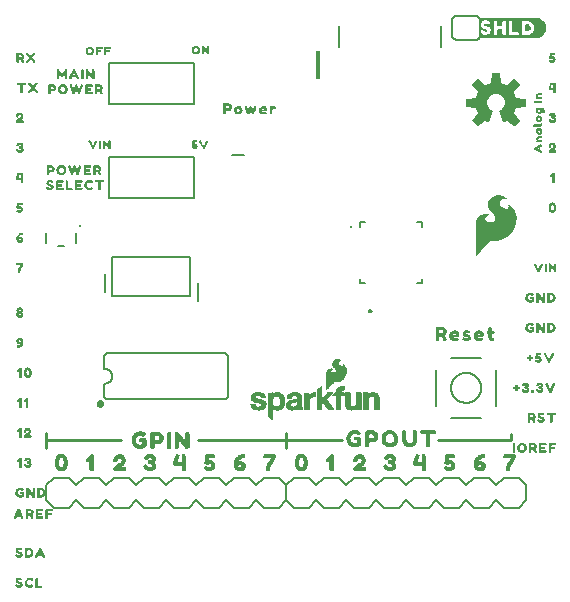
<source format=gto>
G04 EAGLE Gerber RS-274X export*
G75*
%MOMM*%
%FSLAX34Y34*%
%LPD*%
%INSilkscreen Top*%
%IPPOS*%
%AMOC8*
5,1,8,0,0,1.08239X$1,22.5*%
G01*
%ADD10C,0.254000*%
%ADD11C,0.203200*%
%ADD12C,0.254000*%
%ADD13C,0.323106*%
%ADD14R,0.400000X2.350000*%
%ADD15C,0.200000*%
%ADD16C,0.127000*%

G36*
X459925Y462530D02*
X459925Y462530D01*
X459981Y462530D01*
X460009Y462545D01*
X460041Y462550D01*
X460100Y462590D01*
X460136Y462608D01*
X460145Y462620D01*
X460161Y462631D01*
X464469Y466939D01*
X464486Y466966D01*
X464510Y466987D01*
X464531Y467039D01*
X464560Y467086D01*
X464563Y467118D01*
X464575Y467148D01*
X464572Y467203D01*
X464577Y467259D01*
X464565Y467289D01*
X464563Y467321D01*
X464529Y467384D01*
X464515Y467421D01*
X464504Y467431D01*
X464495Y467448D01*
X459528Y473539D01*
X460717Y475849D01*
X460724Y475875D01*
X460741Y475907D01*
X461533Y478381D01*
X469352Y479175D01*
X469383Y479185D01*
X469415Y479186D01*
X469464Y479213D01*
X469516Y479231D01*
X469539Y479254D01*
X469567Y479269D01*
X469599Y479315D01*
X469638Y479354D01*
X469648Y479385D01*
X469667Y479411D01*
X469680Y479481D01*
X469693Y479519D01*
X469691Y479534D01*
X469694Y479553D01*
X469694Y485647D01*
X469687Y485678D01*
X469689Y485710D01*
X469667Y485761D01*
X469655Y485816D01*
X469634Y485840D01*
X469622Y485870D01*
X469580Y485906D01*
X469545Y485949D01*
X469515Y485962D01*
X469491Y485983D01*
X469422Y486004D01*
X469386Y486020D01*
X469371Y486020D01*
X469352Y486025D01*
X461533Y486819D01*
X460741Y489293D01*
X460728Y489316D01*
X460717Y489351D01*
X459528Y491661D01*
X464495Y497752D01*
X464509Y497780D01*
X464530Y497804D01*
X464546Y497857D01*
X464571Y497907D01*
X464571Y497939D01*
X464580Y497970D01*
X464570Y498025D01*
X464570Y498081D01*
X464555Y498109D01*
X464550Y498141D01*
X464510Y498200D01*
X464492Y498236D01*
X464480Y498245D01*
X464469Y498261D01*
X460161Y502569D01*
X460134Y502586D01*
X460113Y502610D01*
X460061Y502631D01*
X460014Y502660D01*
X459982Y502663D01*
X459952Y502675D01*
X459897Y502672D01*
X459841Y502677D01*
X459811Y502665D01*
X459779Y502663D01*
X459716Y502629D01*
X459679Y502615D01*
X459669Y502604D01*
X459652Y502595D01*
X453561Y497628D01*
X451251Y498817D01*
X451225Y498824D01*
X451193Y498841D01*
X448719Y499633D01*
X447925Y507452D01*
X447917Y507478D01*
X447916Y507490D01*
X447915Y507493D01*
X447914Y507515D01*
X447887Y507564D01*
X447869Y507616D01*
X447846Y507639D01*
X447831Y507667D01*
X447785Y507699D01*
X447746Y507738D01*
X447715Y507748D01*
X447689Y507767D01*
X447619Y507780D01*
X447581Y507793D01*
X447566Y507791D01*
X447547Y507794D01*
X441453Y507794D01*
X441422Y507787D01*
X441390Y507789D01*
X441339Y507767D01*
X441284Y507755D01*
X441260Y507734D01*
X441230Y507722D01*
X441194Y507680D01*
X441151Y507645D01*
X441138Y507615D01*
X441117Y507591D01*
X441096Y507522D01*
X441080Y507486D01*
X441080Y507471D01*
X441078Y507464D01*
X441077Y507462D01*
X441077Y507461D01*
X441075Y507452D01*
X440281Y499633D01*
X437807Y498841D01*
X437784Y498828D01*
X437749Y498817D01*
X435439Y497628D01*
X429348Y502595D01*
X429320Y502609D01*
X429296Y502630D01*
X429243Y502646D01*
X429193Y502671D01*
X429161Y502671D01*
X429130Y502680D01*
X429075Y502670D01*
X429019Y502670D01*
X428991Y502655D01*
X428959Y502650D01*
X428900Y502610D01*
X428865Y502592D01*
X428855Y502580D01*
X428839Y502569D01*
X424531Y498261D01*
X424514Y498234D01*
X424490Y498213D01*
X424469Y498161D01*
X424440Y498114D01*
X424437Y498082D01*
X424425Y498052D01*
X424429Y497997D01*
X424423Y497941D01*
X424435Y497911D01*
X424437Y497879D01*
X424471Y497816D01*
X424485Y497779D01*
X424496Y497769D01*
X424505Y497752D01*
X429472Y491661D01*
X428283Y489351D01*
X428276Y489325D01*
X428259Y489293D01*
X427467Y486819D01*
X419648Y486025D01*
X419617Y486015D01*
X419585Y486014D01*
X419536Y485987D01*
X419484Y485969D01*
X419461Y485946D01*
X419433Y485931D01*
X419401Y485885D01*
X419362Y485846D01*
X419352Y485815D01*
X419333Y485789D01*
X419320Y485719D01*
X419307Y485681D01*
X419309Y485666D01*
X419306Y485647D01*
X419306Y479553D01*
X419313Y479522D01*
X419311Y479490D01*
X419333Y479439D01*
X419345Y479384D01*
X419366Y479360D01*
X419378Y479330D01*
X419420Y479294D01*
X419455Y479251D01*
X419485Y479238D01*
X419509Y479217D01*
X419578Y479196D01*
X419614Y479180D01*
X419629Y479180D01*
X419648Y479175D01*
X427467Y478381D01*
X428259Y475907D01*
X428272Y475884D01*
X428283Y475849D01*
X429472Y473539D01*
X424505Y467448D01*
X424491Y467420D01*
X424470Y467396D01*
X424454Y467343D01*
X424429Y467293D01*
X424429Y467261D01*
X424420Y467230D01*
X424430Y467175D01*
X424430Y467119D01*
X424445Y467091D01*
X424450Y467059D01*
X424490Y467000D01*
X424508Y466965D01*
X424520Y466955D01*
X424531Y466939D01*
X428839Y462631D01*
X428866Y462614D01*
X428887Y462590D01*
X428939Y462569D01*
X428986Y462540D01*
X429018Y462537D01*
X429048Y462525D01*
X429103Y462529D01*
X429159Y462523D01*
X429189Y462535D01*
X429221Y462537D01*
X429284Y462571D01*
X429321Y462585D01*
X429331Y462596D01*
X429348Y462605D01*
X435439Y467572D01*
X437748Y466382D01*
X437812Y466366D01*
X437875Y466343D01*
X437896Y466345D01*
X437916Y466340D01*
X437981Y466354D01*
X438047Y466361D01*
X438065Y466372D01*
X438085Y466377D01*
X438137Y466418D01*
X438193Y466454D01*
X438206Y466473D01*
X438221Y466485D01*
X438237Y466520D01*
X438273Y466574D01*
X441861Y475236D01*
X441867Y475269D01*
X441881Y475298D01*
X441880Y475353D01*
X441889Y475407D01*
X441880Y475439D01*
X441880Y475471D01*
X441855Y475520D01*
X441839Y475573D01*
X441816Y475597D01*
X441802Y475626D01*
X441747Y475671D01*
X441720Y475699D01*
X441705Y475705D01*
X441689Y475717D01*
X440371Y476422D01*
X439245Y477346D01*
X438321Y478472D01*
X437635Y479756D01*
X437212Y481150D01*
X437069Y482599D01*
X437226Y484118D01*
X437689Y485571D01*
X438440Y486900D01*
X439446Y488047D01*
X440665Y488964D01*
X442046Y489614D01*
X443530Y489967D01*
X445055Y490010D01*
X446557Y489740D01*
X447972Y489170D01*
X449240Y488322D01*
X450309Y487233D01*
X451133Y485949D01*
X451677Y484523D01*
X451919Y483017D01*
X451847Y481493D01*
X451466Y480015D01*
X450792Y478647D01*
X449852Y477445D01*
X448686Y476461D01*
X447309Y475717D01*
X447286Y475696D01*
X447257Y475682D01*
X447221Y475639D01*
X447180Y475602D01*
X447168Y475572D01*
X447148Y475548D01*
X447135Y475493D01*
X447114Y475441D01*
X447117Y475409D01*
X447110Y475378D01*
X447124Y475307D01*
X447127Y475268D01*
X447135Y475255D01*
X447139Y475236D01*
X450727Y466574D01*
X450766Y466520D01*
X450798Y466463D01*
X450815Y466451D01*
X450828Y466434D01*
X450886Y466403D01*
X450941Y466365D01*
X450962Y466362D01*
X450981Y466352D01*
X451047Y466351D01*
X451113Y466341D01*
X451136Y466348D01*
X451154Y466347D01*
X451189Y466364D01*
X451252Y466382D01*
X453561Y467572D01*
X459652Y462605D01*
X459680Y462591D01*
X459704Y462570D01*
X459757Y462554D01*
X459807Y462529D01*
X459839Y462529D01*
X459870Y462520D01*
X459925Y462530D01*
G37*
G36*
X427695Y352850D02*
X427695Y352850D01*
X427779Y352853D01*
X427780Y352853D01*
X427781Y352853D01*
X427859Y352896D01*
X427932Y352935D01*
X427932Y352936D01*
X427933Y352936D01*
X427937Y352942D01*
X428020Y353050D01*
X428093Y353195D01*
X428449Y353551D01*
X428456Y353562D01*
X428469Y353573D01*
X429069Y354273D01*
X429073Y354280D01*
X429080Y354287D01*
X429772Y355176D01*
X430663Y356166D01*
X430666Y356171D01*
X430672Y356177D01*
X431667Y357370D01*
X432760Y358563D01*
X433959Y359861D01*
X435259Y361261D01*
X435263Y361268D01*
X435270Y361274D01*
X436360Y362562D01*
X437442Y363644D01*
X438417Y364522D01*
X439369Y365188D01*
X440410Y365661D01*
X441431Y365940D01*
X445280Y365940D01*
X445300Y365945D01*
X445327Y365943D01*
X447727Y366243D01*
X447749Y366251D01*
X447780Y366253D01*
X449980Y366853D01*
X450003Y366865D01*
X450036Y366873D01*
X452036Y367773D01*
X452055Y367787D01*
X452083Y367799D01*
X453983Y368999D01*
X453994Y369009D01*
X454011Y369018D01*
X455711Y370318D01*
X455728Y370339D01*
X455757Y370360D01*
X457257Y371960D01*
X457265Y371974D01*
X457280Y371987D01*
X458680Y373787D01*
X458693Y373814D01*
X458718Y373846D01*
X460618Y377546D01*
X460626Y377577D01*
X460646Y377618D01*
X461646Y381218D01*
X461648Y381252D01*
X461660Y381298D01*
X461860Y384798D01*
X461854Y384830D01*
X461856Y384877D01*
X461356Y388177D01*
X461345Y388206D01*
X461338Y388248D01*
X460338Y391048D01*
X460324Y391069D01*
X460314Y391101D01*
X459014Y393501D01*
X458988Y393530D01*
X458949Y393589D01*
X457249Y395289D01*
X457219Y395307D01*
X457182Y395342D01*
X455582Y396342D01*
X455516Y396365D01*
X455452Y396393D01*
X455435Y396393D01*
X455418Y396398D01*
X455349Y396389D01*
X455279Y396387D01*
X455264Y396378D01*
X455246Y396376D01*
X455188Y396337D01*
X455127Y396304D01*
X455117Y396289D01*
X455102Y396279D01*
X455067Y396219D01*
X455027Y396162D01*
X455024Y396143D01*
X455016Y396129D01*
X455013Y396090D01*
X455000Y396020D01*
X455000Y395420D01*
X455007Y395390D01*
X455007Y395345D01*
X455093Y394914D01*
X454917Y393854D01*
X454678Y393456D01*
X454263Y393041D01*
X453702Y392800D01*
X453133Y392800D01*
X451818Y393176D01*
X451077Y393547D01*
X449715Y394520D01*
X449038Y395099D01*
X448579Y395558D01*
X448102Y396322D01*
X448099Y396325D01*
X448096Y396331D01*
X447729Y396882D01*
X447552Y397504D01*
X447465Y398020D01*
X447548Y398517D01*
X447727Y398964D01*
X448002Y399514D01*
X448356Y399956D01*
X449094Y400602D01*
X449472Y400791D01*
X449813Y400961D01*
X450547Y401145D01*
X451401Y401240D01*
X452633Y401240D01*
X452988Y401151D01*
X453024Y401151D01*
X453080Y401140D01*
X453180Y401140D01*
X453241Y401154D01*
X453304Y401160D01*
X453325Y401174D01*
X453349Y401179D01*
X453397Y401219D01*
X453450Y401253D01*
X453463Y401274D01*
X453482Y401289D01*
X453508Y401347D01*
X453541Y401400D01*
X453543Y401425D01*
X453553Y401448D01*
X453551Y401510D01*
X453557Y401573D01*
X453548Y401596D01*
X453547Y401621D01*
X453517Y401676D01*
X453494Y401735D01*
X453474Y401754D01*
X453464Y401773D01*
X453433Y401794D01*
X453391Y401836D01*
X453097Y402033D01*
X452401Y402529D01*
X452386Y402535D01*
X452372Y402548D01*
X451172Y403248D01*
X451148Y403256D01*
X451121Y403273D01*
X449621Y403873D01*
X449603Y403876D01*
X449582Y403886D01*
X447782Y404386D01*
X447748Y404388D01*
X447699Y404400D01*
X445699Y404500D01*
X445661Y404493D01*
X445596Y404491D01*
X443396Y403991D01*
X443362Y403974D01*
X443304Y403957D01*
X441004Y402757D01*
X440979Y402736D01*
X440938Y402714D01*
X439238Y401314D01*
X439215Y401283D01*
X439167Y401235D01*
X438067Y399635D01*
X438053Y399600D01*
X438021Y399547D01*
X437421Y397847D01*
X437418Y397812D01*
X437416Y397801D01*
X437407Y397782D01*
X437408Y397760D01*
X437400Y397720D01*
X437400Y396020D01*
X437409Y395982D01*
X437415Y395913D01*
X437915Y394213D01*
X437929Y394188D01*
X437940Y394150D01*
X438840Y392350D01*
X438859Y392327D01*
X438878Y392289D01*
X440178Y390589D01*
X440195Y390575D01*
X440211Y390551D01*
X441902Y388861D01*
X443158Y387411D01*
X443800Y386036D01*
X443800Y384777D01*
X443441Y383612D01*
X442629Y382710D01*
X441519Y381969D01*
X440227Y381600D01*
X438731Y381600D01*
X437691Y381884D01*
X436871Y382157D01*
X436238Y382699D01*
X435693Y383245D01*
X435436Y383758D01*
X435260Y384373D01*
X435260Y384958D01*
X435421Y385441D01*
X435668Y385770D01*
X436034Y386136D01*
X436513Y386519D01*
X436868Y386786D01*
X437321Y386967D01*
X437333Y386975D01*
X437350Y386980D01*
X437594Y387102D01*
X437950Y387280D01*
X437979Y387304D01*
X438049Y387351D01*
X438149Y387451D01*
X438162Y387473D01*
X438182Y387489D01*
X438208Y387546D01*
X438240Y387598D01*
X438243Y387624D01*
X438253Y387648D01*
X438251Y387709D01*
X438257Y387771D01*
X438248Y387795D01*
X438247Y387821D01*
X438217Y387875D01*
X438195Y387933D01*
X438176Y387950D01*
X438164Y387973D01*
X438114Y388008D01*
X438068Y388050D01*
X438043Y388058D01*
X438022Y388073D01*
X437938Y388089D01*
X437902Y388100D01*
X437892Y388098D01*
X437880Y388100D01*
X437842Y388100D01*
X437611Y388177D01*
X437121Y388373D01*
X437086Y388378D01*
X437034Y388396D01*
X436334Y388496D01*
X436310Y388494D01*
X436280Y388500D01*
X434480Y388500D01*
X434450Y388493D01*
X434405Y388493D01*
X433405Y388293D01*
X433395Y388288D01*
X433380Y388287D01*
X432280Y387987D01*
X432263Y387978D01*
X432239Y387973D01*
X431239Y387573D01*
X431212Y387554D01*
X431169Y387536D01*
X430269Y386936D01*
X430248Y386914D01*
X430211Y386889D01*
X429411Y386089D01*
X429400Y386071D01*
X429380Y386053D01*
X428680Y385153D01*
X428669Y385129D01*
X428646Y385102D01*
X428046Y384002D01*
X428037Y383969D01*
X428014Y383924D01*
X427614Y382524D01*
X427613Y382499D01*
X427603Y382467D01*
X427403Y380867D01*
X427404Y380855D01*
X427400Y380840D01*
X427300Y378940D01*
X427302Y378931D01*
X427300Y378920D01*
X427300Y353220D01*
X427320Y353135D01*
X427339Y353053D01*
X427339Y353052D01*
X427339Y353051D01*
X427396Y352983D01*
X427448Y352919D01*
X427449Y352918D01*
X427527Y352883D01*
X427606Y352847D01*
X427607Y352847D01*
X427608Y352847D01*
X427695Y352850D01*
G37*
G36*
X478263Y537553D02*
X478263Y537553D01*
X478265Y537551D01*
X479165Y537651D01*
X479166Y537651D01*
X480766Y537851D01*
X480772Y537857D01*
X480777Y537854D01*
X481577Y538154D01*
X481579Y538157D01*
X481582Y538156D01*
X482382Y538556D01*
X482383Y538558D01*
X482384Y538557D01*
X483084Y538957D01*
X483086Y538961D01*
X483089Y538960D01*
X483789Y539460D01*
X483789Y539463D01*
X483792Y539462D01*
X484392Y539962D01*
X484393Y539968D01*
X484397Y539968D01*
X484997Y540668D01*
X484997Y540669D01*
X484998Y540668D01*
X485498Y541268D01*
X485498Y541274D01*
X485502Y541274D01*
X486002Y542074D01*
X486001Y542080D01*
X486005Y542081D01*
X486305Y542781D01*
X486305Y542782D01*
X486306Y542783D01*
X486606Y543583D01*
X486605Y543587D01*
X486608Y543588D01*
X486808Y544388D01*
X486807Y544389D01*
X486808Y544389D01*
X487008Y545289D01*
X487005Y545297D01*
X487009Y545300D01*
X487009Y547000D01*
X487004Y547007D01*
X487008Y547012D01*
X486608Y548612D01*
X486604Y548615D01*
X486606Y548617D01*
X486006Y550217D01*
X485998Y550222D01*
X486000Y550229D01*
X485000Y551629D01*
X484994Y551630D01*
X484995Y551635D01*
X484395Y552235D01*
X484391Y552235D01*
X484392Y552238D01*
X483792Y552738D01*
X483789Y552738D01*
X483789Y552740D01*
X482389Y553740D01*
X482379Y553740D01*
X482377Y553746D01*
X480777Y554346D01*
X480772Y554344D01*
X480771Y554345D01*
X480768Y554345D01*
X480766Y554349D01*
X479966Y554449D01*
X479965Y554449D01*
X479066Y554549D01*
X478266Y554649D01*
X478262Y554647D01*
X478260Y554649D01*
X430860Y554649D01*
X430813Y554613D01*
X430817Y554608D01*
X430813Y554605D01*
X430814Y554603D01*
X430811Y554600D01*
X430811Y538500D01*
X430820Y538487D01*
X430820Y538471D01*
X430833Y538471D01*
X430843Y538458D01*
X430822Y538431D01*
X430821Y538408D01*
X430811Y538400D01*
X430811Y537600D01*
X430847Y537553D01*
X430854Y537558D01*
X430860Y537551D01*
X478260Y537551D01*
X478263Y537553D01*
G37*
G36*
X301136Y239486D02*
X301136Y239486D01*
X301163Y239483D01*
X301220Y239505D01*
X301279Y239519D01*
X301299Y239536D01*
X301325Y239546D01*
X301383Y239605D01*
X301412Y239629D01*
X301417Y239639D01*
X301426Y239649D01*
X301606Y239918D01*
X301879Y240191D01*
X301891Y240211D01*
X301914Y240232D01*
X302198Y240610D01*
X302679Y241091D01*
X302687Y241104D01*
X302702Y241117D01*
X303191Y241703D01*
X303779Y242291D01*
X303793Y242314D01*
X303819Y242339D01*
X304301Y243013D01*
X305579Y244291D01*
X305587Y244304D01*
X305602Y244317D01*
X306078Y244887D01*
X307028Y245647D01*
X307444Y245897D01*
X307941Y245980D01*
X309810Y245980D01*
X309836Y245986D01*
X309873Y245985D01*
X311073Y246185D01*
X311088Y246192D01*
X311110Y246193D01*
X312210Y246493D01*
X312227Y246502D01*
X312251Y246507D01*
X313251Y246907D01*
X313273Y246922D01*
X313306Y246934D01*
X314306Y247534D01*
X314326Y247554D01*
X314360Y247574D01*
X315160Y248274D01*
X315167Y248283D01*
X315179Y248291D01*
X315979Y249091D01*
X315990Y249109D01*
X316010Y249127D01*
X316710Y250027D01*
X316721Y250050D01*
X316742Y250075D01*
X317742Y251875D01*
X317752Y251910D01*
X317776Y251958D01*
X318276Y253758D01*
X318278Y253792D01*
X318290Y253839D01*
X318390Y255639D01*
X318383Y255675D01*
X318384Y255730D01*
X318084Y257330D01*
X318073Y257354D01*
X318068Y257388D01*
X317568Y258788D01*
X317552Y258813D01*
X317538Y258852D01*
X316838Y260052D01*
X316817Y260074D01*
X316794Y260113D01*
X315994Y261013D01*
X315990Y261016D01*
X315880Y261100D01*
X315080Y261500D01*
X315070Y261502D01*
X315064Y261507D01*
X315025Y261514D01*
X314982Y261533D01*
X314947Y261532D01*
X314912Y261540D01*
X314861Y261529D01*
X314809Y261527D01*
X314778Y261510D01*
X314743Y261501D01*
X314703Y261469D01*
X314657Y261444D01*
X314636Y261415D01*
X314609Y261392D01*
X314587Y261345D01*
X314557Y261302D01*
X314549Y261261D01*
X314537Y261234D01*
X314537Y261228D01*
X314537Y261226D01*
X314538Y261201D01*
X314530Y261160D01*
X314530Y260422D01*
X314391Y260004D01*
X314242Y259905D01*
X314048Y259840D01*
X313500Y259840D01*
X312801Y260190D01*
X312530Y260371D01*
X312138Y260664D01*
X312129Y260668D01*
X312121Y260676D01*
X311852Y260856D01*
X311623Y261085D01*
X311450Y261430D01*
X311437Y261446D01*
X311426Y261471D01*
X311263Y261716D01*
X311179Y262052D01*
X311173Y262064D01*
X311171Y262080D01*
X311111Y262260D01*
X311162Y262414D01*
X311250Y262590D01*
X311256Y262613D01*
X311271Y262640D01*
X311355Y262892D01*
X311490Y263095D01*
X311811Y263335D01*
X312090Y263475D01*
X312134Y263497D01*
X312585Y263587D01*
X312592Y263591D01*
X312602Y263591D01*
X312957Y263680D01*
X313148Y263680D01*
X313390Y263599D01*
X313427Y263596D01*
X313510Y263580D01*
X313810Y263580D01*
X313835Y263586D01*
X313861Y263583D01*
X313919Y263605D01*
X313979Y263619D01*
X313999Y263636D01*
X314023Y263645D01*
X314065Y263690D01*
X314112Y263729D01*
X314123Y263753D01*
X314140Y263772D01*
X314158Y263831D01*
X314183Y263888D01*
X314182Y263913D01*
X314190Y263938D01*
X314179Y263999D01*
X314177Y264061D01*
X314164Y264083D01*
X314160Y264109D01*
X314112Y264180D01*
X314094Y264213D01*
X314086Y264219D01*
X314079Y264229D01*
X313979Y264329D01*
X313959Y264341D01*
X313938Y264364D01*
X313538Y264664D01*
X313512Y264676D01*
X313480Y264700D01*
X312880Y265000D01*
X312863Y265004D01*
X312844Y265016D01*
X312044Y265316D01*
X312037Y265317D01*
X312030Y265321D01*
X311130Y265621D01*
X311093Y265624D01*
X311010Y265640D01*
X310010Y265640D01*
X309982Y265634D01*
X309942Y265634D01*
X308842Y265434D01*
X308807Y265419D01*
X308728Y265394D01*
X307628Y264794D01*
X307602Y264771D01*
X307557Y264744D01*
X306657Y263944D01*
X306638Y263916D01*
X306601Y263881D01*
X306101Y263181D01*
X306086Y263145D01*
X306049Y263080D01*
X305749Y262180D01*
X305746Y262143D01*
X305730Y262060D01*
X305730Y261260D01*
X305737Y261227D01*
X305739Y261178D01*
X305939Y260278D01*
X305956Y260242D01*
X305978Y260175D01*
X306478Y259275D01*
X306500Y259251D01*
X306524Y259210D01*
X307224Y258410D01*
X307225Y258409D01*
X307226Y258407D01*
X307375Y258239D01*
X307713Y257859D01*
X308024Y257509D01*
X308684Y256755D01*
X308930Y256182D01*
X308930Y255622D01*
X308771Y255145D01*
X308450Y254744D01*
X307954Y254413D01*
X307263Y254240D01*
X306548Y254240D01*
X306119Y254326D01*
X305688Y254498D01*
X305452Y254656D01*
X305223Y254885D01*
X305062Y255206D01*
X304990Y255422D01*
X304990Y255598D01*
X305055Y255792D01*
X305206Y256018D01*
X305515Y256328D01*
X305730Y256399D01*
X305750Y256412D01*
X305780Y256420D01*
X306180Y256620D01*
X306209Y256644D01*
X306279Y256691D01*
X306379Y256791D01*
X306392Y256812D01*
X306411Y256828D01*
X306437Y256885D01*
X306470Y256938D01*
X306473Y256963D01*
X306483Y256986D01*
X306481Y257049D01*
X306487Y257111D01*
X306478Y257134D01*
X306477Y257159D01*
X306447Y257214D01*
X306425Y257273D01*
X306407Y257290D01*
X306395Y257312D01*
X306325Y257366D01*
X306298Y257390D01*
X306289Y257393D01*
X306280Y257400D01*
X306080Y257500D01*
X306065Y257504D01*
X306052Y257513D01*
X305918Y257539D01*
X305912Y257540D01*
X305911Y257540D01*
X305910Y257540D01*
X305757Y257540D01*
X305402Y257629D01*
X305366Y257629D01*
X305310Y257640D01*
X304510Y257640D01*
X304484Y257634D01*
X304448Y257635D01*
X303848Y257535D01*
X303817Y257522D01*
X303769Y257513D01*
X302769Y257113D01*
X302738Y257091D01*
X302682Y257064D01*
X302298Y256776D01*
X301814Y256486D01*
X301800Y256472D01*
X301781Y256463D01*
X301711Y256386D01*
X301690Y256365D01*
X301688Y256360D01*
X301684Y256356D01*
X301384Y255856D01*
X301380Y255843D01*
X301370Y255830D01*
X301070Y255230D01*
X301064Y255207D01*
X301049Y255180D01*
X300849Y254580D01*
X300846Y254547D01*
X300832Y254502D01*
X300632Y252702D01*
X300634Y252683D01*
X300630Y252660D01*
X300630Y239860D01*
X300641Y239810D01*
X300643Y239759D01*
X300661Y239727D01*
X300669Y239691D01*
X300702Y239652D01*
X300726Y239607D01*
X300756Y239586D01*
X300779Y239558D01*
X300826Y239537D01*
X300868Y239507D01*
X300910Y239499D01*
X300938Y239487D01*
X300968Y239488D01*
X301010Y239480D01*
X301110Y239480D01*
X301136Y239486D01*
G37*
G36*
X255385Y213992D02*
X255385Y213992D01*
X255411Y213993D01*
X255465Y214023D01*
X255523Y214045D01*
X255540Y214064D01*
X255563Y214076D01*
X255598Y214127D01*
X255640Y214172D01*
X255648Y214197D01*
X255663Y214218D01*
X255679Y214302D01*
X255690Y214338D01*
X255688Y214348D01*
X255690Y214360D01*
X255690Y223601D01*
X255913Y223322D01*
X255936Y223305D01*
X256014Y223234D01*
X257014Y222634D01*
X257027Y222630D01*
X257040Y222620D01*
X257640Y222320D01*
X257678Y222311D01*
X257748Y222285D01*
X259548Y221985D01*
X259586Y221987D01*
X259660Y221983D01*
X261160Y222183D01*
X261188Y222194D01*
X261230Y222199D01*
X262430Y222599D01*
X262463Y222620D01*
X262534Y222652D01*
X263634Y223452D01*
X263651Y223472D01*
X263679Y223491D01*
X264579Y224391D01*
X264599Y224424D01*
X264644Y224478D01*
X265244Y225578D01*
X265249Y225595D01*
X265261Y225614D01*
X265761Y226814D01*
X265766Y226841D01*
X265781Y226875D01*
X266081Y228175D01*
X266080Y228200D01*
X266089Y228233D01*
X266189Y229633D01*
X266186Y229656D01*
X266189Y229685D01*
X266089Y231185D01*
X266082Y231208D01*
X266082Y231240D01*
X265782Y232640D01*
X265775Y232653D01*
X265773Y232672D01*
X265373Y233972D01*
X265354Y234005D01*
X265331Y234064D01*
X264631Y235164D01*
X264611Y235183D01*
X264593Y235214D01*
X263693Y236214D01*
X263661Y236236D01*
X263614Y236281D01*
X262514Y236981D01*
X262482Y236992D01*
X262438Y237018D01*
X261038Y237518D01*
X260999Y237522D01*
X260935Y237539D01*
X259435Y237639D01*
X259424Y237638D01*
X259410Y237640D01*
X258710Y237640D01*
X258684Y237634D01*
X258648Y237635D01*
X257448Y237435D01*
X257436Y237430D01*
X257314Y237386D01*
X256314Y236786D01*
X256298Y236771D01*
X256272Y236757D01*
X255772Y236357D01*
X255761Y236342D01*
X255741Y236329D01*
X255590Y236178D01*
X255590Y236960D01*
X255590Y236961D01*
X255590Y236962D01*
X255570Y237045D01*
X255551Y237129D01*
X255550Y237130D01*
X255550Y237131D01*
X255496Y237195D01*
X255441Y237262D01*
X255440Y237263D01*
X255439Y237264D01*
X255360Y237299D01*
X255282Y237333D01*
X255281Y237333D01*
X255280Y237334D01*
X255135Y237333D01*
X254135Y237133D01*
X254128Y237129D01*
X254118Y237129D01*
X253727Y237031D01*
X253235Y236933D01*
X253228Y236929D01*
X253218Y236929D01*
X252863Y236840D01*
X252410Y236840D01*
X252380Y236833D01*
X252335Y236833D01*
X251835Y236733D01*
X251828Y236729D01*
X251818Y236729D01*
X251418Y236629D01*
X251414Y236627D01*
X251409Y236627D01*
X251337Y236587D01*
X251264Y236550D01*
X251261Y236546D01*
X251257Y236544D01*
X251210Y236477D01*
X251161Y236410D01*
X251160Y236406D01*
X251157Y236402D01*
X251130Y236260D01*
X251130Y217760D01*
X251132Y217750D01*
X251130Y217740D01*
X251143Y217697D01*
X251143Y217682D01*
X251152Y217666D01*
X251169Y217591D01*
X251176Y217583D01*
X251179Y217574D01*
X251272Y217463D01*
X251756Y217076D01*
X252641Y216191D01*
X252657Y216181D01*
X252672Y216163D01*
X254156Y214976D01*
X255041Y214091D01*
X255063Y214078D01*
X255079Y214058D01*
X255136Y214032D01*
X255188Y214000D01*
X255214Y213997D01*
X255238Y213987D01*
X255299Y213989D01*
X255361Y213983D01*
X255385Y213992D01*
G37*
G36*
X272447Y221988D02*
X272447Y221988D01*
X272530Y221999D01*
X272772Y222080D01*
X273110Y222080D01*
X273147Y222088D01*
X273230Y222099D01*
X273472Y222180D01*
X273710Y222180D01*
X273747Y222188D01*
X273830Y222199D01*
X275030Y222599D01*
X275063Y222619D01*
X275121Y222644D01*
X275379Y222815D01*
X275630Y222899D01*
X275663Y222919D01*
X275721Y222944D01*
X276021Y223144D01*
X276042Y223167D01*
X276079Y223191D01*
X276216Y223328D01*
X276230Y223308D01*
X276230Y223160D01*
X276247Y223086D01*
X276260Y223011D01*
X276267Y223001D01*
X276269Y222991D01*
X276293Y222962D01*
X276341Y222891D01*
X276347Y222885D01*
X276360Y222811D01*
X276367Y222801D01*
X276369Y222791D01*
X276393Y222762D01*
X276441Y222691D01*
X276442Y222690D01*
X276443Y222659D01*
X276461Y222627D01*
X276469Y222591D01*
X276502Y222552D01*
X276526Y222507D01*
X276556Y222486D01*
X276579Y222458D01*
X276626Y222437D01*
X276668Y222407D01*
X276710Y222399D01*
X276738Y222387D01*
X276768Y222388D01*
X276810Y222380D01*
X280710Y222380D01*
X280760Y222391D01*
X280811Y222393D01*
X280843Y222411D01*
X280879Y222419D01*
X280918Y222452D01*
X280963Y222476D01*
X280984Y222506D01*
X281012Y222529D01*
X281033Y222576D01*
X281063Y222618D01*
X281071Y222660D01*
X281083Y222688D01*
X281082Y222718D01*
X281090Y222760D01*
X281090Y222860D01*
X281073Y222934D01*
X281060Y223009D01*
X281053Y223019D01*
X281051Y223029D01*
X281027Y223058D01*
X280979Y223129D01*
X280923Y223185D01*
X280890Y223250D01*
X280890Y223460D01*
X280887Y223475D01*
X280889Y223490D01*
X280852Y223622D01*
X280851Y223629D01*
X280850Y223629D01*
X280850Y223630D01*
X280790Y223750D01*
X280790Y223860D01*
X280787Y223875D01*
X280789Y223890D01*
X280767Y223971D01*
X280766Y223982D01*
X280761Y223992D01*
X280752Y224022D01*
X280751Y224029D01*
X280750Y224029D01*
X280750Y224030D01*
X280690Y224150D01*
X280690Y224960D01*
X280687Y224975D01*
X280689Y224990D01*
X280652Y225122D01*
X280651Y225129D01*
X280650Y225129D01*
X280650Y225130D01*
X280590Y225250D01*
X280590Y233860D01*
X280583Y233890D01*
X280583Y233935D01*
X280483Y234435D01*
X280471Y234461D01*
X280463Y234501D01*
X280263Y235001D01*
X280255Y235013D01*
X280250Y235030D01*
X280050Y235430D01*
X280032Y235452D01*
X280014Y235488D01*
X279714Y235888D01*
X279689Y235909D01*
X279682Y235922D01*
X279667Y235933D01*
X279638Y235964D01*
X278438Y236864D01*
X278403Y236879D01*
X278351Y236913D01*
X277851Y237113D01*
X277822Y237117D01*
X277785Y237133D01*
X277319Y237226D01*
X276851Y237413D01*
X276822Y237417D01*
X276785Y237433D01*
X276285Y237533D01*
X276253Y237532D01*
X276210Y237540D01*
X275648Y237540D01*
X275185Y237633D01*
X275153Y237632D01*
X275110Y237640D01*
X272810Y237640D01*
X272780Y237633D01*
X272735Y237633D01*
X272241Y237534D01*
X271648Y237435D01*
X271624Y237425D01*
X271590Y237421D01*
X271012Y237228D01*
X270535Y237133D01*
X270509Y237121D01*
X270469Y237113D01*
X269969Y236913D01*
X269947Y236898D01*
X269914Y236886D01*
X268914Y236286D01*
X268902Y236274D01*
X268882Y236264D01*
X268482Y235964D01*
X268457Y235934D01*
X268406Y235888D01*
X268106Y235488D01*
X268099Y235472D01*
X268084Y235456D01*
X267794Y234972D01*
X267506Y234588D01*
X267491Y234554D01*
X267449Y234480D01*
X267249Y233880D01*
X267247Y233858D01*
X267239Y233840D01*
X267239Y233835D01*
X267235Y233823D01*
X267035Y232623D01*
X267040Y232541D01*
X267043Y232459D01*
X267046Y232455D01*
X267046Y232450D01*
X267087Y232379D01*
X267126Y232307D01*
X267130Y232304D01*
X267133Y232300D01*
X267201Y232254D01*
X267268Y232207D01*
X267273Y232206D01*
X267277Y232204D01*
X267305Y232200D01*
X267410Y232180D01*
X271310Y232180D01*
X271360Y232191D01*
X271411Y232193D01*
X271443Y232211D01*
X271479Y232219D01*
X271518Y232252D01*
X271563Y232276D01*
X271584Y232306D01*
X271612Y232329D01*
X271633Y232376D01*
X271663Y232418D01*
X271671Y232460D01*
X271683Y232488D01*
X271682Y232518D01*
X271690Y232560D01*
X271690Y232970D01*
X271750Y233090D01*
X271756Y233113D01*
X271771Y233140D01*
X271862Y233414D01*
X271923Y233535D01*
X272235Y233848D01*
X272915Y234187D01*
X273100Y234280D01*
X274720Y234280D01*
X274840Y234220D01*
X274855Y234216D01*
X274868Y234207D01*
X275002Y234181D01*
X275009Y234180D01*
X275010Y234180D01*
X275120Y234180D01*
X275527Y233977D01*
X275570Y233890D01*
X275594Y233861D01*
X275641Y233791D01*
X275698Y233735D01*
X275930Y233270D01*
X275930Y232387D01*
X275751Y232148D01*
X275350Y231908D01*
X274797Y231723D01*
X274131Y231533D01*
X273462Y231437D01*
X271668Y231238D01*
X270768Y231138D01*
X270747Y231130D01*
X270718Y231129D01*
X269918Y230929D01*
X269901Y230920D01*
X269877Y230916D01*
X269077Y230616D01*
X269055Y230601D01*
X269021Y230590D01*
X268321Y230190D01*
X268299Y230170D01*
X268263Y230149D01*
X267563Y229549D01*
X267543Y229522D01*
X267480Y229449D01*
X267080Y228749D01*
X267071Y228719D01*
X267049Y228680D01*
X266749Y227780D01*
X266748Y227763D01*
X266745Y227756D01*
X266745Y227751D01*
X266736Y227728D01*
X266536Y226628D01*
X266536Y226618D01*
X266537Y226485D01*
X266630Y226022D01*
X266630Y225560D01*
X266633Y225545D01*
X266631Y225530D01*
X266668Y225398D01*
X266669Y225391D01*
X266670Y225391D01*
X266670Y225390D01*
X266847Y225036D01*
X266937Y224585D01*
X266938Y224584D01*
X266938Y224583D01*
X266994Y224449D01*
X267194Y224149D01*
X267201Y224142D01*
X267206Y224132D01*
X267500Y223740D01*
X267694Y223449D01*
X267717Y223428D01*
X267741Y223391D01*
X268041Y223091D01*
X268073Y223071D01*
X268140Y223020D01*
X268519Y222831D01*
X268799Y222644D01*
X268819Y222636D01*
X268840Y222620D01*
X269240Y222420D01*
X269254Y222417D01*
X269269Y222407D01*
X269769Y222207D01*
X269791Y222204D01*
X269818Y222191D01*
X270218Y222091D01*
X270254Y222091D01*
X270310Y222080D01*
X270772Y222080D01*
X271235Y221987D01*
X271267Y221988D01*
X271310Y221980D01*
X272410Y221980D01*
X272447Y221988D01*
G37*
G36*
X296960Y222391D02*
X296960Y222391D01*
X297011Y222393D01*
X297043Y222411D01*
X297079Y222419D01*
X297118Y222452D01*
X297163Y222476D01*
X297184Y222506D01*
X297212Y222529D01*
X297233Y222576D01*
X297263Y222618D01*
X297271Y222660D01*
X297283Y222688D01*
X297282Y222718D01*
X297290Y222760D01*
X297290Y227495D01*
X298331Y228466D01*
X301987Y222560D01*
X302010Y222536D01*
X302026Y222507D01*
X302071Y222476D01*
X302109Y222437D01*
X302141Y222427D01*
X302168Y222407D01*
X302236Y222394D01*
X302273Y222382D01*
X302290Y222384D01*
X302310Y222380D01*
X307010Y222380D01*
X307082Y222397D01*
X307154Y222408D01*
X307165Y222416D01*
X307179Y222419D01*
X307235Y222466D01*
X307295Y222509D01*
X307302Y222521D01*
X307312Y222529D01*
X307342Y222597D01*
X307377Y222661D01*
X307378Y222675D01*
X307383Y222688D01*
X307380Y222761D01*
X307383Y222834D01*
X307377Y222848D01*
X307377Y222861D01*
X307358Y222895D01*
X307328Y222968D01*
X301599Y231707D01*
X306676Y236689D01*
X306691Y236712D01*
X306712Y236729D01*
X306737Y236784D01*
X306769Y236835D01*
X306772Y236862D01*
X306783Y236888D01*
X306781Y236948D01*
X306787Y237007D01*
X306778Y237033D01*
X306777Y237061D01*
X306748Y237113D01*
X306727Y237170D01*
X306707Y237189D01*
X306694Y237213D01*
X306645Y237247D01*
X306601Y237289D01*
X306575Y237297D01*
X306552Y237313D01*
X306472Y237328D01*
X306436Y237339D01*
X306424Y237338D01*
X306410Y237340D01*
X301810Y237340D01*
X301732Y237322D01*
X301654Y237307D01*
X301648Y237302D01*
X301641Y237301D01*
X301616Y237280D01*
X301536Y237223D01*
X297290Y232805D01*
X297290Y242260D01*
X297277Y242316D01*
X297273Y242373D01*
X297258Y242399D01*
X297251Y242429D01*
X297214Y242473D01*
X297185Y242523D01*
X297160Y242539D01*
X297141Y242562D01*
X297088Y242586D01*
X297040Y242617D01*
X297010Y242621D01*
X296982Y242633D01*
X296925Y242631D01*
X296868Y242638D01*
X296835Y242628D01*
X296809Y242627D01*
X296779Y242610D01*
X296730Y242595D01*
X292830Y240495D01*
X292796Y240465D01*
X292757Y240444D01*
X292732Y240409D01*
X292700Y240380D01*
X292683Y240339D01*
X292657Y240302D01*
X292648Y240252D01*
X292634Y240220D01*
X292636Y240194D01*
X292630Y240160D01*
X292630Y222760D01*
X292641Y222710D01*
X292643Y222659D01*
X292661Y222627D01*
X292669Y222591D01*
X292702Y222552D01*
X292726Y222507D01*
X292756Y222486D01*
X292779Y222458D01*
X292826Y222437D01*
X292868Y222407D01*
X292910Y222399D01*
X292938Y222387D01*
X292968Y222388D01*
X293010Y222380D01*
X296910Y222380D01*
X296960Y222391D01*
G37*
G36*
X354973Y190973D02*
X354973Y190973D01*
X354975Y190971D01*
X355975Y191071D01*
X355980Y191076D01*
X355984Y191073D01*
X356984Y191373D01*
X356987Y191377D01*
X356990Y191375D01*
X357890Y191775D01*
X357893Y191780D01*
X357896Y191778D01*
X358696Y192278D01*
X358698Y192284D01*
X358702Y192283D01*
X359502Y192983D01*
X359503Y192988D01*
X359507Y192988D01*
X360207Y193788D01*
X360207Y193794D01*
X360212Y193794D01*
X360712Y194594D01*
X360711Y194599D01*
X360715Y194600D01*
X361115Y195500D01*
X361114Y195505D01*
X361117Y195506D01*
X361417Y196506D01*
X361416Y196509D01*
X361418Y196510D01*
X361618Y197510D01*
X361617Y197514D01*
X361619Y197515D01*
X361719Y198515D01*
X361715Y198521D01*
X361719Y198524D01*
X361619Y199624D01*
X361616Y199628D01*
X361618Y199631D01*
X361418Y200531D01*
X361414Y200535D01*
X361416Y200538D01*
X361016Y201538D01*
X361010Y201542D01*
X361012Y201546D01*
X360512Y202346D01*
X360509Y202347D01*
X360509Y202350D01*
X359909Y203150D01*
X359907Y203150D01*
X359907Y203152D01*
X359207Y203952D01*
X359198Y203954D01*
X359197Y203961D01*
X358297Y204561D01*
X358296Y204561D01*
X358296Y204562D01*
X357496Y205062D01*
X357488Y205061D01*
X357486Y205067D01*
X356586Y205367D01*
X356581Y205365D01*
X356580Y205368D01*
X355580Y205568D01*
X355576Y205567D01*
X355575Y205569D01*
X354575Y205669D01*
X354572Y205667D01*
X354570Y205669D01*
X353870Y205669D01*
X353864Y205665D01*
X353860Y205668D01*
X352860Y205468D01*
X352857Y205465D01*
X352854Y205467D01*
X351954Y205167D01*
X351952Y205164D01*
X351950Y205165D01*
X351050Y204765D01*
X351047Y204760D01*
X351043Y204761D01*
X350143Y204161D01*
X350140Y204154D01*
X350135Y204155D01*
X348735Y202755D01*
X348734Y202745D01*
X348727Y202744D01*
X348227Y201844D01*
X348228Y201836D01*
X348223Y201834D01*
X347623Y199834D01*
X347625Y199828D01*
X347621Y199825D01*
X347521Y198825D01*
X347523Y198822D01*
X347521Y198820D01*
X347521Y197820D01*
X347523Y197817D01*
X347521Y197815D01*
X347621Y196815D01*
X347624Y196812D01*
X347622Y196810D01*
X347822Y195810D01*
X347828Y195805D01*
X347825Y195800D01*
X348225Y194900D01*
X348232Y194896D01*
X348231Y194890D01*
X348830Y194091D01*
X349429Y193193D01*
X349438Y193190D01*
X349438Y193183D01*
X350238Y192483D01*
X350240Y192483D01*
X350240Y192481D01*
X351040Y191881D01*
X351049Y191881D01*
X351050Y191875D01*
X351950Y191475D01*
X351954Y191476D01*
X351954Y191473D01*
X352854Y191173D01*
X352859Y191175D01*
X352860Y191172D01*
X353860Y190972D01*
X353867Y190975D01*
X353870Y190971D01*
X354970Y190971D01*
X354973Y190973D01*
G37*
G36*
X336360Y222391D02*
X336360Y222391D01*
X336411Y222393D01*
X336443Y222411D01*
X336479Y222419D01*
X336518Y222452D01*
X336563Y222476D01*
X336584Y222506D01*
X336612Y222529D01*
X336633Y222576D01*
X336663Y222618D01*
X336671Y222660D01*
X336683Y222688D01*
X336682Y222718D01*
X336690Y222760D01*
X336690Y231139D01*
X336782Y231962D01*
X337049Y232587D01*
X337323Y233042D01*
X337664Y233469D01*
X338044Y233697D01*
X338565Y233784D01*
X339302Y233876D01*
X339841Y233786D01*
X340271Y233700D01*
X340651Y233472D01*
X340894Y233148D01*
X341147Y232726D01*
X341234Y232203D01*
X341333Y231509D01*
X341430Y230736D01*
X341430Y222760D01*
X341441Y222710D01*
X341443Y222659D01*
X341461Y222627D01*
X341469Y222591D01*
X341502Y222552D01*
X341526Y222507D01*
X341556Y222486D01*
X341579Y222458D01*
X341626Y222437D01*
X341668Y222407D01*
X341710Y222399D01*
X341738Y222387D01*
X341768Y222388D01*
X341810Y222380D01*
X345710Y222380D01*
X345760Y222391D01*
X345811Y222393D01*
X345843Y222411D01*
X345879Y222419D01*
X345918Y222452D01*
X345963Y222476D01*
X345984Y222506D01*
X346012Y222529D01*
X346033Y222576D01*
X346063Y222618D01*
X346071Y222660D01*
X346083Y222688D01*
X346082Y222718D01*
X346090Y222760D01*
X346090Y231460D01*
X346087Y231473D01*
X346089Y231489D01*
X345989Y232789D01*
X345984Y232806D01*
X345984Y232828D01*
X345784Y233928D01*
X345777Y233945D01*
X345774Y233969D01*
X345474Y234969D01*
X345455Y235002D01*
X345432Y235062D01*
X344932Y235862D01*
X344908Y235886D01*
X344879Y235929D01*
X344179Y236629D01*
X344146Y236649D01*
X344095Y236692D01*
X343195Y237192D01*
X343160Y237202D01*
X343110Y237227D01*
X342010Y237527D01*
X341979Y237528D01*
X341937Y237539D01*
X340537Y237639D01*
X340525Y237637D01*
X340510Y237640D01*
X339910Y237640D01*
X339884Y237634D01*
X339848Y237635D01*
X339248Y237535D01*
X339224Y237525D01*
X339190Y237521D01*
X337990Y237121D01*
X337957Y237101D01*
X337899Y237076D01*
X337299Y236676D01*
X337289Y236666D01*
X337272Y236657D01*
X336772Y236257D01*
X336761Y236242D01*
X336741Y236229D01*
X336490Y235978D01*
X336490Y236960D01*
X336479Y237010D01*
X336477Y237061D01*
X336459Y237093D01*
X336451Y237129D01*
X336418Y237168D01*
X336394Y237213D01*
X336364Y237234D01*
X336341Y237262D01*
X336294Y237283D01*
X336252Y237313D01*
X336210Y237321D01*
X336182Y237333D01*
X336152Y237332D01*
X336110Y237340D01*
X332410Y237340D01*
X332360Y237329D01*
X332309Y237327D01*
X332277Y237309D01*
X332241Y237301D01*
X332202Y237268D01*
X332157Y237244D01*
X332136Y237214D01*
X332108Y237191D01*
X332087Y237144D01*
X332057Y237102D01*
X332049Y237060D01*
X332037Y237032D01*
X332038Y237002D01*
X332030Y236960D01*
X332030Y222760D01*
X332041Y222710D01*
X332043Y222659D01*
X332061Y222627D01*
X332069Y222591D01*
X332102Y222552D01*
X332126Y222507D01*
X332156Y222486D01*
X332179Y222458D01*
X332226Y222437D01*
X332268Y222407D01*
X332310Y222399D01*
X332338Y222387D01*
X332368Y222388D01*
X332410Y222380D01*
X336310Y222380D01*
X336360Y222391D01*
G37*
G36*
X322218Y221986D02*
X322218Y221986D01*
X322273Y221985D01*
X322867Y222084D01*
X323564Y222184D01*
X323591Y222194D01*
X323630Y222199D01*
X324230Y222399D01*
X324239Y222405D01*
X324251Y222407D01*
X324751Y222607D01*
X324763Y222615D01*
X324780Y222620D01*
X325100Y222780D01*
X325380Y222920D01*
X325405Y222941D01*
X325448Y222963D01*
X325948Y223363D01*
X325969Y223390D01*
X326007Y223422D01*
X326230Y223701D01*
X326230Y222760D01*
X326241Y222710D01*
X326243Y222659D01*
X326261Y222627D01*
X326269Y222591D01*
X326302Y222552D01*
X326326Y222507D01*
X326356Y222486D01*
X326379Y222458D01*
X326426Y222437D01*
X326468Y222407D01*
X326510Y222399D01*
X326538Y222387D01*
X326568Y222388D01*
X326610Y222380D01*
X330310Y222380D01*
X330360Y222391D01*
X330411Y222393D01*
X330443Y222411D01*
X330479Y222419D01*
X330518Y222452D01*
X330563Y222476D01*
X330584Y222506D01*
X330612Y222529D01*
X330633Y222576D01*
X330663Y222618D01*
X330671Y222660D01*
X330683Y222688D01*
X330682Y222718D01*
X330690Y222760D01*
X330690Y236960D01*
X330679Y237010D01*
X330677Y237061D01*
X330659Y237093D01*
X330651Y237129D01*
X330618Y237168D01*
X330594Y237213D01*
X330564Y237234D01*
X330541Y237262D01*
X330494Y237283D01*
X330452Y237313D01*
X330410Y237321D01*
X330382Y237333D01*
X330352Y237332D01*
X330310Y237340D01*
X326410Y237340D01*
X326360Y237329D01*
X326309Y237327D01*
X326277Y237309D01*
X326241Y237301D01*
X326202Y237268D01*
X326157Y237244D01*
X326136Y237214D01*
X326108Y237191D01*
X326087Y237144D01*
X326057Y237102D01*
X326049Y237060D01*
X326037Y237032D01*
X326038Y237002D01*
X326030Y236960D01*
X326030Y228484D01*
X325939Y227760D01*
X325665Y227120D01*
X325398Y226585D01*
X325074Y226262D01*
X324676Y226023D01*
X324155Y225936D01*
X323418Y225844D01*
X322879Y225934D01*
X322449Y226020D01*
X322070Y226248D01*
X321570Y226914D01*
X321486Y227415D01*
X321290Y228984D01*
X321290Y236960D01*
X321279Y237010D01*
X321277Y237061D01*
X321259Y237093D01*
X321251Y237129D01*
X321218Y237168D01*
X321194Y237213D01*
X321164Y237234D01*
X321141Y237262D01*
X321094Y237283D01*
X321052Y237313D01*
X321010Y237321D01*
X320982Y237333D01*
X320952Y237332D01*
X320910Y237340D01*
X317110Y237340D01*
X317060Y237329D01*
X317009Y237327D01*
X316977Y237309D01*
X316941Y237301D01*
X316902Y237268D01*
X316857Y237244D01*
X316836Y237214D01*
X316808Y237191D01*
X316787Y237144D01*
X316757Y237102D01*
X316749Y237060D01*
X316737Y237032D01*
X316738Y237002D01*
X316730Y236960D01*
X316730Y226960D01*
X316736Y226932D01*
X316736Y226892D01*
X316936Y225792D01*
X316943Y225775D01*
X316946Y225751D01*
X317246Y224751D01*
X317262Y224722D01*
X317278Y224675D01*
X317778Y223775D01*
X317797Y223754D01*
X317863Y223671D01*
X318563Y223071D01*
X318591Y223057D01*
X318625Y223028D01*
X319525Y222528D01*
X319550Y222520D01*
X319580Y222503D01*
X320680Y222103D01*
X320719Y222098D01*
X320783Y222081D01*
X322183Y221981D01*
X322218Y221986D01*
G37*
G36*
X244642Y222081D02*
X244642Y222081D01*
X244655Y222085D01*
X244673Y222085D01*
X245873Y222285D01*
X245888Y222292D01*
X245910Y222293D01*
X247010Y222593D01*
X247038Y222608D01*
X247080Y222620D01*
X247400Y222780D01*
X248080Y223120D01*
X248109Y223144D01*
X248160Y223174D01*
X248960Y223874D01*
X248979Y223900D01*
X249014Y223932D01*
X249614Y224732D01*
X249630Y224768D01*
X249667Y224830D01*
X250067Y225930D01*
X250071Y225961D01*
X250086Y226002D01*
X250286Y227302D01*
X250283Y227340D01*
X250288Y227402D01*
X250188Y228302D01*
X250175Y228339D01*
X250160Y228410D01*
X249860Y229110D01*
X249842Y229134D01*
X249826Y229171D01*
X249426Y229771D01*
X249398Y229798D01*
X249353Y229852D01*
X248753Y230352D01*
X248728Y230365D01*
X248699Y230390D01*
X247299Y231190D01*
X247261Y231201D01*
X247193Y231231D01*
X246298Y231430D01*
X243902Y232029D01*
X243882Y232029D01*
X243857Y232037D01*
X243095Y232133D01*
X242556Y232312D01*
X242011Y232585D01*
X241682Y232832D01*
X241460Y233127D01*
X241390Y233407D01*
X241390Y233645D01*
X241654Y234041D01*
X241816Y234095D01*
X242202Y234191D01*
X242214Y234197D01*
X242230Y234199D01*
X242472Y234280D01*
X244037Y234280D01*
X244454Y234113D01*
X244819Y233931D01*
X245036Y233786D01*
X245172Y233582D01*
X245344Y233151D01*
X245437Y232685D01*
X245443Y232673D01*
X245443Y232659D01*
X245479Y232595D01*
X245509Y232528D01*
X245520Y232519D01*
X245526Y232507D01*
X245586Y232465D01*
X245643Y232418D01*
X245657Y232415D01*
X245668Y232407D01*
X245810Y232380D01*
X249510Y232380D01*
X249590Y232398D01*
X249670Y232415D01*
X249674Y232418D01*
X249679Y232419D01*
X249742Y232472D01*
X249806Y232522D01*
X249808Y232526D01*
X249812Y232529D01*
X249846Y232604D01*
X249881Y232678D01*
X249881Y232683D01*
X249883Y232688D01*
X249882Y232715D01*
X249885Y232823D01*
X249685Y234023D01*
X249670Y234059D01*
X249650Y234130D01*
X249150Y235130D01*
X249132Y235152D01*
X249114Y235188D01*
X248514Y235988D01*
X248484Y236013D01*
X248438Y236064D01*
X247638Y236664D01*
X247606Y236678D01*
X247564Y236707D01*
X246664Y237107D01*
X246644Y237111D01*
X246619Y237124D01*
X245619Y237424D01*
X245600Y237425D01*
X245578Y237434D01*
X244478Y237634D01*
X244449Y237633D01*
X244410Y237640D01*
X242110Y237640D01*
X242082Y237634D01*
X242042Y237634D01*
X240942Y237434D01*
X240939Y237433D01*
X240935Y237433D01*
X239935Y237233D01*
X239901Y237217D01*
X239840Y237200D01*
X239740Y237150D01*
X238980Y236770D01*
X238840Y236700D01*
X238812Y236677D01*
X238763Y236649D01*
X238063Y236049D01*
X238048Y236030D01*
X238024Y236010D01*
X237324Y235210D01*
X237308Y235180D01*
X237257Y235101D01*
X236857Y234101D01*
X236851Y234062D01*
X236831Y233992D01*
X236731Y232792D01*
X236736Y232761D01*
X236732Y232718D01*
X236832Y231818D01*
X236842Y231791D01*
X236843Y231766D01*
X236852Y231748D01*
X236861Y231710D01*
X237161Y231010D01*
X237178Y230987D01*
X237194Y230949D01*
X237594Y230349D01*
X237595Y230348D01*
X237596Y230346D01*
X237699Y230244D01*
X238299Y229844D01*
X238310Y229839D01*
X238321Y229830D01*
X239021Y229430D01*
X239040Y229424D01*
X239060Y229411D01*
X239760Y229111D01*
X239768Y229109D01*
X239777Y229104D01*
X240577Y228804D01*
X240600Y228801D01*
X240628Y228789D01*
X241528Y228589D01*
X241531Y228589D01*
X241535Y228587D01*
X242527Y228389D01*
X244104Y227995D01*
X244650Y227812D01*
X245098Y227544D01*
X245410Y227310D01*
X245551Y227027D01*
X245618Y226760D01*
X245467Y226154D01*
X245260Y225948D01*
X244909Y225685D01*
X244577Y225519D01*
X244263Y225440D01*
X243910Y225440D01*
X243874Y225432D01*
X243818Y225429D01*
X243494Y225348D01*
X242979Y225434D01*
X242485Y225533D01*
X242479Y225533D01*
X242473Y225535D01*
X241964Y225620D01*
X241282Y226132D01*
X241044Y226448D01*
X240890Y226833D01*
X240890Y227360D01*
X240879Y227410D01*
X240877Y227461D01*
X240859Y227493D01*
X240851Y227529D01*
X240818Y227568D01*
X240794Y227613D01*
X240764Y227634D01*
X240741Y227662D01*
X240694Y227683D01*
X240652Y227713D01*
X240610Y227721D01*
X240582Y227733D01*
X240552Y227732D01*
X240510Y227740D01*
X236810Y227740D01*
X236733Y227722D01*
X236655Y227707D01*
X236649Y227703D01*
X236641Y227701D01*
X236580Y227650D01*
X236517Y227602D01*
X236513Y227595D01*
X236508Y227591D01*
X236475Y227518D01*
X236440Y227447D01*
X236440Y227439D01*
X236437Y227432D01*
X236438Y227399D01*
X236434Y227302D01*
X236634Y226002D01*
X236647Y225970D01*
X236657Y225919D01*
X237057Y224919D01*
X237079Y224887D01*
X237110Y224827D01*
X237810Y223927D01*
X237834Y223907D01*
X237860Y223874D01*
X238660Y223174D01*
X238693Y223156D01*
X238740Y223120D01*
X239740Y222620D01*
X239770Y222613D01*
X239810Y222593D01*
X240910Y222293D01*
X240927Y222293D01*
X240948Y222285D01*
X242148Y222085D01*
X242162Y222086D01*
X242178Y222081D01*
X243378Y221981D01*
X243405Y221985D01*
X243442Y221981D01*
X244642Y222081D01*
G37*
G36*
X280578Y170657D02*
X280578Y170657D01*
X280584Y170653D01*
X281584Y170953D01*
X281589Y170959D01*
X281594Y170957D01*
X282494Y171457D01*
X282497Y171464D01*
X282502Y171463D01*
X283202Y172063D01*
X283203Y172068D01*
X283207Y172068D01*
X283807Y172768D01*
X283808Y172774D01*
X283812Y172774D01*
X284312Y173574D01*
X284311Y173583D01*
X284317Y173584D01*
X284617Y174484D01*
X284616Y174486D01*
X284617Y174486D01*
X284917Y175486D01*
X284915Y175493D01*
X284919Y175496D01*
X285119Y177696D01*
X285117Y177698D01*
X285119Y177700D01*
X285119Y178800D01*
X285117Y178803D01*
X285119Y178805D01*
X285019Y179805D01*
X285016Y179808D01*
X285018Y179810D01*
X284818Y180810D01*
X284816Y180812D01*
X284817Y180814D01*
X284217Y182814D01*
X284207Y182822D01*
X284209Y182830D01*
X283609Y183630D01*
X283604Y183631D01*
X283605Y183635D01*
X282905Y184335D01*
X282900Y184336D01*
X282900Y184339D01*
X282100Y184939D01*
X282091Y184939D01*
X282090Y184945D01*
X281190Y185345D01*
X281182Y185343D01*
X281180Y185348D01*
X280180Y185548D01*
X280173Y185545D01*
X280170Y185549D01*
X279070Y185549D01*
X279064Y185545D01*
X279060Y185548D01*
X278060Y185348D01*
X278055Y185342D01*
X278050Y185345D01*
X277150Y184945D01*
X277148Y184942D01*
X277146Y184943D01*
X276246Y184443D01*
X276239Y184428D01*
X276229Y184427D01*
X275829Y183828D01*
X275330Y183129D01*
X275330Y183121D01*
X275325Y183120D01*
X274925Y182220D01*
X274926Y182217D01*
X274924Y182217D01*
X274524Y181117D01*
X274525Y181112D01*
X274522Y181111D01*
X274322Y180211D01*
X274324Y180207D01*
X274321Y180205D01*
X274221Y179205D01*
X274221Y179204D01*
X274121Y178004D01*
X274124Y177999D01*
X274121Y177996D01*
X274221Y176896D01*
X274221Y176895D01*
X274321Y175895D01*
X274324Y175892D01*
X274322Y175890D01*
X274522Y174890D01*
X274525Y174887D01*
X274523Y174884D01*
X274823Y173984D01*
X274826Y173982D01*
X274825Y173980D01*
X275225Y173080D01*
X275232Y173076D01*
X275231Y173070D01*
X275831Y172270D01*
X275836Y172269D01*
X275835Y172265D01*
X276535Y171565D01*
X276545Y171564D01*
X276546Y171557D01*
X277446Y171057D01*
X277454Y171058D01*
X277456Y171053D01*
X278456Y170753D01*
X278462Y170755D01*
X278465Y170751D01*
X279465Y170651D01*
X279468Y170653D01*
X279470Y170651D01*
X280570Y170651D01*
X280578Y170657D01*
G37*
G36*
X77378Y170657D02*
X77378Y170657D01*
X77384Y170653D01*
X78384Y170953D01*
X78389Y170959D01*
X78394Y170957D01*
X79294Y171457D01*
X79297Y171464D01*
X79302Y171463D01*
X80002Y172063D01*
X80003Y172068D01*
X80007Y172068D01*
X80607Y172768D01*
X80608Y172774D01*
X80612Y172774D01*
X81112Y173574D01*
X81111Y173583D01*
X81117Y173584D01*
X81417Y174484D01*
X81416Y174486D01*
X81417Y174486D01*
X81717Y175486D01*
X81715Y175493D01*
X81719Y175496D01*
X81919Y177696D01*
X81917Y177698D01*
X81919Y177700D01*
X81919Y178800D01*
X81917Y178803D01*
X81919Y178805D01*
X81819Y179805D01*
X81816Y179808D01*
X81818Y179810D01*
X81618Y180810D01*
X81616Y180812D01*
X81617Y180814D01*
X81017Y182814D01*
X81007Y182822D01*
X81009Y182830D01*
X80409Y183630D01*
X80404Y183631D01*
X80405Y183635D01*
X79705Y184335D01*
X79700Y184336D01*
X79700Y184339D01*
X78900Y184939D01*
X78891Y184939D01*
X78890Y184945D01*
X77990Y185345D01*
X77982Y185343D01*
X77980Y185348D01*
X76980Y185548D01*
X76973Y185545D01*
X76970Y185549D01*
X75870Y185549D01*
X75864Y185545D01*
X75860Y185548D01*
X74860Y185348D01*
X74855Y185342D01*
X74850Y185345D01*
X73950Y184945D01*
X73948Y184942D01*
X73946Y184943D01*
X73046Y184443D01*
X73039Y184428D01*
X73029Y184427D01*
X72629Y183828D01*
X72130Y183129D01*
X72130Y183121D01*
X72125Y183120D01*
X71725Y182220D01*
X71726Y182217D01*
X71724Y182217D01*
X71324Y181117D01*
X71325Y181112D01*
X71322Y181111D01*
X71122Y180211D01*
X71124Y180207D01*
X71121Y180205D01*
X71021Y179205D01*
X71021Y179204D01*
X70921Y178004D01*
X70924Y177999D01*
X70921Y177996D01*
X71021Y176896D01*
X71021Y176895D01*
X71121Y175895D01*
X71124Y175892D01*
X71122Y175890D01*
X71322Y174890D01*
X71325Y174887D01*
X71323Y174884D01*
X71623Y173984D01*
X71626Y173982D01*
X71625Y173980D01*
X72025Y173080D01*
X72032Y173076D01*
X72031Y173070D01*
X72631Y172270D01*
X72636Y172269D01*
X72635Y172265D01*
X73335Y171565D01*
X73345Y171564D01*
X73346Y171557D01*
X74246Y171057D01*
X74254Y171058D01*
X74256Y171053D01*
X75256Y170753D01*
X75262Y170755D01*
X75265Y170751D01*
X76265Y170651D01*
X76268Y170653D01*
X76270Y170651D01*
X77370Y170651D01*
X77378Y170657D01*
G37*
G36*
X174598Y189708D02*
X174598Y189708D01*
X174606Y189703D01*
X175506Y190003D01*
X175523Y190029D01*
X175536Y190033D01*
X175836Y190833D01*
X175833Y190845D01*
X175839Y190850D01*
X175839Y196947D01*
X175925Y197720D01*
X178150Y194721D01*
X178151Y194721D01*
X178151Y194720D01*
X181251Y190620D01*
X181256Y190619D01*
X181255Y190615D01*
X182055Y189815D01*
X182078Y189812D01*
X182085Y189801D01*
X183085Y189701D01*
X183093Y189706D01*
X183098Y189701D01*
X184298Y189901D01*
X184315Y189919D01*
X184328Y189918D01*
X184828Y190518D01*
X184829Y190535D01*
X184838Y190539D01*
X185038Y191439D01*
X185035Y191447D01*
X185039Y191450D01*
X185039Y201650D01*
X185037Y201653D01*
X185039Y201655D01*
X184939Y202655D01*
X184936Y202658D01*
X184938Y202661D01*
X184738Y203561D01*
X184716Y203580D01*
X184714Y203593D01*
X183814Y204093D01*
X183797Y204091D01*
X183790Y204099D01*
X182790Y204099D01*
X182782Y204093D01*
X182776Y204097D01*
X181776Y203797D01*
X181757Y203771D01*
X181744Y203767D01*
X181444Y202967D01*
X181445Y202964D01*
X181443Y202962D01*
X181447Y202956D01*
X181448Y202955D01*
X181441Y202950D01*
X181441Y195899D01*
X179230Y198879D01*
X176130Y203079D01*
X176124Y203081D01*
X176125Y203085D01*
X175425Y203785D01*
X175409Y203787D01*
X175406Y203797D01*
X174506Y204097D01*
X174492Y204092D01*
X174486Y204099D01*
X173386Y203999D01*
X173374Y203988D01*
X173364Y203992D01*
X172564Y203492D01*
X172553Y203463D01*
X172546Y203458D01*
X172541Y203455D01*
X172441Y202455D01*
X172443Y202452D01*
X172441Y202450D01*
X172441Y191250D01*
X172443Y191247D01*
X172441Y191245D01*
X172541Y190345D01*
X172561Y190324D01*
X172561Y190310D01*
X173261Y189810D01*
X173280Y189810D01*
X173286Y189801D01*
X174586Y189701D01*
X174598Y189708D01*
G37*
G36*
X143793Y189703D02*
X143793Y189703D01*
X143794Y189701D01*
X144994Y189801D01*
X145001Y189807D01*
X145006Y189803D01*
X145906Y190103D01*
X145908Y190106D01*
X145910Y190105D01*
X146810Y190505D01*
X146813Y190510D01*
X146816Y190508D01*
X147616Y191008D01*
X147620Y191018D01*
X147627Y191018D01*
X148227Y191718D01*
X148228Y191733D01*
X148237Y191736D01*
X148537Y192736D01*
X148536Y192740D01*
X148537Y192741D01*
X148534Y192746D01*
X148539Y192750D01*
X148539Y196750D01*
X148537Y196753D01*
X148539Y196754D01*
X148439Y197854D01*
X148423Y197872D01*
X148425Y197885D01*
X147825Y198485D01*
X147801Y198488D01*
X147794Y198499D01*
X146694Y198599D01*
X146692Y198597D01*
X146690Y198599D01*
X143590Y198599D01*
X143584Y198594D01*
X143579Y198598D01*
X142679Y198398D01*
X142658Y198373D01*
X142645Y198370D01*
X142245Y197470D01*
X142248Y197456D01*
X142241Y197450D01*
X142241Y196350D01*
X142259Y196326D01*
X142258Y196313D01*
X142958Y195713D01*
X142978Y195711D01*
X142980Y195709D01*
X142984Y195709D01*
X142990Y195701D01*
X144941Y195701D01*
X144941Y193684D01*
X144176Y193397D01*
X143190Y193200D01*
X142205Y193397D01*
X141317Y193792D01*
X140526Y194484D01*
X139933Y195275D01*
X139538Y196163D01*
X139439Y197150D01*
X139539Y198240D01*
X139834Y199127D01*
X140425Y199915D01*
X141214Y200507D01*
X142202Y200902D01*
X143188Y201000D01*
X144175Y200803D01*
X146071Y200005D01*
X146089Y200009D01*
X146097Y200001D01*
X146797Y200101D01*
X146812Y200117D01*
X146825Y200115D01*
X147725Y201015D01*
X147727Y201028D01*
X147735Y201030D01*
X148135Y201930D01*
X148130Y201950D01*
X148131Y201951D01*
X148130Y201953D01*
X148128Y201958D01*
X148135Y201970D01*
X147735Y202870D01*
X147718Y202879D01*
X147717Y202891D01*
X146817Y203491D01*
X146814Y203491D01*
X146814Y203493D01*
X145914Y203993D01*
X145907Y203992D01*
X145906Y203997D01*
X145006Y204297D01*
X145001Y204295D01*
X145000Y204298D01*
X144000Y204498D01*
X143993Y204495D01*
X143990Y204499D01*
X142990Y204499D01*
X142987Y204497D01*
X142985Y204499D01*
X141985Y204399D01*
X141982Y204396D01*
X141980Y204398D01*
X140980Y204198D01*
X140975Y204192D01*
X140970Y204195D01*
X140070Y203795D01*
X140068Y203792D01*
X140066Y203793D01*
X139166Y203293D01*
X139164Y203288D01*
X139160Y203289D01*
X138360Y202689D01*
X138360Y202687D01*
X138358Y202687D01*
X137558Y201987D01*
X137556Y201980D01*
X137551Y201980D01*
X136951Y201180D01*
X136951Y201174D01*
X136947Y201174D01*
X136447Y200274D01*
X136448Y200267D01*
X136443Y200266D01*
X136143Y199366D01*
X136145Y199361D01*
X136142Y199360D01*
X135942Y198360D01*
X135943Y198356D01*
X135941Y198354D01*
X135841Y197254D01*
X135844Y197249D01*
X135845Y197248D01*
X135841Y197245D01*
X136041Y195245D01*
X136048Y195238D01*
X136044Y195232D01*
X136444Y194232D01*
X136446Y194231D01*
X136445Y194230D01*
X136845Y193330D01*
X136852Y193326D01*
X136851Y193320D01*
X137451Y192520D01*
X137453Y192520D01*
X137453Y192518D01*
X138153Y191718D01*
X138158Y191717D01*
X138158Y191713D01*
X138958Y191013D01*
X138964Y191013D01*
X138964Y191008D01*
X139764Y190508D01*
X139769Y190509D01*
X139770Y190505D01*
X140670Y190105D01*
X140675Y190106D01*
X140676Y190103D01*
X141676Y189803D01*
X141682Y189805D01*
X141685Y189801D01*
X142685Y189701D01*
X142688Y189703D01*
X142690Y189701D01*
X143790Y189701D01*
X143793Y189703D01*
G37*
G36*
X325673Y190973D02*
X325673Y190973D01*
X325674Y190971D01*
X326774Y191071D01*
X326780Y191076D01*
X326784Y191073D01*
X327784Y191373D01*
X327787Y191377D01*
X327790Y191375D01*
X328690Y191775D01*
X328693Y191780D01*
X328696Y191778D01*
X329496Y192278D01*
X329500Y192288D01*
X329507Y192288D01*
X330107Y192988D01*
X330108Y193003D01*
X330117Y193006D01*
X330417Y194006D01*
X330416Y194010D01*
X330417Y194011D01*
X330414Y194016D01*
X330419Y194020D01*
X330419Y198020D01*
X330415Y198025D01*
X330418Y198029D01*
X330218Y199129D01*
X330205Y199141D01*
X330208Y199152D01*
X329708Y199752D01*
X329682Y199758D01*
X329674Y199769D01*
X328574Y199869D01*
X328572Y199867D01*
X328570Y199869D01*
X325470Y199869D01*
X325464Y199865D01*
X325460Y199868D01*
X324460Y199668D01*
X324435Y199639D01*
X324423Y199636D01*
X324123Y198736D01*
X324127Y198725D01*
X324121Y198720D01*
X324121Y197620D01*
X324137Y197599D01*
X324135Y197585D01*
X324735Y196985D01*
X324760Y196982D01*
X324762Y196979D01*
X324764Y196979D01*
X324770Y196971D01*
X326821Y196971D01*
X326821Y194954D01*
X326057Y194668D01*
X324971Y194470D01*
X324086Y194667D01*
X323196Y195063D01*
X322305Y195755D01*
X321714Y196543D01*
X321418Y197433D01*
X321220Y198423D01*
X321318Y199508D01*
X321713Y200395D01*
X322305Y201185D01*
X323094Y201777D01*
X324082Y202172D01*
X325068Y202270D01*
X326055Y202073D01*
X327951Y201275D01*
X327969Y201279D01*
X327977Y201271D01*
X328677Y201371D01*
X328692Y201387D01*
X328705Y201385D01*
X329605Y202285D01*
X329607Y202298D01*
X329615Y202300D01*
X330015Y203200D01*
X330010Y203220D01*
X330011Y203221D01*
X330010Y203223D01*
X330008Y203228D01*
X330015Y203240D01*
X329615Y204140D01*
X329598Y204149D01*
X329597Y204161D01*
X328697Y204761D01*
X328694Y204761D01*
X328694Y204763D01*
X327794Y205263D01*
X327786Y205262D01*
X327784Y205267D01*
X326784Y205567D01*
X326782Y205566D01*
X326781Y205568D01*
X325881Y205768D01*
X325873Y205765D01*
X325870Y205769D01*
X324870Y205769D01*
X324867Y205767D01*
X324866Y205769D01*
X323766Y205669D01*
X323762Y205666D01*
X323759Y205668D01*
X322859Y205468D01*
X322855Y205462D01*
X322850Y205465D01*
X321950Y205065D01*
X321948Y205062D01*
X321946Y205063D01*
X321046Y204563D01*
X321044Y204558D01*
X321040Y204559D01*
X320240Y203959D01*
X320240Y203957D01*
X320238Y203957D01*
X319438Y203257D01*
X319436Y203250D01*
X319431Y203250D01*
X318831Y202450D01*
X318831Y202444D01*
X318827Y202444D01*
X318327Y201544D01*
X318328Y201537D01*
X318323Y201536D01*
X318023Y200636D01*
X318025Y200631D01*
X318022Y200630D01*
X317822Y199630D01*
X317823Y199626D01*
X317821Y199624D01*
X317721Y198524D01*
X317723Y198522D01*
X317721Y198520D01*
X317721Y197520D01*
X317725Y197514D01*
X317722Y197510D01*
X317922Y196510D01*
X317924Y196508D01*
X317923Y196506D01*
X318223Y195506D01*
X318229Y195501D01*
X318227Y195496D01*
X318727Y194596D01*
X318732Y194594D01*
X318731Y194590D01*
X319331Y193790D01*
X319333Y193790D01*
X319333Y193788D01*
X320033Y192988D01*
X320038Y192987D01*
X320038Y192983D01*
X320838Y192283D01*
X320844Y192283D01*
X320844Y192278D01*
X321644Y191778D01*
X321649Y191779D01*
X321650Y191775D01*
X322550Y191375D01*
X322555Y191376D01*
X322556Y191373D01*
X323556Y191073D01*
X323562Y191075D01*
X323565Y191071D01*
X324565Y190971D01*
X324568Y190973D01*
X324570Y190971D01*
X325670Y190971D01*
X325673Y190973D01*
G37*
G36*
X336374Y191071D02*
X336374Y191071D01*
X336390Y191085D01*
X336402Y191082D01*
X337002Y191582D01*
X337005Y191596D01*
X337007Y191598D01*
X337005Y191599D01*
X337007Y191605D01*
X337018Y191610D01*
X337218Y192610D01*
X337215Y192617D01*
X337219Y192620D01*
X337219Y194591D01*
X337883Y194971D01*
X339870Y194971D01*
X339873Y194973D01*
X339875Y194971D01*
X340775Y195071D01*
X340780Y195076D01*
X340784Y195073D01*
X341784Y195373D01*
X341790Y195381D01*
X341797Y195379D01*
X342697Y195979D01*
X342698Y195981D01*
X342700Y195981D01*
X343500Y196581D01*
X343502Y196590D01*
X343509Y196590D01*
X344109Y197390D01*
X344109Y197399D01*
X344115Y197400D01*
X344515Y198300D01*
X344514Y198305D01*
X344517Y198306D01*
X344817Y199306D01*
X344814Y199316D01*
X344819Y199320D01*
X344819Y201420D01*
X344810Y201433D01*
X344814Y201442D01*
X344714Y201642D01*
X344713Y201643D01*
X344713Y201644D01*
X344213Y202544D01*
X344210Y202545D01*
X344211Y202547D01*
X343611Y203447D01*
X343604Y203450D01*
X343605Y203455D01*
X342905Y204155D01*
X342898Y204156D01*
X342897Y204161D01*
X341997Y204761D01*
X341991Y204761D01*
X341990Y204765D01*
X341090Y205165D01*
X341082Y205163D01*
X341080Y205168D01*
X340080Y205368D01*
X340073Y205365D01*
X340070Y205369D01*
X334970Y205369D01*
X334961Y205362D01*
X334954Y205367D01*
X334054Y205067D01*
X334039Y205045D01*
X334026Y205042D01*
X333626Y204242D01*
X333627Y204236D01*
X333623Y204232D01*
X333628Y204225D01*
X333621Y204220D01*
X333621Y193020D01*
X333623Y193017D01*
X333621Y193015D01*
X333721Y192015D01*
X333728Y192007D01*
X333725Y192001D01*
X334025Y191301D01*
X334051Y191286D01*
X334056Y191273D01*
X335056Y190973D01*
X335068Y190977D01*
X335074Y190971D01*
X336374Y191071D01*
G37*
G36*
X154494Y189801D02*
X154494Y189801D01*
X154510Y189815D01*
X154522Y189812D01*
X155122Y190312D01*
X155125Y190326D01*
X155127Y190328D01*
X155125Y190329D01*
X155127Y190335D01*
X155138Y190340D01*
X155338Y191340D01*
X155335Y191347D01*
X155339Y191350D01*
X155339Y193321D01*
X156003Y193701D01*
X157990Y193701D01*
X157993Y193703D01*
X157995Y193701D01*
X158995Y193801D01*
X159001Y193807D01*
X159006Y193803D01*
X159906Y194103D01*
X159911Y194111D01*
X159917Y194109D01*
X160817Y194709D01*
X160818Y194711D01*
X160820Y194711D01*
X161620Y195311D01*
X161622Y195320D01*
X161629Y195320D01*
X162229Y196120D01*
X162229Y196129D01*
X162235Y196130D01*
X162635Y197030D01*
X162634Y197035D01*
X162637Y197036D01*
X162937Y198036D01*
X162934Y198046D01*
X162939Y198050D01*
X162939Y200150D01*
X162930Y200163D01*
X162934Y200172D01*
X162834Y200372D01*
X162833Y200373D01*
X162833Y200374D01*
X162333Y201274D01*
X162330Y201275D01*
X162331Y201277D01*
X161731Y202177D01*
X161724Y202180D01*
X161725Y202185D01*
X161025Y202885D01*
X161018Y202886D01*
X161017Y202891D01*
X160117Y203491D01*
X160111Y203491D01*
X160110Y203495D01*
X159210Y203895D01*
X159203Y203893D01*
X159201Y203898D01*
X158301Y204098D01*
X158293Y204095D01*
X158290Y204099D01*
X153090Y204099D01*
X153081Y204092D01*
X153074Y204097D01*
X152174Y203797D01*
X152157Y203771D01*
X152144Y203767D01*
X151844Y202967D01*
X151845Y202964D01*
X151843Y202962D01*
X151847Y202956D01*
X151848Y202955D01*
X151841Y202950D01*
X151841Y190750D01*
X151849Y190739D01*
X151845Y190731D01*
X152145Y190031D01*
X152172Y190015D01*
X152177Y190003D01*
X153277Y189703D01*
X153289Y189707D01*
X153294Y189701D01*
X154494Y189801D01*
G37*
G36*
X313260Y222391D02*
X313260Y222391D01*
X313311Y222393D01*
X313343Y222411D01*
X313379Y222419D01*
X313418Y222452D01*
X313463Y222476D01*
X313484Y222506D01*
X313512Y222529D01*
X313533Y222576D01*
X313563Y222618D01*
X313571Y222660D01*
X313583Y222688D01*
X313582Y222718D01*
X313590Y222760D01*
X313590Y233980D01*
X315910Y233980D01*
X315960Y233991D01*
X316011Y233993D01*
X316043Y234011D01*
X316079Y234019D01*
X316118Y234052D01*
X316163Y234076D01*
X316184Y234106D01*
X316212Y234129D01*
X316233Y234176D01*
X316263Y234218D01*
X316271Y234260D01*
X316283Y234288D01*
X316282Y234318D01*
X316290Y234360D01*
X316290Y236960D01*
X316279Y237010D01*
X316277Y237061D01*
X316259Y237093D01*
X316251Y237129D01*
X316218Y237168D01*
X316194Y237213D01*
X316164Y237234D01*
X316141Y237262D01*
X316094Y237283D01*
X316052Y237313D01*
X316010Y237321D01*
X315982Y237333D01*
X315952Y237332D01*
X315910Y237340D01*
X313590Y237340D01*
X313590Y237713D01*
X313679Y238068D01*
X313679Y238104D01*
X313690Y238160D01*
X313690Y238470D01*
X313740Y238569D01*
X313870Y238765D01*
X313880Y238770D01*
X314143Y238901D01*
X314457Y238980D01*
X316110Y238980D01*
X316160Y238991D01*
X316211Y238993D01*
X316243Y239011D01*
X316279Y239019D01*
X316318Y239052D01*
X316363Y239076D01*
X316384Y239106D01*
X316412Y239129D01*
X316433Y239176D01*
X316463Y239218D01*
X316471Y239260D01*
X316483Y239288D01*
X316482Y239318D01*
X316490Y239360D01*
X316490Y242160D01*
X316479Y242209D01*
X316477Y242259D01*
X316459Y242292D01*
X316451Y242329D01*
X316419Y242368D01*
X316395Y242412D01*
X316360Y242438D01*
X316341Y242462D01*
X316313Y242475D01*
X316280Y242500D01*
X316080Y242600D01*
X316065Y242604D01*
X316052Y242613D01*
X315918Y242639D01*
X315912Y242640D01*
X315911Y242640D01*
X315910Y242640D01*
X313010Y242640D01*
X312972Y242631D01*
X312901Y242624D01*
X311901Y242324D01*
X311877Y242310D01*
X311840Y242300D01*
X311466Y242113D01*
X311040Y241900D01*
X311020Y241884D01*
X310989Y241869D01*
X310289Y241369D01*
X310264Y241341D01*
X310218Y241303D01*
X309718Y240703D01*
X309700Y240668D01*
X309661Y240610D01*
X309361Y239910D01*
X309359Y239902D01*
X309354Y239894D01*
X309054Y239094D01*
X309051Y239067D01*
X309030Y238960D01*
X309030Y237340D01*
X308210Y237340D01*
X308194Y237337D01*
X308178Y237339D01*
X308111Y237317D01*
X308041Y237301D01*
X308029Y237290D01*
X308013Y237285D01*
X307917Y237198D01*
X307908Y237191D01*
X307907Y237189D01*
X307906Y237188D01*
X307638Y236832D01*
X307282Y236564D01*
X307267Y236546D01*
X307241Y236529D01*
X305660Y234948D01*
X305282Y234664D01*
X305248Y234624D01*
X305208Y234591D01*
X305193Y234558D01*
X305171Y234531D01*
X305158Y234480D01*
X305137Y234432D01*
X305138Y234397D01*
X305130Y234363D01*
X305141Y234312D01*
X305143Y234259D01*
X305160Y234228D01*
X305168Y234194D01*
X305201Y234153D01*
X305226Y234107D01*
X305255Y234087D01*
X305277Y234059D01*
X305325Y234038D01*
X305368Y234007D01*
X305408Y234000D01*
X305435Y233987D01*
X305466Y233988D01*
X305510Y233980D01*
X309030Y233980D01*
X309030Y222760D01*
X309041Y222710D01*
X309043Y222659D01*
X309061Y222627D01*
X309069Y222591D01*
X309102Y222552D01*
X309126Y222507D01*
X309156Y222486D01*
X309179Y222458D01*
X309226Y222437D01*
X309268Y222407D01*
X309310Y222399D01*
X309338Y222387D01*
X309368Y222388D01*
X309410Y222380D01*
X313210Y222380D01*
X313260Y222391D01*
G37*
G36*
X129603Y170653D02*
X129603Y170653D01*
X129605Y170651D01*
X130605Y170751D01*
X130617Y170762D01*
X130626Y170758D01*
X131426Y171258D01*
X131437Y171288D01*
X131449Y171295D01*
X131549Y172295D01*
X131545Y172301D01*
X131549Y172305D01*
X131449Y173305D01*
X131435Y173320D01*
X131437Y173332D01*
X130837Y174032D01*
X130812Y174038D01*
X130805Y174049D01*
X129805Y174149D01*
X129802Y174148D01*
X129801Y174148D01*
X129800Y174149D01*
X126826Y174149D01*
X126675Y174376D01*
X127417Y174654D01*
X127423Y174663D01*
X127430Y174661D01*
X128230Y175261D01*
X129130Y175961D01*
X129131Y175966D01*
X129135Y175965D01*
X129835Y176665D01*
X129836Y176672D01*
X129841Y176673D01*
X130441Y177573D01*
X130441Y177579D01*
X130444Y177582D01*
X130443Y177583D01*
X130447Y177584D01*
X130747Y178484D01*
X130745Y178489D01*
X130748Y178490D01*
X130948Y179490D01*
X130945Y179497D01*
X130949Y179500D01*
X130949Y180500D01*
X130945Y180506D01*
X130948Y180510D01*
X130748Y181510D01*
X130742Y181515D01*
X130745Y181520D01*
X130345Y182420D01*
X130342Y182422D01*
X130343Y182424D01*
X129843Y183324D01*
X129834Y183328D01*
X129835Y183335D01*
X129135Y184035D01*
X129130Y184036D01*
X129130Y184039D01*
X128330Y184639D01*
X128321Y184639D01*
X128320Y184645D01*
X127420Y185045D01*
X127412Y185043D01*
X127410Y185048D01*
X126410Y185248D01*
X126403Y185245D01*
X126400Y185249D01*
X125300Y185249D01*
X125295Y185245D01*
X125291Y185248D01*
X124191Y185048D01*
X124188Y185045D01*
X124184Y185047D01*
X123284Y184747D01*
X123280Y184740D01*
X123274Y184742D01*
X122474Y184242D01*
X122471Y184234D01*
X122465Y184235D01*
X121765Y183535D01*
X121764Y183528D01*
X121759Y183527D01*
X121159Y182627D01*
X121159Y182621D01*
X121155Y182620D01*
X120755Y181720D01*
X120756Y181716D01*
X120753Y181716D01*
X120453Y180816D01*
X120455Y180811D01*
X120452Y180810D01*
X120454Y180807D01*
X120451Y180804D01*
X120351Y179704D01*
X120357Y179695D01*
X120352Y179689D01*
X120552Y178789D01*
X120569Y178775D01*
X120568Y178762D01*
X121168Y178262D01*
X121190Y178261D01*
X121196Y178251D01*
X122496Y178151D01*
X122507Y178158D01*
X122514Y178153D01*
X123514Y178453D01*
X123531Y178475D01*
X123544Y178478D01*
X123944Y179278D01*
X123942Y179291D01*
X123949Y179295D01*
X124048Y180290D01*
X124341Y181166D01*
X125213Y181651D01*
X126186Y181651D01*
X126962Y181166D01*
X127448Y180194D01*
X127254Y179321D01*
X126663Y178532D01*
X125969Y177838D01*
X125074Y177242D01*
X122474Y175642D01*
X122473Y175639D01*
X122470Y175639D01*
X121670Y175039D01*
X121668Y175030D01*
X121661Y175030D01*
X121061Y174230D01*
X121061Y174224D01*
X121057Y174224D01*
X120557Y173324D01*
X120558Y173314D01*
X120552Y173311D01*
X120352Y172411D01*
X120361Y172392D01*
X120354Y172382D01*
X120754Y171382D01*
X120769Y171373D01*
X120768Y171363D01*
X121468Y170763D01*
X121489Y170761D01*
X121495Y170751D01*
X122495Y170651D01*
X122498Y170653D01*
X122500Y170651D01*
X129600Y170651D01*
X129603Y170653D01*
G37*
G36*
X332803Y170653D02*
X332803Y170653D01*
X332805Y170651D01*
X333805Y170751D01*
X333817Y170762D01*
X333826Y170758D01*
X334626Y171258D01*
X334637Y171288D01*
X334649Y171295D01*
X334749Y172295D01*
X334745Y172301D01*
X334749Y172305D01*
X334649Y173305D01*
X334635Y173320D01*
X334637Y173332D01*
X334037Y174032D01*
X334012Y174038D01*
X334005Y174049D01*
X333005Y174149D01*
X333002Y174148D01*
X333001Y174148D01*
X333000Y174149D01*
X330026Y174149D01*
X329875Y174376D01*
X330617Y174654D01*
X330623Y174663D01*
X330630Y174661D01*
X331430Y175261D01*
X332330Y175961D01*
X332331Y175966D01*
X332335Y175965D01*
X333035Y176665D01*
X333036Y176672D01*
X333041Y176673D01*
X333641Y177573D01*
X333641Y177579D01*
X333644Y177582D01*
X333643Y177583D01*
X333647Y177584D01*
X333947Y178484D01*
X333945Y178489D01*
X333948Y178490D01*
X334148Y179490D01*
X334145Y179497D01*
X334149Y179500D01*
X334149Y180500D01*
X334145Y180506D01*
X334148Y180510D01*
X333948Y181510D01*
X333942Y181515D01*
X333945Y181520D01*
X333545Y182420D01*
X333542Y182422D01*
X333543Y182424D01*
X333043Y183324D01*
X333034Y183328D01*
X333035Y183335D01*
X332335Y184035D01*
X332330Y184036D01*
X332330Y184039D01*
X331530Y184639D01*
X331521Y184639D01*
X331520Y184645D01*
X330620Y185045D01*
X330612Y185043D01*
X330610Y185048D01*
X329610Y185248D01*
X329603Y185245D01*
X329600Y185249D01*
X328500Y185249D01*
X328495Y185245D01*
X328491Y185248D01*
X327391Y185048D01*
X327388Y185045D01*
X327384Y185047D01*
X326484Y184747D01*
X326480Y184740D01*
X326474Y184742D01*
X325674Y184242D01*
X325671Y184234D01*
X325665Y184235D01*
X324965Y183535D01*
X324964Y183528D01*
X324959Y183527D01*
X324359Y182627D01*
X324359Y182621D01*
X324355Y182620D01*
X323955Y181720D01*
X323956Y181716D01*
X323953Y181716D01*
X323653Y180816D01*
X323655Y180811D01*
X323652Y180810D01*
X323654Y180807D01*
X323651Y180804D01*
X323551Y179704D01*
X323557Y179695D01*
X323552Y179689D01*
X323752Y178789D01*
X323769Y178775D01*
X323768Y178762D01*
X324368Y178262D01*
X324390Y178261D01*
X324396Y178251D01*
X325696Y178151D01*
X325707Y178158D01*
X325714Y178153D01*
X326714Y178453D01*
X326731Y178475D01*
X326744Y178478D01*
X327144Y179278D01*
X327142Y179291D01*
X327149Y179295D01*
X327248Y180290D01*
X327541Y181166D01*
X328413Y181651D01*
X329386Y181651D01*
X330162Y181166D01*
X330648Y180194D01*
X330454Y179321D01*
X329863Y178532D01*
X329169Y177838D01*
X328274Y177242D01*
X325674Y175642D01*
X325673Y175639D01*
X325670Y175639D01*
X324870Y175039D01*
X324868Y175030D01*
X324861Y175030D01*
X324261Y174230D01*
X324261Y174224D01*
X324257Y174224D01*
X323757Y173324D01*
X323758Y173314D01*
X323752Y173311D01*
X323552Y172411D01*
X323561Y172392D01*
X323554Y172382D01*
X323954Y171382D01*
X323969Y171373D01*
X323968Y171363D01*
X324668Y170763D01*
X324689Y170761D01*
X324695Y170751D01*
X325695Y170651D01*
X325698Y170653D01*
X325700Y170651D01*
X332800Y170651D01*
X332803Y170653D01*
G37*
G36*
X371473Y190973D02*
X371473Y190973D01*
X371475Y190971D01*
X372475Y191071D01*
X372480Y191076D01*
X372484Y191073D01*
X373484Y191373D01*
X373487Y191377D01*
X373490Y191375D01*
X374390Y191775D01*
X374394Y191782D01*
X374400Y191781D01*
X375200Y192381D01*
X375201Y192386D01*
X375205Y192385D01*
X375905Y193085D01*
X375906Y193092D01*
X375911Y193093D01*
X376511Y193993D01*
X376511Y193996D01*
X376513Y193996D01*
X377013Y194896D01*
X377012Y194903D01*
X377017Y194904D01*
X377317Y195804D01*
X377316Y195806D01*
X377317Y195806D01*
X377617Y196806D01*
X377614Y196815D01*
X377617Y196818D01*
X377619Y196820D01*
X377619Y204020D01*
X377617Y204023D01*
X377619Y204025D01*
X377519Y204925D01*
X377496Y204950D01*
X377494Y204963D01*
X376594Y205463D01*
X376580Y205461D01*
X376574Y205469D01*
X375474Y205569D01*
X375465Y205563D01*
X375459Y205568D01*
X374559Y205368D01*
X374539Y205345D01*
X374526Y205342D01*
X374126Y204542D01*
X374128Y204532D01*
X374123Y204528D01*
X374126Y204524D01*
X374121Y204520D01*
X374121Y198322D01*
X374021Y197227D01*
X373824Y196338D01*
X373331Y195451D01*
X372547Y194766D01*
X371565Y194569D01*
X370580Y194569D01*
X369702Y194960D01*
X369113Y195745D01*
X368717Y196635D01*
X368519Y197625D01*
X368519Y203820D01*
X368517Y203823D01*
X368519Y203825D01*
X368419Y204825D01*
X368401Y204844D01*
X368402Y204857D01*
X367702Y205457D01*
X367681Y205459D01*
X367674Y205469D01*
X366574Y205569D01*
X366569Y205565D01*
X366565Y205569D01*
X365565Y205469D01*
X365544Y205450D01*
X365531Y205450D01*
X364931Y204650D01*
X364931Y204632D01*
X364923Y204626D01*
X364925Y204623D01*
X364921Y204620D01*
X364921Y197520D01*
X364925Y197515D01*
X364922Y197511D01*
X365122Y196411D01*
X365123Y196410D01*
X365122Y196409D01*
X365322Y195509D01*
X365327Y195505D01*
X365324Y195502D01*
X365724Y194502D01*
X365730Y194498D01*
X365728Y194494D01*
X366228Y193694D01*
X366231Y193693D01*
X366231Y193690D01*
X366831Y192890D01*
X366836Y192889D01*
X366835Y192885D01*
X367535Y192185D01*
X367542Y192184D01*
X367543Y192179D01*
X368443Y191579D01*
X368452Y191580D01*
X368454Y191573D01*
X369354Y191273D01*
X369356Y191274D01*
X369356Y191273D01*
X370356Y190973D01*
X370366Y190976D01*
X370370Y190971D01*
X371470Y190971D01*
X371473Y190973D01*
G37*
%LPC*%
G36*
X467862Y540249D02*
X467862Y540249D01*
X466882Y540347D01*
X466407Y540823D01*
X466309Y541603D01*
X466309Y550993D01*
X466502Y551669D01*
X467075Y552051D01*
X471157Y552051D01*
X471951Y551952D01*
X472743Y551754D01*
X473535Y551358D01*
X474230Y550861D01*
X474825Y550365D01*
X475421Y549669D01*
X475917Y548976D01*
X476213Y548284D01*
X476412Y547488D01*
X476611Y546595D01*
X476611Y545805D01*
X476412Y544912D01*
X476213Y544116D01*
X475917Y543424D01*
X475420Y542729D01*
X474923Y542034D01*
X474229Y541439D01*
X473536Y540943D01*
X472841Y540646D01*
X472048Y540348D01*
X471257Y540249D01*
X467862Y540249D01*
G37*
%LPD*%
G36*
X228106Y170655D02*
X228106Y170655D01*
X228110Y170652D01*
X229110Y170852D01*
X229113Y170855D01*
X229116Y170853D01*
X230016Y171153D01*
X230020Y171160D01*
X230026Y171158D01*
X230826Y171658D01*
X230829Y171666D01*
X230835Y171665D01*
X231635Y172465D01*
X231636Y172473D01*
X231642Y172474D01*
X232142Y173274D01*
X232141Y173279D01*
X232145Y173280D01*
X232545Y174180D01*
X232544Y174182D01*
X232546Y174183D01*
X232543Y174187D01*
X232542Y174191D01*
X232549Y174196D01*
X232649Y175296D01*
X232647Y175298D01*
X232649Y175300D01*
X232649Y175500D01*
X232645Y175506D01*
X232648Y175510D01*
X232448Y176510D01*
X232439Y176518D01*
X232442Y176526D01*
X231942Y177326D01*
X231936Y177328D01*
X231937Y177332D01*
X231237Y178132D01*
X231232Y178133D01*
X231232Y178137D01*
X230432Y178837D01*
X230422Y178838D01*
X230420Y178845D01*
X229520Y179245D01*
X229512Y179243D01*
X229510Y179248D01*
X228510Y179448D01*
X228503Y179445D01*
X228500Y179449D01*
X227500Y179449D01*
X227494Y179445D01*
X227490Y179448D01*
X226574Y179265D01*
X226744Y179775D01*
X227434Y180564D01*
X228224Y181157D01*
X229214Y181553D01*
X230205Y181751D01*
X231300Y181751D01*
X231317Y181764D01*
X231329Y181760D01*
X232029Y182260D01*
X232036Y182285D01*
X232048Y182290D01*
X232248Y183290D01*
X232246Y183294D01*
X232247Y183295D01*
X232245Y183297D01*
X232244Y183300D01*
X232249Y183304D01*
X232149Y184404D01*
X232135Y184420D01*
X232137Y184432D01*
X231537Y185132D01*
X231512Y185138D01*
X231504Y185149D01*
X230404Y185249D01*
X230399Y185246D01*
X230396Y185249D01*
X229296Y185149D01*
X229295Y185149D01*
X228295Y185049D01*
X228288Y185042D01*
X228282Y185046D01*
X227282Y184646D01*
X227281Y184644D01*
X227280Y184645D01*
X226380Y184245D01*
X226376Y184239D01*
X226371Y184240D01*
X225671Y183740D01*
X225670Y183737D01*
X225668Y183737D01*
X224868Y183037D01*
X224867Y183032D01*
X224863Y183032D01*
X224263Y182332D01*
X224262Y182325D01*
X224257Y182324D01*
X223757Y181424D01*
X223757Y181422D01*
X223756Y181422D01*
X223356Y180622D01*
X223357Y180619D01*
X223354Y180618D01*
X222954Y179618D01*
X222956Y179612D01*
X222952Y179610D01*
X222752Y178610D01*
X222753Y178606D01*
X222751Y178605D01*
X222651Y177605D01*
X222651Y177604D01*
X222551Y176504D01*
X222555Y176499D01*
X222551Y176496D01*
X222651Y175396D01*
X222654Y175393D01*
X222652Y175390D01*
X222852Y174390D01*
X222854Y174388D01*
X222853Y174386D01*
X223153Y173386D01*
X223161Y173380D01*
X223158Y173374D01*
X223658Y172574D01*
X223663Y172572D01*
X223663Y172568D01*
X224263Y171868D01*
X224268Y171867D01*
X224268Y171863D01*
X224968Y171263D01*
X224978Y171262D01*
X224980Y171255D01*
X225880Y170855D01*
X225888Y170857D01*
X225890Y170852D01*
X226890Y170652D01*
X226897Y170655D01*
X226900Y170651D01*
X228100Y170651D01*
X228106Y170655D01*
G37*
G36*
X431306Y170655D02*
X431306Y170655D01*
X431310Y170652D01*
X432310Y170852D01*
X432313Y170855D01*
X432316Y170853D01*
X433216Y171153D01*
X433220Y171160D01*
X433226Y171158D01*
X434026Y171658D01*
X434029Y171666D01*
X434035Y171665D01*
X434835Y172465D01*
X434836Y172473D01*
X434842Y172474D01*
X435342Y173274D01*
X435341Y173279D01*
X435345Y173280D01*
X435745Y174180D01*
X435744Y174182D01*
X435746Y174183D01*
X435743Y174187D01*
X435742Y174191D01*
X435749Y174196D01*
X435849Y175296D01*
X435847Y175298D01*
X435849Y175300D01*
X435849Y175500D01*
X435845Y175506D01*
X435848Y175510D01*
X435648Y176510D01*
X435639Y176518D01*
X435642Y176526D01*
X435142Y177326D01*
X435136Y177328D01*
X435137Y177332D01*
X434437Y178132D01*
X434432Y178133D01*
X434432Y178137D01*
X433632Y178837D01*
X433622Y178838D01*
X433620Y178845D01*
X432720Y179245D01*
X432712Y179243D01*
X432710Y179248D01*
X431710Y179448D01*
X431703Y179445D01*
X431700Y179449D01*
X430700Y179449D01*
X430694Y179445D01*
X430690Y179448D01*
X429774Y179265D01*
X429944Y179775D01*
X430634Y180564D01*
X431424Y181157D01*
X432414Y181553D01*
X433405Y181751D01*
X434500Y181751D01*
X434517Y181764D01*
X434529Y181760D01*
X435229Y182260D01*
X435236Y182285D01*
X435248Y182290D01*
X435448Y183290D01*
X435446Y183294D01*
X435447Y183295D01*
X435445Y183297D01*
X435444Y183300D01*
X435449Y183304D01*
X435349Y184404D01*
X435335Y184420D01*
X435337Y184432D01*
X434737Y185132D01*
X434712Y185138D01*
X434704Y185149D01*
X433604Y185249D01*
X433599Y185246D01*
X433596Y185249D01*
X432496Y185149D01*
X432495Y185149D01*
X431495Y185049D01*
X431488Y185042D01*
X431482Y185046D01*
X430482Y184646D01*
X430481Y184644D01*
X430480Y184645D01*
X429580Y184245D01*
X429576Y184239D01*
X429571Y184240D01*
X428871Y183740D01*
X428870Y183737D01*
X428868Y183737D01*
X428068Y183037D01*
X428067Y183032D01*
X428063Y183032D01*
X427463Y182332D01*
X427462Y182325D01*
X427457Y182324D01*
X426957Y181424D01*
X426957Y181422D01*
X426956Y181422D01*
X426556Y180622D01*
X426557Y180619D01*
X426554Y180618D01*
X426154Y179618D01*
X426156Y179612D01*
X426152Y179610D01*
X425952Y178610D01*
X425953Y178606D01*
X425951Y178605D01*
X425851Y177605D01*
X425851Y177604D01*
X425751Y176504D01*
X425755Y176499D01*
X425751Y176496D01*
X425851Y175396D01*
X425854Y175393D01*
X425852Y175390D01*
X426052Y174390D01*
X426054Y174388D01*
X426053Y174386D01*
X426353Y173386D01*
X426361Y173380D01*
X426358Y173374D01*
X426858Y172574D01*
X426863Y172572D01*
X426863Y172568D01*
X427463Y171868D01*
X427468Y171867D01*
X427468Y171863D01*
X428168Y171263D01*
X428178Y171262D01*
X428180Y171255D01*
X429080Y170855D01*
X429088Y170857D01*
X429090Y170852D01*
X430090Y170652D01*
X430097Y170655D01*
X430100Y170651D01*
X431300Y170651D01*
X431306Y170655D01*
G37*
G36*
X354703Y170653D02*
X354703Y170653D01*
X354705Y170651D01*
X355705Y170751D01*
X355708Y170754D01*
X355710Y170752D01*
X356710Y170952D01*
X356715Y170958D01*
X356720Y170955D01*
X357620Y171355D01*
X357624Y171362D01*
X357630Y171361D01*
X358430Y171961D01*
X358431Y171966D01*
X358435Y171965D01*
X359135Y172665D01*
X359136Y172673D01*
X359142Y172674D01*
X359642Y173474D01*
X359641Y173484D01*
X359647Y173486D01*
X359947Y174486D01*
X359945Y174492D01*
X359949Y174495D01*
X360049Y175495D01*
X360043Y175504D01*
X360048Y175510D01*
X359848Y176510D01*
X359840Y176517D01*
X359843Y176524D01*
X359343Y177424D01*
X359334Y177428D01*
X359335Y177435D01*
X358649Y178120D01*
X358649Y178680D01*
X359335Y179365D01*
X359337Y179381D01*
X359347Y179384D01*
X359647Y180284D01*
X359645Y180289D01*
X359648Y180290D01*
X359646Y180293D01*
X359649Y180295D01*
X359749Y181295D01*
X359743Y181304D01*
X359748Y181310D01*
X359548Y182310D01*
X359542Y182315D01*
X359545Y182320D01*
X359145Y183220D01*
X359136Y183225D01*
X359137Y183232D01*
X358437Y184032D01*
X358435Y184033D01*
X358435Y184035D01*
X357035Y185435D01*
X357008Y185439D01*
X357000Y185449D01*
X353900Y185449D01*
X353894Y185445D01*
X353890Y185448D01*
X352890Y185248D01*
X352886Y185243D01*
X352882Y185246D01*
X351882Y184846D01*
X351877Y184838D01*
X351871Y184840D01*
X351171Y184340D01*
X351170Y184334D01*
X351165Y184335D01*
X350365Y183535D01*
X350364Y183523D01*
X350356Y183522D01*
X349856Y182522D01*
X349858Y182510D01*
X349851Y182506D01*
X349751Y181706D01*
X349761Y181689D01*
X349756Y181678D01*
X350156Y180878D01*
X350173Y180869D01*
X350175Y180858D01*
X351175Y180258D01*
X351190Y180259D01*
X351195Y180251D01*
X352095Y180151D01*
X352103Y180156D01*
X352107Y180156D01*
X352117Y180164D01*
X352129Y180160D01*
X352829Y180660D01*
X352832Y180672D01*
X352841Y180673D01*
X353433Y181561D01*
X354310Y181951D01*
X355382Y181951D01*
X356051Y181377D01*
X356051Y180630D01*
X355286Y180248D01*
X354096Y180149D01*
X354089Y180142D01*
X354083Y180146D01*
X353283Y179846D01*
X353266Y179819D01*
X353253Y179814D01*
X352953Y178814D01*
X352957Y178802D01*
X352951Y178796D01*
X353051Y177496D01*
X353067Y177478D01*
X353065Y177465D01*
X353665Y176865D01*
X353684Y176863D01*
X353688Y176852D01*
X354488Y176652D01*
X354493Y176654D01*
X354496Y176651D01*
X355580Y176552D01*
X356353Y175876D01*
X356448Y175018D01*
X355775Y174345D01*
X354895Y174149D01*
X353815Y174149D01*
X352937Y174734D01*
X352443Y175624D01*
X352437Y175627D01*
X352438Y175632D01*
X351938Y176232D01*
X351911Y176238D01*
X351904Y176249D01*
X350704Y176349D01*
X350694Y176342D01*
X350687Y176348D01*
X349587Y176048D01*
X349571Y176026D01*
X349557Y176024D01*
X349157Y175324D01*
X349160Y175303D01*
X349151Y175295D01*
X349251Y174395D01*
X349256Y174390D01*
X349253Y174386D01*
X349553Y173386D01*
X349561Y173380D01*
X349559Y173373D01*
X350159Y172473D01*
X350168Y172469D01*
X350168Y172463D01*
X350868Y171863D01*
X350870Y171862D01*
X350870Y171861D01*
X351670Y171261D01*
X351682Y171261D01*
X351684Y171253D01*
X352584Y170953D01*
X352586Y170954D01*
X352586Y170953D01*
X353586Y170653D01*
X353596Y170656D01*
X353600Y170651D01*
X354700Y170651D01*
X354703Y170653D01*
G37*
G36*
X151503Y170653D02*
X151503Y170653D01*
X151505Y170651D01*
X152505Y170751D01*
X152508Y170754D01*
X152510Y170752D01*
X153510Y170952D01*
X153515Y170958D01*
X153520Y170955D01*
X154420Y171355D01*
X154424Y171362D01*
X154430Y171361D01*
X155230Y171961D01*
X155231Y171966D01*
X155235Y171965D01*
X155935Y172665D01*
X155936Y172673D01*
X155942Y172674D01*
X156442Y173474D01*
X156441Y173484D01*
X156447Y173486D01*
X156747Y174486D01*
X156745Y174492D01*
X156749Y174495D01*
X156849Y175495D01*
X156843Y175504D01*
X156848Y175510D01*
X156648Y176510D01*
X156640Y176517D01*
X156643Y176524D01*
X156143Y177424D01*
X156134Y177428D01*
X156135Y177435D01*
X155449Y178120D01*
X155449Y178680D01*
X156135Y179365D01*
X156137Y179381D01*
X156147Y179384D01*
X156447Y180284D01*
X156445Y180289D01*
X156448Y180290D01*
X156446Y180293D01*
X156449Y180295D01*
X156549Y181295D01*
X156543Y181304D01*
X156548Y181310D01*
X156348Y182310D01*
X156342Y182315D01*
X156345Y182320D01*
X155945Y183220D01*
X155936Y183225D01*
X155937Y183232D01*
X155237Y184032D01*
X155235Y184033D01*
X155235Y184035D01*
X153835Y185435D01*
X153808Y185439D01*
X153800Y185449D01*
X150700Y185449D01*
X150694Y185445D01*
X150690Y185448D01*
X149690Y185248D01*
X149686Y185243D01*
X149682Y185246D01*
X148682Y184846D01*
X148677Y184838D01*
X148671Y184840D01*
X147971Y184340D01*
X147970Y184334D01*
X147965Y184335D01*
X147165Y183535D01*
X147164Y183523D01*
X147156Y183522D01*
X146656Y182522D01*
X146658Y182510D01*
X146651Y182506D01*
X146551Y181706D01*
X146561Y181689D01*
X146556Y181678D01*
X146956Y180878D01*
X146973Y180869D01*
X146975Y180858D01*
X147975Y180258D01*
X147990Y180259D01*
X147995Y180251D01*
X148895Y180151D01*
X148903Y180156D01*
X148907Y180156D01*
X148917Y180164D01*
X148929Y180160D01*
X149629Y180660D01*
X149632Y180672D01*
X149641Y180673D01*
X150233Y181561D01*
X151110Y181951D01*
X152182Y181951D01*
X152851Y181377D01*
X152851Y180630D01*
X152086Y180248D01*
X150896Y180149D01*
X150889Y180142D01*
X150883Y180146D01*
X150083Y179846D01*
X150066Y179819D01*
X150053Y179814D01*
X149753Y178814D01*
X149757Y178802D01*
X149751Y178796D01*
X149851Y177496D01*
X149867Y177478D01*
X149865Y177465D01*
X150465Y176865D01*
X150484Y176863D01*
X150488Y176852D01*
X151288Y176652D01*
X151293Y176654D01*
X151296Y176651D01*
X152380Y176552D01*
X153153Y175876D01*
X153248Y175018D01*
X152575Y174345D01*
X151695Y174149D01*
X150615Y174149D01*
X149737Y174734D01*
X149243Y175624D01*
X149237Y175627D01*
X149238Y175632D01*
X148738Y176232D01*
X148711Y176238D01*
X148704Y176249D01*
X147504Y176349D01*
X147494Y176342D01*
X147487Y176348D01*
X146387Y176048D01*
X146371Y176026D01*
X146357Y176024D01*
X145957Y175324D01*
X145960Y175303D01*
X145951Y175295D01*
X146051Y174395D01*
X146056Y174390D01*
X146053Y174386D01*
X146353Y173386D01*
X146361Y173380D01*
X146359Y173373D01*
X146959Y172473D01*
X146968Y172469D01*
X146968Y172463D01*
X147668Y171863D01*
X147670Y171862D01*
X147670Y171861D01*
X148470Y171261D01*
X148482Y171261D01*
X148484Y171253D01*
X149384Y170953D01*
X149386Y170954D01*
X149386Y170953D01*
X150386Y170653D01*
X150396Y170656D01*
X150400Y170651D01*
X151500Y170651D01*
X151503Y170653D01*
G37*
G36*
X405606Y170655D02*
X405606Y170655D01*
X405610Y170652D01*
X406610Y170852D01*
X406615Y170858D01*
X406620Y170855D01*
X407520Y171255D01*
X407525Y171264D01*
X407532Y171263D01*
X408332Y171963D01*
X408333Y171968D01*
X408337Y171968D01*
X409037Y172768D01*
X409037Y172774D01*
X409042Y172774D01*
X409542Y173574D01*
X409541Y173584D01*
X409547Y173586D01*
X409847Y174586D01*
X409846Y174589D01*
X409848Y174590D01*
X410048Y175590D01*
X410044Y175600D01*
X410049Y175604D01*
X409949Y176704D01*
X409941Y176713D01*
X409945Y176720D01*
X409545Y177620D01*
X409542Y177622D01*
X409543Y177624D01*
X409043Y178524D01*
X409034Y178528D01*
X409035Y178535D01*
X408335Y179235D01*
X408328Y179236D01*
X408327Y179241D01*
X407427Y179841D01*
X407421Y179841D01*
X407420Y179845D01*
X406520Y180245D01*
X406512Y180243D01*
X406510Y180248D01*
X405510Y180448D01*
X405503Y180445D01*
X405500Y180449D01*
X404554Y180449D01*
X404647Y181568D01*
X405212Y181851D01*
X408400Y181851D01*
X408407Y181856D01*
X408412Y181852D01*
X409212Y182052D01*
X409232Y182077D01*
X409245Y182080D01*
X409645Y182980D01*
X409642Y182994D01*
X409649Y183000D01*
X409649Y184300D01*
X409640Y184313D01*
X409644Y184322D01*
X409244Y185122D01*
X409216Y185136D01*
X409211Y185148D01*
X408311Y185348D01*
X408303Y185345D01*
X408300Y185349D01*
X403100Y185349D01*
X403091Y185342D01*
X403084Y185347D01*
X402184Y185047D01*
X402173Y185030D01*
X402161Y185030D01*
X401561Y184230D01*
X401561Y184218D01*
X401553Y184216D01*
X401353Y183616D01*
X401356Y183609D01*
X401351Y183606D01*
X400851Y179708D01*
X400551Y177808D01*
X400559Y177793D01*
X400553Y177784D01*
X400753Y177184D01*
X400770Y177173D01*
X400770Y177161D01*
X401570Y176561D01*
X401581Y176561D01*
X401583Y176554D01*
X402683Y176154D01*
X402698Y176158D01*
X402705Y176151D01*
X403605Y176251D01*
X403619Y176264D01*
X403630Y176261D01*
X404416Y176851D01*
X405486Y176851D01*
X406256Y176370D01*
X406448Y175408D01*
X405966Y174540D01*
X405193Y174250D01*
X404018Y174348D01*
X403230Y174939D01*
X403221Y174939D01*
X403220Y174945D01*
X402320Y175345D01*
X402290Y175338D01*
X402278Y175344D01*
X401478Y174944D01*
X401472Y174932D01*
X401463Y174933D01*
X400663Y174033D01*
X400662Y174020D01*
X400661Y174019D01*
X400654Y174017D01*
X400354Y173217D01*
X400363Y173187D01*
X400358Y173174D01*
X400858Y172374D01*
X400868Y172370D01*
X400868Y172363D01*
X401668Y171663D01*
X401675Y171662D01*
X401676Y171657D01*
X402576Y171157D01*
X402584Y171158D01*
X402586Y171153D01*
X403586Y170853D01*
X403589Y170854D01*
X403590Y170852D01*
X404590Y170652D01*
X404597Y170655D01*
X404600Y170651D01*
X405600Y170651D01*
X405606Y170655D01*
G37*
G36*
X202406Y170655D02*
X202406Y170655D01*
X202410Y170652D01*
X203410Y170852D01*
X203415Y170858D01*
X203420Y170855D01*
X204320Y171255D01*
X204325Y171264D01*
X204332Y171263D01*
X205132Y171963D01*
X205133Y171968D01*
X205137Y171968D01*
X205837Y172768D01*
X205837Y172774D01*
X205842Y172774D01*
X206342Y173574D01*
X206341Y173584D01*
X206347Y173586D01*
X206647Y174586D01*
X206646Y174589D01*
X206648Y174590D01*
X206848Y175590D01*
X206844Y175600D01*
X206849Y175604D01*
X206749Y176704D01*
X206741Y176713D01*
X206745Y176720D01*
X206345Y177620D01*
X206342Y177622D01*
X206343Y177624D01*
X205843Y178524D01*
X205834Y178528D01*
X205835Y178535D01*
X205135Y179235D01*
X205128Y179236D01*
X205127Y179241D01*
X204227Y179841D01*
X204221Y179841D01*
X204220Y179845D01*
X203320Y180245D01*
X203312Y180243D01*
X203310Y180248D01*
X202310Y180448D01*
X202303Y180445D01*
X202300Y180449D01*
X201354Y180449D01*
X201447Y181568D01*
X202012Y181851D01*
X205200Y181851D01*
X205207Y181856D01*
X205212Y181852D01*
X206012Y182052D01*
X206032Y182077D01*
X206045Y182080D01*
X206445Y182980D01*
X206442Y182994D01*
X206449Y183000D01*
X206449Y184300D01*
X206440Y184313D01*
X206444Y184322D01*
X206044Y185122D01*
X206016Y185136D01*
X206011Y185148D01*
X205111Y185348D01*
X205103Y185345D01*
X205100Y185349D01*
X199900Y185349D01*
X199891Y185342D01*
X199884Y185347D01*
X198984Y185047D01*
X198973Y185030D01*
X198961Y185030D01*
X198361Y184230D01*
X198361Y184218D01*
X198353Y184216D01*
X198153Y183616D01*
X198156Y183609D01*
X198151Y183606D01*
X197651Y179708D01*
X197351Y177808D01*
X197359Y177793D01*
X197353Y177784D01*
X197553Y177184D01*
X197570Y177173D01*
X197570Y177161D01*
X198370Y176561D01*
X198381Y176561D01*
X198383Y176554D01*
X199483Y176154D01*
X199498Y176158D01*
X199505Y176151D01*
X200405Y176251D01*
X200419Y176264D01*
X200430Y176261D01*
X201216Y176851D01*
X202286Y176851D01*
X203056Y176370D01*
X203248Y175408D01*
X202766Y174540D01*
X201993Y174250D01*
X200818Y174348D01*
X200030Y174939D01*
X200021Y174939D01*
X200020Y174945D01*
X199120Y175345D01*
X199090Y175338D01*
X199078Y175344D01*
X198278Y174944D01*
X198272Y174932D01*
X198263Y174933D01*
X197463Y174033D01*
X197462Y174020D01*
X197461Y174019D01*
X197454Y174017D01*
X197154Y173217D01*
X197163Y173187D01*
X197158Y173174D01*
X197658Y172374D01*
X197668Y172370D01*
X197668Y172363D01*
X198468Y171663D01*
X198475Y171662D01*
X198476Y171657D01*
X199376Y171157D01*
X199384Y171158D01*
X199386Y171153D01*
X200386Y170853D01*
X200389Y170854D01*
X200390Y170852D01*
X201390Y170652D01*
X201397Y170655D01*
X201400Y170651D01*
X202400Y170651D01*
X202406Y170655D01*
G37*
G36*
X180905Y170751D02*
X180905Y170751D01*
X180920Y170765D01*
X180932Y170763D01*
X181632Y171363D01*
X181635Y171376D01*
X181637Y171385D01*
X181648Y171390D01*
X181848Y172390D01*
X181845Y172397D01*
X181849Y172400D01*
X181849Y183600D01*
X181842Y183609D01*
X181847Y183616D01*
X181547Y184516D01*
X181527Y184529D01*
X181526Y184542D01*
X180726Y185042D01*
X180707Y185040D01*
X180700Y185049D01*
X179600Y185049D01*
X179594Y185044D01*
X179589Y185048D01*
X178689Y184848D01*
X178665Y184820D01*
X178653Y184816D01*
X178353Y183916D01*
X178354Y183913D01*
X178353Y183912D01*
X178356Y183908D01*
X178357Y183905D01*
X178351Y183900D01*
X178351Y178809D01*
X178066Y178049D01*
X176103Y178049D01*
X175261Y178143D01*
X176448Y183089D01*
X176446Y183093D01*
X176449Y183095D01*
X176549Y183995D01*
X176533Y184021D01*
X176535Y184035D01*
X175935Y184635D01*
X175920Y184637D01*
X175917Y184646D01*
X174817Y185046D01*
X174805Y185043D01*
X174800Y185049D01*
X173800Y185049D01*
X173776Y185031D01*
X173763Y185032D01*
X173163Y184332D01*
X173162Y184317D01*
X173153Y184314D01*
X172853Y183314D01*
X172853Y183313D01*
X172852Y183312D01*
X171352Y177412D01*
X171353Y177411D01*
X171352Y177411D01*
X171353Y177411D01*
X171354Y177407D01*
X171351Y177405D01*
X171251Y176405D01*
X171257Y176396D01*
X171252Y176390D01*
X171452Y175390D01*
X171474Y175371D01*
X171476Y175357D01*
X172176Y174957D01*
X172191Y174959D01*
X172196Y174951D01*
X173396Y174851D01*
X173399Y174853D01*
X173400Y174851D01*
X177398Y174851D01*
X178351Y174755D01*
X178351Y171700D01*
X178362Y171685D01*
X178358Y171674D01*
X178858Y170874D01*
X178884Y170864D01*
X178890Y170852D01*
X179890Y170652D01*
X179900Y170656D01*
X179905Y170651D01*
X180905Y170751D01*
G37*
G36*
X384105Y170751D02*
X384105Y170751D01*
X384120Y170765D01*
X384132Y170763D01*
X384832Y171363D01*
X384835Y171376D01*
X384837Y171385D01*
X384848Y171390D01*
X385048Y172390D01*
X385045Y172397D01*
X385049Y172400D01*
X385049Y183600D01*
X385042Y183609D01*
X385047Y183616D01*
X384747Y184516D01*
X384727Y184529D01*
X384726Y184542D01*
X383926Y185042D01*
X383907Y185040D01*
X383900Y185049D01*
X382800Y185049D01*
X382794Y185044D01*
X382789Y185048D01*
X381889Y184848D01*
X381865Y184820D01*
X381853Y184816D01*
X381553Y183916D01*
X381554Y183913D01*
X381553Y183912D01*
X381556Y183908D01*
X381557Y183905D01*
X381551Y183900D01*
X381551Y178809D01*
X381266Y178049D01*
X379303Y178049D01*
X378461Y178143D01*
X379648Y183089D01*
X379646Y183093D01*
X379649Y183095D01*
X379749Y183995D01*
X379733Y184021D01*
X379735Y184035D01*
X379135Y184635D01*
X379120Y184637D01*
X379117Y184646D01*
X378017Y185046D01*
X378005Y185043D01*
X378000Y185049D01*
X377000Y185049D01*
X376976Y185031D01*
X376963Y185032D01*
X376363Y184332D01*
X376362Y184317D01*
X376353Y184314D01*
X376053Y183314D01*
X376053Y183313D01*
X376052Y183312D01*
X374552Y177412D01*
X374553Y177411D01*
X374552Y177411D01*
X374553Y177411D01*
X374554Y177407D01*
X374551Y177405D01*
X374451Y176405D01*
X374457Y176396D01*
X374452Y176390D01*
X374652Y175390D01*
X374674Y175371D01*
X374676Y175357D01*
X375376Y174957D01*
X375391Y174959D01*
X375396Y174951D01*
X376596Y174851D01*
X376599Y174853D01*
X376600Y174851D01*
X380598Y174851D01*
X381551Y174755D01*
X381551Y171700D01*
X381562Y171685D01*
X381558Y171674D01*
X382058Y170874D01*
X382084Y170864D01*
X382090Y170852D01*
X383090Y170652D01*
X383100Y170656D01*
X383105Y170651D01*
X384105Y170751D01*
G37*
G36*
X401506Y281171D02*
X401506Y281171D01*
X401518Y281182D01*
X401527Y281179D01*
X402427Y281779D01*
X402433Y281796D01*
X402444Y281798D01*
X402744Y282398D01*
X402739Y282426D01*
X402746Y282437D01*
X402446Y283237D01*
X402445Y283238D01*
X402446Y283238D01*
X402246Y283738D01*
X402245Y283739D01*
X402245Y283740D01*
X401549Y285330D01*
X401549Y285902D01*
X402038Y286488D01*
X402038Y286500D01*
X402046Y286503D01*
X402346Y287303D01*
X402345Y287307D01*
X402348Y287308D01*
X402548Y288108D01*
X402546Y288113D01*
X402549Y288115D01*
X402649Y289015D01*
X402645Y289022D01*
X402649Y289026D01*
X402549Y289826D01*
X402543Y289832D01*
X402546Y289837D01*
X402246Y290637D01*
X402238Y290642D01*
X402240Y290649D01*
X401740Y291349D01*
X401737Y291349D01*
X401738Y291352D01*
X401238Y291952D01*
X401180Y291965D01*
X401177Y291953D01*
X401164Y291954D01*
X401141Y291929D01*
X401142Y291945D01*
X401131Y291946D01*
X401132Y291957D01*
X400432Y292557D01*
X400420Y292558D01*
X400417Y292566D01*
X398817Y293166D01*
X398805Y293163D01*
X398800Y293169D01*
X394600Y293169D01*
X394594Y293164D01*
X394589Y293168D01*
X393689Y292968D01*
X393668Y292943D01*
X393655Y292939D01*
X393355Y292239D01*
X393358Y292226D01*
X393351Y292220D01*
X393351Y282020D01*
X393360Y282007D01*
X393356Y281998D01*
X393656Y281398D01*
X393683Y281385D01*
X393688Y281372D01*
X394488Y281172D01*
X394499Y281177D01*
X394504Y281171D01*
X395604Y281271D01*
X395619Y281284D01*
X395631Y281282D01*
X396131Y281682D01*
X396135Y281696D01*
X396136Y281698D01*
X396135Y281699D01*
X396137Y281707D01*
X396149Y281714D01*
X396249Y282514D01*
X396247Y282518D01*
X396249Y282520D01*
X396249Y284188D01*
X396910Y284471D01*
X398572Y284471D01*
X399156Y283498D01*
X399954Y281502D01*
X399974Y281490D01*
X399976Y281477D01*
X400676Y281077D01*
X400697Y281080D01*
X400706Y281071D01*
X401506Y281171D01*
G37*
G36*
X286360Y222391D02*
X286360Y222391D01*
X286411Y222393D01*
X286443Y222411D01*
X286479Y222419D01*
X286518Y222452D01*
X286563Y222476D01*
X286584Y222506D01*
X286612Y222529D01*
X286633Y222576D01*
X286663Y222618D01*
X286671Y222660D01*
X286683Y222688D01*
X286682Y222718D01*
X286690Y222760D01*
X286690Y230018D01*
X286879Y230866D01*
X287063Y231511D01*
X287424Y232142D01*
X287858Y232664D01*
X288453Y233004D01*
X289175Y233184D01*
X290129Y233280D01*
X291120Y233280D01*
X291240Y233220D01*
X291255Y233216D01*
X291268Y233207D01*
X291402Y233181D01*
X291409Y233180D01*
X291410Y233180D01*
X291510Y233180D01*
X291560Y233191D01*
X291611Y233193D01*
X291643Y233211D01*
X291679Y233219D01*
X291718Y233252D01*
X291763Y233276D01*
X291784Y233306D01*
X291812Y233329D01*
X291833Y233376D01*
X291863Y233418D01*
X291871Y233460D01*
X291883Y233488D01*
X291882Y233518D01*
X291890Y233560D01*
X291890Y237160D01*
X291879Y237210D01*
X291877Y237261D01*
X291859Y237293D01*
X291851Y237329D01*
X291818Y237368D01*
X291794Y237413D01*
X291764Y237434D01*
X291741Y237462D01*
X291694Y237483D01*
X291652Y237513D01*
X291610Y237521D01*
X291582Y237533D01*
X291572Y237533D01*
X291514Y237569D01*
X291452Y237613D01*
X291440Y237615D01*
X291432Y237620D01*
X291395Y237624D01*
X291310Y237640D01*
X289910Y237640D01*
X289872Y237631D01*
X289806Y237626D01*
X289106Y237426D01*
X289099Y237422D01*
X289090Y237421D01*
X288490Y237221D01*
X288463Y237204D01*
X288421Y237190D01*
X287721Y236790D01*
X287703Y236773D01*
X287672Y236757D01*
X287172Y236357D01*
X287153Y236332D01*
X287118Y236303D01*
X286618Y235703D01*
X286616Y235700D01*
X286613Y235698D01*
X286490Y235544D01*
X286490Y236960D01*
X286488Y236970D01*
X286490Y236980D01*
X286468Y237054D01*
X286451Y237129D01*
X286444Y237137D01*
X286441Y237147D01*
X286390Y237203D01*
X286341Y237262D01*
X286331Y237267D01*
X286324Y237274D01*
X286253Y237302D01*
X286182Y237333D01*
X286172Y237333D01*
X286162Y237337D01*
X286018Y237329D01*
X285627Y237231D01*
X284635Y237033D01*
X284628Y237029D01*
X284618Y237029D01*
X284227Y236931D01*
X283772Y236840D01*
X283310Y236840D01*
X283274Y236832D01*
X283218Y236829D01*
X282827Y236731D01*
X282335Y236633D01*
X282323Y236627D01*
X282309Y236627D01*
X282245Y236592D01*
X282178Y236561D01*
X282169Y236550D01*
X282157Y236544D01*
X282115Y236484D01*
X282068Y236427D01*
X282065Y236413D01*
X282057Y236402D01*
X282030Y236260D01*
X282030Y222760D01*
X282041Y222710D01*
X282043Y222659D01*
X282061Y222627D01*
X282069Y222591D01*
X282102Y222552D01*
X282126Y222507D01*
X282156Y222486D01*
X282179Y222458D01*
X282226Y222437D01*
X282268Y222407D01*
X282310Y222399D01*
X282338Y222387D01*
X282368Y222388D01*
X282410Y222380D01*
X286310Y222380D01*
X286360Y222391D01*
G37*
G36*
X387276Y190976D02*
X387276Y190976D01*
X387281Y190972D01*
X388181Y191172D01*
X388200Y191194D01*
X388213Y191196D01*
X388713Y192096D01*
X388711Y192113D01*
X388719Y192120D01*
X388719Y202376D01*
X389573Y202471D01*
X392770Y202471D01*
X392780Y202478D01*
X392787Y202474D01*
X393587Y202774D01*
X393607Y202805D01*
X393618Y202810D01*
X393818Y203810D01*
X393814Y203820D01*
X393819Y203825D01*
X393719Y204825D01*
X393697Y204848D01*
X393696Y204862D01*
X392896Y205362D01*
X392877Y205360D01*
X392870Y205369D01*
X381570Y205369D01*
X381564Y205365D01*
X381560Y205368D01*
X380560Y205168D01*
X380539Y205145D01*
X380526Y205142D01*
X380126Y204342D01*
X380127Y204334D01*
X380123Y204331D01*
X380127Y204325D01*
X380121Y204320D01*
X380121Y203220D01*
X380139Y203196D01*
X380138Y203183D01*
X380838Y202583D01*
X380859Y202581D01*
X380865Y202571D01*
X381865Y202471D01*
X381868Y202473D01*
X381870Y202471D01*
X384938Y202471D01*
X385221Y201810D01*
X385221Y192620D01*
X385223Y192617D01*
X385221Y192615D01*
X385321Y191615D01*
X385340Y191594D01*
X385340Y191581D01*
X386140Y190981D01*
X386162Y190981D01*
X386170Y190971D01*
X387270Y190971D01*
X387276Y190976D01*
G37*
G36*
X252115Y170662D02*
X252115Y170662D01*
X252126Y170658D01*
X252926Y171158D01*
X252934Y171178D01*
X252935Y171179D01*
X252935Y171180D01*
X252936Y171184D01*
X252948Y171190D01*
X253148Y172190D01*
X253147Y172193D01*
X253149Y172194D01*
X253249Y172991D01*
X253447Y173785D01*
X253845Y174780D01*
X254343Y175776D01*
X255542Y177674D01*
X255542Y177675D01*
X256542Y179375D01*
X256542Y179376D01*
X256543Y179376D01*
X257543Y181176D01*
X257542Y181185D01*
X257548Y181187D01*
X257848Y182287D01*
X257847Y182288D01*
X257848Y182288D01*
X258048Y183088D01*
X258044Y183096D01*
X258046Y183098D01*
X258044Y183100D01*
X258049Y183104D01*
X257949Y184204D01*
X257933Y184222D01*
X257935Y184235D01*
X257335Y184835D01*
X257314Y184838D01*
X257309Y184848D01*
X256209Y185048D01*
X256203Y185045D01*
X256200Y185049D01*
X249200Y185049D01*
X249194Y185045D01*
X249190Y185048D01*
X248190Y184848D01*
X248173Y184829D01*
X248160Y184829D01*
X247660Y184129D01*
X247660Y184115D01*
X247652Y184109D01*
X247654Y184107D01*
X247651Y184104D01*
X247551Y183004D01*
X247556Y182996D01*
X247552Y182990D01*
X247752Y181990D01*
X247774Y181971D01*
X247776Y181957D01*
X248476Y181557D01*
X248493Y181560D01*
X248500Y181551D01*
X253637Y181551D01*
X253455Y180822D01*
X252861Y180030D01*
X252861Y180027D01*
X252859Y180027D01*
X252260Y179129D01*
X251661Y178330D01*
X251661Y178324D01*
X251657Y178324D01*
X250657Y176524D01*
X250657Y176521D01*
X250655Y176520D01*
X250255Y175620D01*
X250256Y175615D01*
X250253Y175614D01*
X249953Y174614D01*
X249954Y174611D01*
X249952Y174610D01*
X249552Y172610D01*
X249555Y172603D01*
X249551Y172600D01*
X249551Y171600D01*
X249564Y171583D01*
X249560Y171571D01*
X250060Y170871D01*
X250085Y170864D01*
X250090Y170852D01*
X251090Y170652D01*
X251097Y170655D01*
X251100Y170651D01*
X252100Y170651D01*
X252115Y170662D01*
G37*
G36*
X455315Y170662D02*
X455315Y170662D01*
X455326Y170658D01*
X456126Y171158D01*
X456134Y171178D01*
X456135Y171179D01*
X456135Y171180D01*
X456136Y171184D01*
X456148Y171190D01*
X456348Y172190D01*
X456347Y172193D01*
X456349Y172194D01*
X456449Y172991D01*
X456647Y173785D01*
X457045Y174780D01*
X457543Y175776D01*
X458742Y177674D01*
X458742Y177675D01*
X459742Y179375D01*
X459742Y179376D01*
X459743Y179376D01*
X460743Y181176D01*
X460742Y181185D01*
X460748Y181187D01*
X461048Y182287D01*
X461047Y182288D01*
X461048Y182288D01*
X461248Y183088D01*
X461244Y183096D01*
X461246Y183098D01*
X461244Y183100D01*
X461249Y183104D01*
X461149Y184204D01*
X461133Y184222D01*
X461135Y184235D01*
X460535Y184835D01*
X460514Y184838D01*
X460509Y184848D01*
X459409Y185048D01*
X459403Y185045D01*
X459400Y185049D01*
X452400Y185049D01*
X452394Y185045D01*
X452390Y185048D01*
X451390Y184848D01*
X451373Y184829D01*
X451360Y184829D01*
X450860Y184129D01*
X450860Y184115D01*
X450852Y184109D01*
X450854Y184107D01*
X450851Y184104D01*
X450751Y183004D01*
X450756Y182996D01*
X450752Y182990D01*
X450952Y181990D01*
X450974Y181971D01*
X450976Y181957D01*
X451676Y181557D01*
X451693Y181560D01*
X451700Y181551D01*
X456837Y181551D01*
X456655Y180822D01*
X456061Y180030D01*
X456061Y180027D01*
X456059Y180027D01*
X455460Y179129D01*
X454861Y178330D01*
X454861Y178324D01*
X454857Y178324D01*
X453857Y176524D01*
X453857Y176521D01*
X453855Y176520D01*
X453455Y175620D01*
X453456Y175615D01*
X453453Y175614D01*
X453153Y174614D01*
X453154Y174611D01*
X453152Y174610D01*
X452752Y172610D01*
X452755Y172603D01*
X452751Y172600D01*
X452751Y171600D01*
X452764Y171583D01*
X452760Y171571D01*
X453260Y170871D01*
X453285Y170864D01*
X453290Y170852D01*
X454290Y170652D01*
X454297Y170655D01*
X454300Y170651D01*
X455300Y170651D01*
X455315Y170662D01*
G37*
%LPC*%
G36*
X443377Y540348D02*
X443377Y540348D01*
X442806Y540729D01*
X442709Y541403D01*
X442709Y550797D01*
X442806Y551574D01*
X443279Y551952D01*
X444356Y552050D01*
X445130Y551857D01*
X445511Y551285D01*
X445511Y547800D01*
X445522Y547785D01*
X445518Y547775D01*
X445818Y547275D01*
X445852Y547261D01*
X445860Y547251D01*
X449260Y547251D01*
X449263Y547253D01*
X449267Y547253D01*
X449271Y547256D01*
X449276Y547253D01*
X449876Y547453D01*
X449890Y547475D01*
X449905Y547486D01*
X449901Y547491D01*
X449906Y547497D01*
X449909Y547500D01*
X449909Y550894D01*
X450104Y551675D01*
X450285Y551856D01*
X451063Y552050D01*
X451944Y551952D01*
X452614Y551569D01*
X452711Y550797D01*
X452711Y541407D01*
X452517Y540729D01*
X452041Y540348D01*
X450967Y540250D01*
X450195Y540539D01*
X449909Y541112D01*
X449909Y544500D01*
X449890Y544525D01*
X449891Y544538D01*
X449391Y544938D01*
X449368Y544939D01*
X449360Y544949D01*
X446060Y544949D01*
X446042Y544935D01*
X446029Y544938D01*
X445529Y544538D01*
X445524Y544517D01*
X445513Y544508D01*
X445516Y544504D01*
X445511Y544500D01*
X445511Y541110D01*
X445224Y540442D01*
X444456Y540250D01*
X443377Y540348D01*
G37*
%LPD*%
%LPC*%
G36*
X435263Y540249D02*
X435263Y540249D01*
X434468Y540349D01*
X433578Y540546D01*
X432884Y540943D01*
X432876Y540942D01*
X432898Y540969D01*
X432899Y540979D01*
X432906Y540985D01*
X432899Y540994D01*
X432900Y541029D01*
X432889Y541029D01*
X432889Y541040D01*
X432194Y541536D01*
X431312Y542614D01*
X431407Y543281D01*
X431992Y544060D01*
X432663Y544348D01*
X433336Y544156D01*
X434028Y543563D01*
X434031Y543562D01*
X434031Y543560D01*
X434731Y543060D01*
X434745Y543060D01*
X434749Y543052D01*
X435649Y542852D01*
X435663Y542858D01*
X435671Y542852D01*
X436571Y543052D01*
X436588Y543072D01*
X436601Y543073D01*
X437001Y543673D01*
X437000Y543689D01*
X437007Y543694D01*
X437002Y543700D01*
X437009Y543706D01*
X436909Y544506D01*
X436886Y544529D01*
X436884Y544543D01*
X436184Y544943D01*
X436175Y544941D01*
X436172Y544948D01*
X434575Y545347D01*
X433780Y545645D01*
X432987Y546042D01*
X432396Y546534D01*
X431903Y547224D01*
X431608Y547913D01*
X431509Y548803D01*
X431509Y549591D01*
X431804Y550377D01*
X432298Y551068D01*
X432890Y551661D01*
X433579Y552054D01*
X434369Y552251D01*
X435263Y552351D01*
X436157Y552351D01*
X436949Y552252D01*
X437838Y551955D01*
X438427Y551563D01*
X439014Y550878D01*
X439109Y550309D01*
X438622Y549434D01*
X437947Y548952D01*
X437277Y549047D01*
X436486Y549542D01*
X436480Y549541D01*
X436479Y549545D01*
X435779Y549845D01*
X435762Y549841D01*
X435755Y549849D01*
X434855Y549749D01*
X434836Y549731D01*
X434822Y549732D01*
X434322Y549132D01*
X434321Y549103D01*
X434311Y549094D01*
X434411Y548294D01*
X434434Y548271D01*
X434436Y548257D01*
X435136Y547857D01*
X435146Y547859D01*
X435149Y547852D01*
X436846Y547453D01*
X437643Y547154D01*
X438435Y546857D01*
X439024Y546366D01*
X439516Y545677D01*
X439811Y544891D01*
X439811Y544003D01*
X439712Y543209D01*
X439514Y542419D01*
X439022Y541633D01*
X438432Y541141D01*
X437739Y540745D01*
X436945Y540447D01*
X436154Y540249D01*
X435263Y540249D01*
G37*
%LPD*%
G36*
X306408Y170851D02*
X306408Y170851D01*
X306425Y170869D01*
X306438Y170868D01*
X306938Y171468D01*
X306939Y171489D01*
X306949Y171495D01*
X307049Y172395D01*
X307047Y172398D01*
X307049Y172400D01*
X307049Y183600D01*
X307047Y183603D01*
X307049Y183605D01*
X306949Y184505D01*
X306923Y184533D01*
X306920Y184545D01*
X306020Y184945D01*
X306009Y184942D01*
X306005Y184949D01*
X305005Y185049D01*
X304987Y185038D01*
X304976Y185043D01*
X304076Y184543D01*
X304073Y184536D01*
X304068Y184537D01*
X303368Y183937D01*
X303368Y183935D01*
X303366Y183936D01*
X301166Y181836D01*
X301166Y181835D01*
X301165Y181835D01*
X300365Y181035D01*
X300363Y181016D01*
X300352Y181012D01*
X300152Y180212D01*
X300162Y180188D01*
X300157Y180176D01*
X300657Y179276D01*
X300668Y179271D01*
X300668Y179263D01*
X301468Y178563D01*
X301492Y178561D01*
X301500Y178551D01*
X302300Y178551D01*
X302313Y178560D01*
X302322Y178556D01*
X303274Y179032D01*
X303451Y178591D01*
X303451Y172600D01*
X303453Y172597D01*
X303451Y172595D01*
X303551Y171595D01*
X303563Y171582D01*
X303560Y171571D01*
X304060Y170871D01*
X304085Y170864D01*
X304091Y170852D01*
X305191Y170652D01*
X305202Y170657D01*
X305208Y170651D01*
X306408Y170851D01*
G37*
G36*
X103208Y170851D02*
X103208Y170851D01*
X103225Y170869D01*
X103238Y170868D01*
X103738Y171468D01*
X103739Y171489D01*
X103749Y171495D01*
X103849Y172395D01*
X103847Y172398D01*
X103849Y172400D01*
X103849Y183600D01*
X103847Y183603D01*
X103849Y183605D01*
X103749Y184505D01*
X103723Y184533D01*
X103720Y184545D01*
X102820Y184945D01*
X102809Y184942D01*
X102805Y184949D01*
X101805Y185049D01*
X101787Y185038D01*
X101776Y185043D01*
X100876Y184543D01*
X100873Y184536D01*
X100868Y184537D01*
X100168Y183937D01*
X100168Y183935D01*
X100166Y183936D01*
X97966Y181836D01*
X97966Y181835D01*
X97965Y181835D01*
X97165Y181035D01*
X97163Y181016D01*
X97152Y181012D01*
X96952Y180212D01*
X96962Y180188D01*
X96957Y180176D01*
X97457Y179276D01*
X97468Y179271D01*
X97468Y179263D01*
X98268Y178563D01*
X98292Y178561D01*
X98300Y178551D01*
X99100Y178551D01*
X99113Y178560D01*
X99122Y178556D01*
X100074Y179032D01*
X100251Y178591D01*
X100251Y172600D01*
X100253Y172597D01*
X100251Y172595D01*
X100351Y171595D01*
X100363Y171582D01*
X100360Y171571D01*
X100860Y170871D01*
X100885Y170864D01*
X100891Y170852D01*
X101991Y170652D01*
X102002Y170657D01*
X102008Y170651D01*
X103208Y170851D01*
G37*
G36*
X430503Y281073D02*
X430503Y281073D01*
X430504Y281071D01*
X431704Y281171D01*
X431708Y281174D01*
X431711Y281172D01*
X432611Y281372D01*
X432615Y281377D01*
X432619Y281375D01*
X433319Y281675D01*
X433328Y281690D01*
X433339Y281690D01*
X433639Y282090D01*
X433639Y282112D01*
X433649Y282120D01*
X433649Y282820D01*
X433640Y282833D01*
X433644Y282842D01*
X433244Y283642D01*
X433226Y283651D01*
X433224Y283663D01*
X432524Y284063D01*
X432494Y284059D01*
X432483Y284066D01*
X431688Y283768D01*
X430994Y283669D01*
X430105Y283570D01*
X429229Y283862D01*
X428784Y284396D01*
X429308Y284571D01*
X432700Y284571D01*
X432713Y284580D01*
X432722Y284576D01*
X433522Y284976D01*
X433527Y284986D01*
X433535Y284985D01*
X434135Y285585D01*
X434139Y285612D01*
X434149Y285620D01*
X434149Y286520D01*
X434146Y286524D01*
X434149Y286526D01*
X434049Y287326D01*
X434043Y287332D01*
X434046Y287337D01*
X433746Y288137D01*
X433738Y288142D01*
X433740Y288149D01*
X433240Y288849D01*
X433231Y288851D01*
X433232Y288858D01*
X432632Y289358D01*
X432625Y289358D01*
X432624Y289363D01*
X431924Y289763D01*
X431914Y289761D01*
X431911Y289768D01*
X431011Y289968D01*
X431007Y289966D01*
X431005Y289969D01*
X430105Y290069D01*
X430099Y290065D01*
X430095Y290069D01*
X429195Y289969D01*
X429188Y289963D01*
X429183Y289966D01*
X428383Y289666D01*
X428382Y289665D01*
X428381Y289665D01*
X427681Y289365D01*
X427677Y289358D01*
X427671Y289360D01*
X426971Y288860D01*
X426970Y288854D01*
X426965Y288855D01*
X426365Y288255D01*
X426364Y288245D01*
X426357Y288244D01*
X425957Y287544D01*
X425958Y287539D01*
X425954Y287536D01*
X425956Y287533D01*
X425952Y287532D01*
X425752Y286732D01*
X425753Y286731D01*
X425752Y286731D01*
X425552Y285831D01*
X425555Y285823D01*
X425551Y285820D01*
X425551Y285020D01*
X425556Y285014D01*
X425552Y285009D01*
X425752Y284109D01*
X425757Y284105D01*
X425755Y284101D01*
X426055Y283401D01*
X426060Y283398D01*
X426058Y283394D01*
X426558Y282594D01*
X426563Y282592D01*
X426562Y282588D01*
X427062Y281988D01*
X427076Y281985D01*
X427078Y281976D01*
X427878Y281576D01*
X427880Y281576D01*
X427881Y281575D01*
X428581Y281275D01*
X428587Y281276D01*
X428589Y281272D01*
X429489Y281072D01*
X429497Y281075D01*
X429500Y281071D01*
X430500Y281071D01*
X430503Y281073D01*
G37*
G36*
X409803Y281073D02*
X409803Y281073D01*
X409804Y281071D01*
X411004Y281171D01*
X411007Y281174D01*
X411010Y281172D01*
X412010Y281372D01*
X412016Y281379D01*
X412022Y281376D01*
X412622Y281676D01*
X412629Y281690D01*
X412639Y281690D01*
X412939Y282090D01*
X412939Y282108D01*
X412949Y282113D01*
X413049Y282813D01*
X413037Y282834D01*
X413042Y282846D01*
X412542Y283646D01*
X412528Y283651D01*
X412527Y283661D01*
X411927Y284061D01*
X411894Y284059D01*
X411883Y284066D01*
X411088Y283768D01*
X410294Y283669D01*
X409406Y283570D01*
X408627Y283862D01*
X408091Y284398D01*
X408616Y284573D01*
X408635Y284601D01*
X408638Y284603D01*
X408637Y284604D01*
X408649Y284622D01*
X408645Y284626D01*
X408648Y284629D01*
X408652Y284610D01*
X408696Y284571D01*
X408698Y284573D01*
X408700Y284571D01*
X412100Y284571D01*
X412114Y284582D01*
X412124Y284577D01*
X412824Y284977D01*
X412828Y284986D01*
X412835Y284985D01*
X413435Y285585D01*
X413439Y285612D01*
X413449Y285620D01*
X413449Y286520D01*
X413446Y286524D01*
X413449Y286526D01*
X413349Y287326D01*
X413343Y287332D01*
X413346Y287337D01*
X413046Y288137D01*
X413041Y288140D01*
X413043Y288144D01*
X412643Y288844D01*
X412629Y288850D01*
X412629Y288860D01*
X411929Y289360D01*
X411925Y289360D01*
X411924Y289363D01*
X411224Y289763D01*
X411215Y289761D01*
X411212Y289768D01*
X410412Y289968D01*
X410407Y289966D01*
X410405Y289969D01*
X409505Y290069D01*
X409499Y290065D01*
X409495Y290069D01*
X408595Y289969D01*
X408589Y289964D01*
X408584Y289967D01*
X407684Y289667D01*
X407683Y289664D01*
X407681Y289665D01*
X406981Y289365D01*
X406977Y289358D01*
X406971Y289360D01*
X406271Y288860D01*
X406269Y288851D01*
X406262Y288852D01*
X405762Y288252D01*
X405762Y288245D01*
X405757Y288244D01*
X405357Y287544D01*
X405358Y287539D01*
X405357Y287538D01*
X405354Y287537D01*
X405054Y286737D01*
X405056Y286729D01*
X405051Y286725D01*
X404951Y285825D01*
X404953Y285822D01*
X404951Y285820D01*
X404951Y285020D01*
X404953Y285017D01*
X404951Y285015D01*
X405051Y284115D01*
X405061Y284104D01*
X405057Y284096D01*
X405456Y283397D01*
X405856Y282598D01*
X405866Y282593D01*
X405865Y282585D01*
X406465Y281985D01*
X406475Y281984D01*
X406476Y281977D01*
X407176Y281577D01*
X407181Y281578D01*
X407183Y281574D01*
X407983Y281274D01*
X407987Y281275D01*
X407988Y281272D01*
X408788Y281072D01*
X408796Y281076D01*
X408800Y281071D01*
X409800Y281071D01*
X409803Y281073D01*
G37*
G36*
X78509Y489888D02*
X78509Y489888D01*
X78516Y489883D01*
X79116Y490083D01*
X79117Y490085D01*
X79118Y490084D01*
X79618Y490284D01*
X79621Y490289D01*
X79625Y490288D01*
X80125Y490588D01*
X80127Y490592D01*
X80131Y490592D01*
X80631Y490992D01*
X80633Y490999D01*
X80638Y490999D01*
X81038Y491499D01*
X81039Y491504D01*
X81042Y491505D01*
X81342Y492005D01*
X81342Y492011D01*
X81346Y492012D01*
X81746Y493012D01*
X81744Y493017D01*
X81748Y493019D01*
X81747Y493021D01*
X81749Y493022D01*
X81849Y493622D01*
X81846Y493627D01*
X81849Y493630D01*
X81849Y494830D01*
X81846Y494835D01*
X81849Y494838D01*
X81749Y495438D01*
X81744Y495442D01*
X81747Y495446D01*
X81547Y496046D01*
X81540Y496050D01*
X81542Y496055D01*
X81242Y496555D01*
X81234Y496559D01*
X81235Y496565D01*
X80837Y496963D01*
X80438Y497461D01*
X80426Y497464D01*
X80425Y497472D01*
X79425Y498072D01*
X79419Y498072D01*
X79418Y498076D01*
X78918Y498276D01*
X78911Y498274D01*
X78908Y498279D01*
X77708Y498479D01*
X77703Y498476D01*
X77700Y498479D01*
X77300Y498479D01*
X77295Y498476D01*
X77292Y498479D01*
X76692Y498379D01*
X76686Y498373D01*
X76682Y498376D01*
X76182Y498176D01*
X76179Y498171D01*
X76175Y498172D01*
X75175Y497572D01*
X75173Y497568D01*
X75169Y497568D01*
X74669Y497168D01*
X74667Y497160D01*
X74661Y497160D01*
X74361Y496760D01*
X74361Y496753D01*
X74356Y496752D01*
X74057Y496153D01*
X73758Y495655D01*
X73759Y495642D01*
X73751Y495638D01*
X73551Y494438D01*
X73554Y494433D01*
X73551Y494430D01*
X73551Y493830D01*
X73554Y493825D01*
X73551Y493822D01*
X73651Y493222D01*
X73652Y493221D01*
X73652Y493220D01*
X73752Y492720D01*
X73759Y492714D01*
X73756Y492708D01*
X74056Y492108D01*
X74059Y492107D01*
X74058Y492105D01*
X74358Y491605D01*
X74366Y491601D01*
X74365Y491595D01*
X74763Y491197D01*
X75162Y490699D01*
X75174Y490696D01*
X75175Y490688D01*
X76175Y490088D01*
X76187Y490089D01*
X76190Y490082D01*
X76690Y489982D01*
X76691Y489982D01*
X76692Y489981D01*
X77292Y489881D01*
X77297Y489884D01*
X77300Y489881D01*
X78500Y489881D01*
X78509Y489888D01*
G37*
G36*
X77239Y421308D02*
X77239Y421308D01*
X77246Y421303D01*
X77846Y421503D01*
X77847Y421505D01*
X77848Y421504D01*
X78348Y421704D01*
X78351Y421709D01*
X78355Y421708D01*
X78855Y422008D01*
X78857Y422012D01*
X78861Y422012D01*
X79361Y422412D01*
X79363Y422419D01*
X79368Y422419D01*
X79768Y422919D01*
X79769Y422924D01*
X79772Y422925D01*
X80072Y423425D01*
X80072Y423431D01*
X80076Y423432D01*
X80476Y424432D01*
X80474Y424437D01*
X80478Y424439D01*
X80477Y424441D01*
X80479Y424442D01*
X80579Y425042D01*
X80576Y425047D01*
X80579Y425050D01*
X80579Y426250D01*
X80576Y426255D01*
X80579Y426258D01*
X80479Y426858D01*
X80474Y426862D01*
X80477Y426866D01*
X80277Y427466D01*
X80270Y427470D01*
X80272Y427475D01*
X79972Y427975D01*
X79964Y427979D01*
X79965Y427985D01*
X79567Y428383D01*
X79168Y428881D01*
X79156Y428884D01*
X79155Y428892D01*
X78155Y429492D01*
X78149Y429492D01*
X78148Y429496D01*
X77648Y429696D01*
X77641Y429694D01*
X77638Y429699D01*
X76438Y429899D01*
X76433Y429896D01*
X76430Y429899D01*
X76030Y429899D01*
X76025Y429896D01*
X76022Y429899D01*
X75422Y429799D01*
X75416Y429793D01*
X75412Y429796D01*
X74912Y429596D01*
X74909Y429591D01*
X74905Y429592D01*
X73905Y428992D01*
X73903Y428988D01*
X73899Y428988D01*
X73399Y428588D01*
X73397Y428580D01*
X73391Y428580D01*
X73091Y428180D01*
X73091Y428173D01*
X73086Y428172D01*
X72787Y427573D01*
X72488Y427075D01*
X72489Y427062D01*
X72481Y427058D01*
X72281Y425858D01*
X72284Y425853D01*
X72281Y425850D01*
X72281Y425250D01*
X72284Y425245D01*
X72281Y425242D01*
X72381Y424642D01*
X72382Y424641D01*
X72382Y424640D01*
X72482Y424140D01*
X72489Y424134D01*
X72486Y424128D01*
X72786Y423528D01*
X72789Y423527D01*
X72788Y423525D01*
X73088Y423025D01*
X73096Y423021D01*
X73095Y423015D01*
X73493Y422617D01*
X73892Y422119D01*
X73904Y422116D01*
X73905Y422108D01*
X74905Y421508D01*
X74917Y421509D01*
X74920Y421502D01*
X75420Y421402D01*
X75421Y421402D01*
X75422Y421401D01*
X76022Y421301D01*
X76027Y421304D01*
X76030Y421301D01*
X77230Y421301D01*
X77239Y421308D01*
G37*
G36*
X467231Y186359D02*
X467231Y186359D01*
X467238Y186354D01*
X468238Y186754D01*
X468241Y186759D01*
X468245Y186758D01*
X468745Y187058D01*
X468747Y187062D01*
X468751Y187062D01*
X469251Y187462D01*
X469253Y187469D01*
X469258Y187469D01*
X469658Y187969D01*
X469659Y187974D01*
X469662Y187975D01*
X470262Y188975D01*
X470261Y188987D01*
X470268Y188990D01*
X470368Y189490D01*
X470368Y189491D01*
X470369Y189492D01*
X470569Y190692D01*
X470563Y190702D01*
X470569Y190708D01*
X470369Y191908D01*
X470364Y191912D01*
X470367Y191916D01*
X470167Y192516D01*
X470160Y192520D01*
X470162Y192525D01*
X469862Y193025D01*
X469859Y193027D01*
X469859Y193030D01*
X469559Y193430D01*
X469554Y193431D01*
X469555Y193435D01*
X469055Y193935D01*
X469046Y193936D01*
X469045Y193942D01*
X468045Y194542D01*
X468039Y194542D01*
X468038Y194546D01*
X467538Y194746D01*
X467531Y194744D01*
X467528Y194749D01*
X466328Y194949D01*
X466323Y194946D01*
X466320Y194949D01*
X465920Y194949D01*
X465914Y194945D01*
X465910Y194948D01*
X465410Y194848D01*
X465407Y194845D01*
X465404Y194847D01*
X464804Y194647D01*
X464800Y194640D01*
X464795Y194642D01*
X463795Y194042D01*
X463791Y194034D01*
X463785Y194035D01*
X462985Y193235D01*
X462984Y193223D01*
X462976Y193222D01*
X462676Y192622D01*
X462676Y192620D01*
X462675Y192619D01*
X462676Y192619D01*
X462674Y192618D01*
X462474Y192118D01*
X462475Y192116D01*
X462473Y192116D01*
X462273Y191516D01*
X462277Y191505D01*
X462271Y191500D01*
X462271Y190904D01*
X462171Y190308D01*
X462177Y190298D01*
X462171Y190292D01*
X462271Y189692D01*
X462277Y189686D01*
X462274Y189682D01*
X462474Y189183D01*
X462673Y188584D01*
X462680Y188580D01*
X462678Y188575D01*
X462978Y188075D01*
X462986Y188071D01*
X462985Y188065D01*
X463383Y187667D01*
X463782Y187169D01*
X463794Y187166D01*
X463795Y187158D01*
X464795Y186558D01*
X464808Y186559D01*
X464812Y186551D01*
X466012Y186351D01*
X466017Y186354D01*
X466020Y186351D01*
X467220Y186351D01*
X467231Y186359D01*
G37*
G36*
X49106Y97455D02*
X49106Y97455D01*
X49110Y97452D01*
X49608Y97551D01*
X50208Y97651D01*
X50217Y97661D01*
X50225Y97658D01*
X51225Y98258D01*
X51227Y98262D01*
X51231Y98262D01*
X51731Y98662D01*
X51734Y98674D01*
X51742Y98675D01*
X52040Y99172D01*
X52438Y99669D01*
X52439Y99680D01*
X52446Y99682D01*
X52646Y100182D01*
X52645Y100184D01*
X52647Y100184D01*
X52847Y100784D01*
X52846Y100786D01*
X52847Y100786D01*
X52845Y100789D01*
X52843Y100795D01*
X52849Y100800D01*
X52849Y102600D01*
X52841Y102611D01*
X52846Y102618D01*
X52646Y103117D01*
X52447Y103716D01*
X52433Y103725D01*
X52435Y103735D01*
X52037Y104133D01*
X51638Y104631D01*
X51634Y104632D01*
X51635Y104635D01*
X51235Y105035D01*
X51226Y105036D01*
X51225Y105042D01*
X50725Y105342D01*
X50722Y105342D01*
X50722Y105344D01*
X50122Y105644D01*
X50113Y105642D01*
X50110Y105648D01*
X49610Y105748D01*
X49609Y105748D01*
X49608Y105749D01*
X49008Y105849D01*
X49003Y105846D01*
X49000Y105849D01*
X46200Y105849D01*
X46185Y105838D01*
X46175Y105842D01*
X45675Y105542D01*
X45664Y105516D01*
X45652Y105510D01*
X45552Y105010D01*
X45555Y105003D01*
X45551Y105000D01*
X45551Y98500D01*
X45554Y98495D01*
X45551Y98492D01*
X45651Y97892D01*
X45663Y97881D01*
X45661Y97870D01*
X45961Y97470D01*
X45992Y97462D01*
X46000Y97451D01*
X49100Y97451D01*
X49106Y97455D01*
G37*
G36*
X90143Y421313D02*
X90143Y421313D01*
X90155Y421308D01*
X90655Y421608D01*
X90660Y421620D01*
X90669Y421620D01*
X90969Y422020D01*
X90969Y422026D01*
X90970Y422026D01*
X90969Y422026D01*
X90969Y422031D01*
X90976Y422034D01*
X93176Y428234D01*
X93174Y428240D01*
X93179Y428242D01*
X93279Y428842D01*
X93272Y428855D01*
X93278Y428862D01*
X93178Y429262D01*
X93155Y429281D01*
X93152Y429294D01*
X92552Y429594D01*
X92547Y429593D01*
X92546Y429597D01*
X91946Y429797D01*
X91917Y429787D01*
X91905Y429792D01*
X91405Y429492D01*
X91396Y429470D01*
X91384Y429466D01*
X89990Y425485D01*
X89859Y425420D01*
X88777Y428765D01*
X88775Y428767D01*
X88776Y428768D01*
X88576Y429268D01*
X88561Y429277D01*
X88561Y429288D01*
X88061Y429688D01*
X88032Y429689D01*
X88022Y429699D01*
X87422Y429599D01*
X87413Y429589D01*
X87405Y429592D01*
X86905Y429292D01*
X86896Y429272D01*
X86884Y429268D01*
X86684Y428768D01*
X86685Y428767D01*
X86684Y428766D01*
X85510Y425440D01*
X85373Y425576D01*
X84277Y428965D01*
X84275Y428967D01*
X84276Y428968D01*
X84076Y429468D01*
X84057Y429480D01*
X84055Y429492D01*
X83555Y429792D01*
X83526Y429789D01*
X83514Y429797D01*
X82914Y429597D01*
X82911Y429592D01*
X82908Y429594D01*
X82308Y429294D01*
X82294Y429266D01*
X82282Y429260D01*
X82182Y428760D01*
X82190Y428744D01*
X82183Y428734D01*
X82383Y428134D01*
X84483Y421934D01*
X84497Y421925D01*
X84495Y421915D01*
X84895Y421515D01*
X84909Y421513D01*
X84912Y421504D01*
X85412Y421304D01*
X85430Y421309D01*
X85438Y421301D01*
X86038Y421401D01*
X86055Y421420D01*
X86068Y421419D01*
X86468Y421919D01*
X86469Y421927D01*
X86470Y421928D01*
X86469Y421930D01*
X86469Y421931D01*
X86477Y421934D01*
X87177Y423934D01*
X87176Y423934D01*
X87177Y423934D01*
X87731Y425598D01*
X88884Y422334D01*
X88885Y422333D01*
X88884Y422332D01*
X89084Y421832D01*
X89096Y421824D01*
X89095Y421815D01*
X89495Y421415D01*
X89516Y421412D01*
X89522Y421401D01*
X90122Y421301D01*
X90143Y421313D01*
G37*
G36*
X91413Y489893D02*
X91413Y489893D01*
X91425Y489888D01*
X91925Y490188D01*
X91930Y490200D01*
X91939Y490200D01*
X92239Y490600D01*
X92239Y490606D01*
X92240Y490606D01*
X92239Y490606D01*
X92239Y490611D01*
X92246Y490614D01*
X94446Y496814D01*
X94444Y496820D01*
X94449Y496822D01*
X94549Y497422D01*
X94542Y497435D01*
X94548Y497442D01*
X94448Y497842D01*
X94425Y497861D01*
X94422Y497874D01*
X93822Y498174D01*
X93817Y498173D01*
X93816Y498177D01*
X93216Y498377D01*
X93187Y498367D01*
X93175Y498372D01*
X92675Y498072D01*
X92666Y498050D01*
X92654Y498046D01*
X91260Y494065D01*
X91129Y494000D01*
X90047Y497345D01*
X90045Y497347D01*
X90046Y497348D01*
X89846Y497848D01*
X89831Y497857D01*
X89831Y497868D01*
X89331Y498268D01*
X89302Y498269D01*
X89292Y498279D01*
X88692Y498179D01*
X88683Y498169D01*
X88675Y498172D01*
X88175Y497872D01*
X88166Y497852D01*
X88154Y497848D01*
X87954Y497348D01*
X87955Y497347D01*
X87954Y497346D01*
X86780Y494020D01*
X86643Y494156D01*
X85547Y497545D01*
X85545Y497547D01*
X85546Y497548D01*
X85346Y498048D01*
X85327Y498060D01*
X85325Y498072D01*
X84825Y498372D01*
X84796Y498369D01*
X84784Y498377D01*
X84184Y498177D01*
X84181Y498172D01*
X84178Y498174D01*
X83578Y497874D01*
X83564Y497846D01*
X83552Y497840D01*
X83452Y497340D01*
X83460Y497324D01*
X83453Y497314D01*
X83653Y496714D01*
X85753Y490514D01*
X85767Y490505D01*
X85765Y490495D01*
X86165Y490095D01*
X86179Y490093D01*
X86182Y490084D01*
X86682Y489884D01*
X86700Y489889D01*
X86708Y489881D01*
X87308Y489981D01*
X87325Y490000D01*
X87338Y489999D01*
X87738Y490499D01*
X87739Y490507D01*
X87740Y490508D01*
X87739Y490510D01*
X87739Y490511D01*
X87747Y490514D01*
X88447Y492514D01*
X88446Y492514D01*
X88447Y492514D01*
X89001Y494178D01*
X90154Y490914D01*
X90155Y490913D01*
X90154Y490912D01*
X90354Y490412D01*
X90366Y490404D01*
X90365Y490395D01*
X90765Y489995D01*
X90786Y489992D01*
X90792Y489981D01*
X91392Y489881D01*
X91413Y489893D01*
G37*
G36*
X59305Y148254D02*
X59305Y148254D01*
X59308Y148251D01*
X59908Y148351D01*
X59909Y148352D01*
X59910Y148352D01*
X60410Y148452D01*
X60449Y148496D01*
X60454Y148482D01*
X60505Y148451D01*
X60512Y148463D01*
X60525Y148458D01*
X61525Y149058D01*
X61529Y149066D01*
X61535Y149065D01*
X61935Y149465D01*
X61935Y149469D01*
X61938Y149469D01*
X62338Y149969D01*
X62339Y149974D01*
X62342Y149975D01*
X62642Y150475D01*
X62642Y150481D01*
X62646Y150482D01*
X62846Y150982D01*
X62845Y150984D01*
X62847Y150984D01*
X63047Y151584D01*
X63046Y151586D01*
X63047Y151586D01*
X63045Y151589D01*
X63045Y151590D01*
X63049Y151592D01*
X63149Y152192D01*
X63146Y152197D01*
X63149Y152200D01*
X63149Y152800D01*
X63146Y152805D01*
X63149Y152808D01*
X63049Y153408D01*
X63048Y153409D01*
X63048Y153410D01*
X62948Y153910D01*
X62941Y153916D01*
X62944Y153922D01*
X62644Y154522D01*
X62638Y154525D01*
X62639Y154530D01*
X62339Y154930D01*
X62338Y154930D01*
X62338Y154931D01*
X61938Y155431D01*
X61931Y155433D01*
X61931Y155438D01*
X61431Y155838D01*
X61426Y155839D01*
X61425Y155842D01*
X60425Y156442D01*
X60412Y156441D01*
X60408Y156449D01*
X59808Y156549D01*
X59310Y156648D01*
X59303Y156645D01*
X59300Y156649D01*
X56400Y156649D01*
X56382Y156636D01*
X56370Y156639D01*
X55970Y156339D01*
X55964Y156315D01*
X55952Y156310D01*
X55852Y155810D01*
X55855Y155803D01*
X55851Y155800D01*
X55851Y148700D01*
X55867Y148679D01*
X55865Y148665D01*
X56265Y148265D01*
X56292Y148262D01*
X56300Y148251D01*
X59300Y148251D01*
X59305Y148254D01*
G37*
G36*
X491105Y313354D02*
X491105Y313354D01*
X491108Y313351D01*
X491708Y313451D01*
X491709Y313452D01*
X491710Y313452D01*
X492210Y313552D01*
X492249Y313596D01*
X492254Y313582D01*
X492305Y313551D01*
X492312Y313563D01*
X492325Y313558D01*
X493325Y314158D01*
X493329Y314166D01*
X493335Y314165D01*
X493735Y314565D01*
X493735Y314569D01*
X493738Y314569D01*
X494138Y315069D01*
X494139Y315074D01*
X494142Y315075D01*
X494442Y315575D01*
X494442Y315581D01*
X494446Y315582D01*
X494646Y316082D01*
X494645Y316084D01*
X494647Y316084D01*
X494847Y316684D01*
X494846Y316686D01*
X494847Y316686D01*
X494845Y316689D01*
X494845Y316690D01*
X494849Y316692D01*
X494949Y317292D01*
X494946Y317297D01*
X494949Y317300D01*
X494949Y317900D01*
X494946Y317905D01*
X494949Y317908D01*
X494849Y318508D01*
X494848Y318509D01*
X494848Y318510D01*
X494748Y319010D01*
X494741Y319016D01*
X494744Y319022D01*
X494444Y319622D01*
X494438Y319625D01*
X494439Y319630D01*
X494139Y320030D01*
X494138Y320030D01*
X494138Y320031D01*
X493738Y320531D01*
X493731Y320533D01*
X493731Y320538D01*
X493231Y320938D01*
X493226Y320939D01*
X493225Y320942D01*
X492225Y321542D01*
X492212Y321541D01*
X492208Y321549D01*
X491608Y321649D01*
X491110Y321748D01*
X491103Y321745D01*
X491100Y321749D01*
X488200Y321749D01*
X488182Y321736D01*
X488170Y321739D01*
X487770Y321439D01*
X487764Y321415D01*
X487752Y321410D01*
X487652Y320910D01*
X487655Y320903D01*
X487651Y320900D01*
X487651Y313800D01*
X487667Y313779D01*
X487665Y313765D01*
X488065Y313365D01*
X488092Y313362D01*
X488100Y313351D01*
X491100Y313351D01*
X491105Y313354D01*
G37*
G36*
X491105Y287954D02*
X491105Y287954D01*
X491108Y287951D01*
X491708Y288051D01*
X491709Y288052D01*
X491710Y288052D01*
X492210Y288152D01*
X492249Y288196D01*
X492254Y288182D01*
X492305Y288151D01*
X492312Y288163D01*
X492325Y288158D01*
X493325Y288758D01*
X493329Y288766D01*
X493335Y288765D01*
X493735Y289165D01*
X493735Y289169D01*
X493738Y289169D01*
X494138Y289669D01*
X494139Y289674D01*
X494142Y289675D01*
X494442Y290175D01*
X494442Y290181D01*
X494446Y290182D01*
X494646Y290682D01*
X494645Y290684D01*
X494647Y290684D01*
X494847Y291284D01*
X494846Y291286D01*
X494847Y291286D01*
X494845Y291289D01*
X494845Y291290D01*
X494849Y291292D01*
X494949Y291892D01*
X494946Y291897D01*
X494949Y291900D01*
X494949Y292500D01*
X494946Y292505D01*
X494949Y292508D01*
X494849Y293108D01*
X494848Y293109D01*
X494848Y293110D01*
X494748Y293610D01*
X494741Y293616D01*
X494744Y293622D01*
X494444Y294222D01*
X494438Y294225D01*
X494439Y294230D01*
X494139Y294630D01*
X494138Y294630D01*
X494138Y294631D01*
X493738Y295131D01*
X493731Y295133D01*
X493731Y295138D01*
X493231Y295538D01*
X493226Y295539D01*
X493225Y295542D01*
X492225Y296142D01*
X492212Y296141D01*
X492208Y296149D01*
X491608Y296249D01*
X491110Y296348D01*
X491103Y296345D01*
X491100Y296349D01*
X488200Y296349D01*
X488182Y296336D01*
X488170Y296339D01*
X487770Y296039D01*
X487764Y296015D01*
X487752Y296010D01*
X487652Y295510D01*
X487655Y295503D01*
X487651Y295500D01*
X487651Y288400D01*
X487667Y288379D01*
X487665Y288365D01*
X488065Y287965D01*
X488092Y287962D01*
X488100Y287951D01*
X491100Y287951D01*
X491105Y287954D01*
G37*
G36*
X215341Y472787D02*
X215341Y472787D01*
X215355Y472785D01*
X215755Y473185D01*
X215756Y473197D01*
X215761Y473201D01*
X215758Y473206D01*
X215769Y473212D01*
X215869Y473812D01*
X215866Y473817D01*
X215869Y473820D01*
X215869Y475190D01*
X216232Y475371D01*
X217620Y475371D01*
X217625Y475374D01*
X217628Y475371D01*
X218228Y475471D01*
X218232Y475476D01*
X218236Y475473D01*
X218836Y475673D01*
X218841Y475681D01*
X218847Y475679D01*
X220047Y476479D01*
X220051Y476489D01*
X220058Y476489D01*
X220458Y476989D01*
X220459Y476999D01*
X220465Y477001D01*
X220765Y477701D01*
X220763Y477709D01*
X220769Y477712D01*
X220869Y478312D01*
X220868Y478313D01*
X220869Y478313D01*
X220969Y479013D01*
X220966Y479018D01*
X220969Y479020D01*
X220969Y479720D01*
X220960Y479733D01*
X220964Y479742D01*
X220564Y480542D01*
X220557Y480545D01*
X220558Y480551D01*
X220158Y481051D01*
X220154Y481052D01*
X220155Y481055D01*
X219655Y481555D01*
X219648Y481556D01*
X219647Y481561D01*
X219047Y481961D01*
X219043Y481961D01*
X219042Y481964D01*
X218442Y482264D01*
X218431Y482262D01*
X218427Y482269D01*
X217727Y482369D01*
X217722Y482366D01*
X217720Y482369D01*
X214320Y482369D01*
X214311Y482362D01*
X214304Y482367D01*
X213704Y482167D01*
X213687Y482142D01*
X213674Y482138D01*
X213474Y481638D01*
X213478Y481625D01*
X213471Y481620D01*
X213471Y473420D01*
X213480Y473407D01*
X213476Y473398D01*
X213676Y472998D01*
X213702Y472985D01*
X213706Y472973D01*
X214406Y472773D01*
X214416Y472776D01*
X214420Y472771D01*
X215320Y472771D01*
X215341Y472787D01*
G37*
G36*
X73605Y502584D02*
X73605Y502584D01*
X73608Y502581D01*
X74208Y502681D01*
X74229Y502703D01*
X74242Y502705D01*
X74542Y503205D01*
X74542Y503208D01*
X74540Y503223D01*
X74549Y503230D01*
X74549Y507211D01*
X74563Y507198D01*
X76161Y505100D01*
X76170Y505098D01*
X76170Y505091D01*
X76570Y504791D01*
X76587Y504791D01*
X76592Y504781D01*
X77192Y504681D01*
X77213Y504693D01*
X77225Y504688D01*
X77725Y504988D01*
X77730Y505000D01*
X77739Y505000D01*
X78039Y505400D01*
X78039Y505402D01*
X78040Y505402D01*
X79351Y507274D01*
X79351Y503830D01*
X79354Y503825D01*
X79351Y503822D01*
X79451Y503222D01*
X79457Y503216D01*
X79454Y503212D01*
X79654Y502712D01*
X79685Y502693D01*
X79690Y502682D01*
X80190Y502582D01*
X80197Y502585D01*
X80200Y502581D01*
X80900Y502581D01*
X80913Y502590D01*
X80922Y502586D01*
X81322Y502786D01*
X81332Y502807D01*
X81339Y502812D01*
X81347Y502814D01*
X81547Y503414D01*
X81543Y503425D01*
X81549Y503430D01*
X81549Y510030D01*
X81542Y510039D01*
X81547Y510046D01*
X81347Y510646D01*
X81333Y510655D01*
X81335Y510665D01*
X81035Y510965D01*
X81008Y510969D01*
X81000Y510979D01*
X80200Y510979D01*
X80189Y510971D01*
X80182Y510976D01*
X79682Y510776D01*
X79672Y510760D01*
X79661Y510760D01*
X78561Y509360D01*
X77269Y507671D01*
X76817Y507490D01*
X74739Y510260D01*
X74738Y510260D01*
X74738Y510261D01*
X74338Y510761D01*
X74321Y510765D01*
X74318Y510776D01*
X73818Y510976D01*
X73805Y510972D01*
X73800Y510979D01*
X73100Y510979D01*
X73085Y510968D01*
X73075Y510972D01*
X72575Y510672D01*
X72564Y510646D01*
X72552Y510640D01*
X72452Y510140D01*
X72455Y510133D01*
X72451Y510130D01*
X72451Y503630D01*
X72454Y503625D01*
X72451Y503622D01*
X72551Y503022D01*
X72563Y503011D01*
X72561Y503000D01*
X72861Y502600D01*
X72892Y502592D01*
X72900Y502581D01*
X73600Y502581D01*
X73605Y502584D01*
G37*
G36*
X168198Y189708D02*
X168198Y189708D01*
X168206Y189703D01*
X169106Y190003D01*
X169124Y190030D01*
X169137Y190034D01*
X169437Y190934D01*
X169433Y190945D01*
X169439Y190950D01*
X169439Y203150D01*
X169426Y203167D01*
X169430Y203179D01*
X168930Y203879D01*
X168905Y203886D01*
X168899Y203898D01*
X167799Y204098D01*
X167790Y204094D01*
X167786Y204099D01*
X166586Y203999D01*
X166568Y203983D01*
X166555Y203985D01*
X165955Y203385D01*
X165952Y203364D01*
X165943Y203356D01*
X165945Y203353D01*
X165941Y203350D01*
X165941Y191150D01*
X165946Y191144D01*
X165942Y191139D01*
X166142Y190239D01*
X166164Y190221D01*
X166166Y190207D01*
X166866Y189807D01*
X166881Y189809D01*
X166886Y189801D01*
X168186Y189701D01*
X168198Y189708D01*
G37*
G36*
X420307Y281076D02*
X420307Y281076D01*
X420312Y281072D01*
X421112Y281272D01*
X421115Y281276D01*
X421117Y281274D01*
X421917Y281574D01*
X421924Y281584D01*
X421932Y281582D01*
X422532Y282082D01*
X422534Y282094D01*
X422543Y282096D01*
X422943Y282796D01*
X422941Y282805D01*
X422948Y282808D01*
X423148Y283608D01*
X423144Y283617D01*
X423146Y283618D01*
X423144Y283621D01*
X423149Y283625D01*
X423049Y284525D01*
X423045Y284529D01*
X423048Y284532D01*
X422848Y285332D01*
X422836Y285342D01*
X422838Y285352D01*
X422338Y285952D01*
X422326Y285954D01*
X422324Y285963D01*
X421624Y286363D01*
X421619Y286362D01*
X421617Y286366D01*
X420817Y286666D01*
X420809Y286664D01*
X420806Y286669D01*
X420010Y286768D01*
X419037Y287060D01*
X418864Y287492D01*
X419606Y287770D01*
X420487Y287672D01*
X421380Y287275D01*
X421387Y287277D01*
X421388Y287276D01*
X421403Y287276D01*
X421408Y287271D01*
X422008Y287371D01*
X422024Y287389D01*
X422037Y287388D01*
X422637Y288088D01*
X422638Y288097D01*
X422642Y288100D01*
X422638Y288105D01*
X422639Y288108D01*
X422649Y288114D01*
X422749Y288914D01*
X422735Y288938D01*
X422738Y288952D01*
X422238Y289552D01*
X422216Y289557D01*
X422211Y289568D01*
X421312Y289768D01*
X420512Y289968D01*
X420508Y289966D01*
X420506Y289969D01*
X419706Y290069D01*
X419699Y290065D01*
X419696Y290069D01*
X418596Y289969D01*
X418592Y289966D01*
X418589Y289968D01*
X417689Y289768D01*
X417682Y289760D01*
X417676Y289763D01*
X416976Y289363D01*
X416970Y289351D01*
X416962Y289351D01*
X416562Y288851D01*
X416561Y288841D01*
X416555Y288839D01*
X416255Y288139D01*
X416257Y288131D01*
X416252Y288127D01*
X416251Y288126D01*
X416151Y287326D01*
X416157Y287316D01*
X416152Y287309D01*
X416352Y286409D01*
X416357Y286405D01*
X416355Y286401D01*
X416655Y285701D01*
X416662Y285697D01*
X416660Y285691D01*
X417160Y284991D01*
X417176Y284986D01*
X417178Y284976D01*
X417978Y284576D01*
X417982Y284577D01*
X417983Y284574D01*
X418783Y284274D01*
X418791Y284276D01*
X418795Y284271D01*
X419687Y284172D01*
X420333Y283895D01*
X420168Y283566D01*
X419207Y283470D01*
X418420Y283765D01*
X417622Y284164D01*
X417606Y284161D01*
X417600Y284169D01*
X416800Y284169D01*
X416773Y284149D01*
X416760Y284149D01*
X416260Y283449D01*
X416260Y283441D01*
X416255Y283439D01*
X415955Y282739D01*
X415960Y282717D01*
X415953Y282706D01*
X416153Y282006D01*
X416175Y281989D01*
X416178Y281976D01*
X416978Y281576D01*
X416982Y281577D01*
X416983Y281574D01*
X417783Y281274D01*
X417787Y281275D01*
X417788Y281272D01*
X418588Y281072D01*
X418596Y281076D01*
X418600Y281071D01*
X420300Y281071D01*
X420307Y281076D01*
G37*
G36*
X441302Y281075D02*
X441302Y281075D01*
X441306Y281071D01*
X442106Y281171D01*
X442118Y281182D01*
X442127Y281179D01*
X442727Y281579D01*
X442734Y281597D01*
X442736Y281599D01*
X442735Y281601D01*
X442737Y281608D01*
X442749Y281615D01*
X442849Y282515D01*
X442843Y282525D01*
X442848Y282531D01*
X442648Y283431D01*
X442625Y283451D01*
X442622Y283464D01*
X442022Y283764D01*
X442010Y283762D01*
X442005Y283769D01*
X441134Y283866D01*
X440849Y284530D01*
X440849Y286212D01*
X441034Y286766D01*
X441794Y286671D01*
X441802Y286676D01*
X441806Y286671D01*
X442606Y286771D01*
X442622Y286787D01*
X442635Y286785D01*
X443135Y287285D01*
X443137Y287304D01*
X443148Y287312D01*
X443147Y287314D01*
X443149Y287315D01*
X443249Y288315D01*
X443243Y288325D01*
X443248Y288331D01*
X443048Y289231D01*
X443028Y289248D01*
X443027Y289261D01*
X442427Y289661D01*
X442407Y289660D01*
X442400Y289669D01*
X441700Y289669D01*
X441697Y289667D01*
X441695Y289669D01*
X440849Y289575D01*
X440849Y291220D01*
X440846Y291224D01*
X440849Y291226D01*
X440749Y292026D01*
X440731Y292045D01*
X440732Y292058D01*
X440132Y292558D01*
X440111Y292559D01*
X440105Y292569D01*
X439105Y292669D01*
X439091Y292661D01*
X439083Y292666D01*
X438283Y292366D01*
X438269Y292344D01*
X438256Y292342D01*
X437956Y291742D01*
X437959Y291727D01*
X437953Y291722D01*
X437951Y291720D01*
X437951Y290040D01*
X437575Y289664D01*
X436788Y289468D01*
X436768Y289443D01*
X436755Y289439D01*
X436455Y288739D01*
X436458Y288726D01*
X436451Y288720D01*
X436451Y287820D01*
X436456Y287813D01*
X436452Y287808D01*
X436652Y287008D01*
X436679Y286987D01*
X436682Y286974D01*
X437951Y286486D01*
X437951Y283920D01*
X437956Y283914D01*
X437952Y283909D01*
X438152Y283009D01*
X438157Y283005D01*
X438155Y283001D01*
X438455Y282301D01*
X438463Y282296D01*
X438462Y282289D01*
X438862Y281789D01*
X438872Y281787D01*
X438873Y281779D01*
X439473Y281379D01*
X439485Y281380D01*
X439488Y281372D01*
X440288Y281172D01*
X440293Y281174D01*
X440295Y281171D01*
X441295Y281071D01*
X441302Y281075D01*
G37*
G36*
X474027Y186451D02*
X474027Y186451D01*
X474039Y186464D01*
X474050Y186461D01*
X474450Y186761D01*
X474454Y186777D01*
X474459Y186781D01*
X474456Y186785D01*
X474459Y186792D01*
X474469Y186800D01*
X474469Y188560D01*
X474925Y188651D01*
X476094Y188651D01*
X476476Y188077D01*
X477075Y186681D01*
X477093Y186670D01*
X477095Y186658D01*
X477595Y186358D01*
X477620Y186361D01*
X477630Y186352D01*
X478130Y186452D01*
X478136Y186459D01*
X478142Y186456D01*
X478742Y186756D01*
X478751Y186773D01*
X478762Y186775D01*
X479062Y187275D01*
X479059Y187307D01*
X479066Y187318D01*
X478866Y187818D01*
X478863Y187820D01*
X478864Y187822D01*
X478665Y188220D01*
X478267Y189314D01*
X478174Y189688D01*
X478558Y190169D01*
X478559Y190177D01*
X478561Y190179D01*
X478560Y190180D01*
X478566Y190182D01*
X478766Y190682D01*
X478765Y190684D01*
X478767Y190684D01*
X478967Y191284D01*
X478963Y191295D01*
X478969Y191300D01*
X478969Y191900D01*
X478966Y191905D01*
X478969Y191908D01*
X478869Y192508D01*
X478863Y192514D01*
X478866Y192518D01*
X478666Y193018D01*
X478661Y193021D01*
X478662Y193025D01*
X478362Y193525D01*
X478354Y193529D01*
X478355Y193535D01*
X477955Y193935D01*
X477930Y193938D01*
X477956Y193966D01*
X477962Y194026D01*
X477947Y194027D01*
X477945Y194042D01*
X477445Y194342D01*
X477442Y194342D01*
X477442Y194344D01*
X476842Y194644D01*
X476833Y194642D01*
X476830Y194648D01*
X476330Y194748D01*
X476329Y194748D01*
X476328Y194749D01*
X475728Y194849D01*
X475723Y194846D01*
X475720Y194849D01*
X473320Y194849D01*
X473311Y194842D01*
X473304Y194847D01*
X472704Y194647D01*
X472693Y194630D01*
X472681Y194630D01*
X472381Y194230D01*
X472381Y194208D01*
X472371Y194200D01*
X472371Y187600D01*
X472374Y187595D01*
X472371Y187592D01*
X472471Y186992D01*
X472479Y186985D01*
X472476Y186978D01*
X472676Y186578D01*
X472700Y186566D01*
X472704Y186553D01*
X473304Y186353D01*
X473320Y186358D01*
X473327Y186351D01*
X474027Y186451D01*
G37*
G36*
X48525Y249854D02*
X48525Y249854D01*
X48528Y249851D01*
X49128Y249951D01*
X49137Y249961D01*
X49145Y249958D01*
X49645Y250258D01*
X49647Y250262D01*
X49651Y250262D01*
X50151Y250662D01*
X50153Y250670D01*
X50159Y250670D01*
X50459Y251070D01*
X50459Y251074D01*
X50462Y251075D01*
X50762Y251575D01*
X50762Y251581D01*
X50766Y251582D01*
X50966Y252082D01*
X50964Y252089D01*
X50969Y252092D01*
X51169Y253292D01*
X51166Y253297D01*
X51169Y253300D01*
X51169Y255200D01*
X51165Y255206D01*
X51168Y255210D01*
X51068Y255710D01*
X51024Y255749D01*
X51017Y255742D01*
X51011Y255748D01*
X51030Y255752D01*
X51069Y255796D01*
X51058Y255806D01*
X51066Y255818D01*
X50866Y256317D01*
X50667Y256916D01*
X50660Y256920D01*
X50662Y256925D01*
X50362Y257425D01*
X50354Y257429D01*
X50355Y257435D01*
X49955Y257835D01*
X49951Y257835D01*
X49951Y257838D01*
X49451Y258238D01*
X49440Y258239D01*
X49438Y258246D01*
X48938Y258446D01*
X48931Y258444D01*
X48928Y258449D01*
X48328Y258549D01*
X48323Y258546D01*
X48320Y258549D01*
X47620Y258549D01*
X47615Y258546D01*
X47612Y258549D01*
X47012Y258449D01*
X47003Y258439D01*
X46995Y258442D01*
X46498Y258144D01*
X46002Y257946D01*
X45989Y257924D01*
X45976Y257922D01*
X45778Y257526D01*
X45481Y257130D01*
X45481Y257123D01*
X45476Y257122D01*
X45176Y256522D01*
X45177Y256517D01*
X45173Y256516D01*
X44973Y255916D01*
X44975Y255911D01*
X44972Y255910D01*
X44872Y255410D01*
X44872Y255409D01*
X44871Y255408D01*
X44771Y254808D01*
X44774Y254803D01*
X44771Y254800D01*
X44771Y253500D01*
X44774Y253495D01*
X44771Y253492D01*
X44971Y252292D01*
X44977Y252286D01*
X44974Y252282D01*
X45174Y251783D01*
X45373Y251184D01*
X45387Y251175D01*
X45385Y251165D01*
X46185Y250365D01*
X46194Y250364D01*
X46195Y250358D01*
X46695Y250058D01*
X46703Y250059D01*
X46704Y250053D01*
X47304Y249853D01*
X47315Y249857D01*
X47320Y249851D01*
X48520Y249851D01*
X48525Y249854D01*
G37*
G36*
X106506Y489981D02*
X106506Y489981D01*
X106522Y489997D01*
X106535Y489995D01*
X106835Y490295D01*
X106836Y490307D01*
X106841Y490311D01*
X106838Y490316D01*
X106849Y490322D01*
X106949Y490922D01*
X106946Y490927D01*
X106949Y490930D01*
X106949Y492090D01*
X107405Y492181D01*
X108477Y492181D01*
X108958Y491604D01*
X109555Y490211D01*
X109570Y490202D01*
X109570Y490191D01*
X109970Y489891D01*
X109998Y489891D01*
X110008Y489881D01*
X110608Y489981D01*
X110615Y489989D01*
X110622Y489986D01*
X111222Y490286D01*
X111233Y490308D01*
X111246Y490312D01*
X111446Y490812D01*
X111439Y490837D01*
X111446Y490848D01*
X111247Y491345D01*
X111148Y491742D01*
X111143Y491746D01*
X111145Y491750D01*
X110649Y492841D01*
X110649Y493216D01*
X111242Y494205D01*
X111241Y494218D01*
X111249Y494222D01*
X111449Y495422D01*
X111443Y495432D01*
X111445Y495433D01*
X111444Y495433D01*
X111449Y495438D01*
X111349Y496038D01*
X111343Y496044D01*
X111346Y496048D01*
X111146Y496548D01*
X111141Y496551D01*
X111142Y496555D01*
X110842Y497055D01*
X110834Y497059D01*
X110835Y497065D01*
X110435Y497465D01*
X110376Y497473D01*
X110375Y497464D01*
X110365Y497465D01*
X109941Y497041D01*
X110337Y497498D01*
X110341Y497557D01*
X110327Y497558D01*
X110325Y497572D01*
X109325Y498172D01*
X109312Y498171D01*
X109308Y498179D01*
X108708Y498279D01*
X108210Y498378D01*
X108203Y498375D01*
X108200Y498379D01*
X105700Y498379D01*
X105691Y498372D01*
X105684Y498377D01*
X105084Y498177D01*
X105069Y498155D01*
X105056Y498152D01*
X104856Y497752D01*
X104859Y497736D01*
X104851Y497730D01*
X104851Y490530D01*
X104860Y490517D01*
X104856Y490508D01*
X105056Y490108D01*
X105080Y490096D01*
X105084Y490083D01*
X105684Y489883D01*
X105699Y489888D01*
X105706Y489881D01*
X106506Y489981D01*
G37*
G36*
X39996Y516651D02*
X39996Y516651D01*
X40012Y516667D01*
X40025Y516665D01*
X40325Y516965D01*
X40326Y516977D01*
X40331Y516981D01*
X40328Y516986D01*
X40339Y516992D01*
X40439Y517592D01*
X40436Y517597D01*
X40439Y517600D01*
X40439Y518760D01*
X40895Y518851D01*
X41967Y518851D01*
X42448Y518274D01*
X43045Y516881D01*
X43060Y516872D01*
X43060Y516861D01*
X43460Y516561D01*
X43488Y516561D01*
X43498Y516551D01*
X44098Y516651D01*
X44105Y516659D01*
X44112Y516656D01*
X44712Y516956D01*
X44723Y516978D01*
X44736Y516982D01*
X44936Y517482D01*
X44929Y517507D01*
X44936Y517518D01*
X44737Y518015D01*
X44638Y518412D01*
X44633Y518416D01*
X44635Y518420D01*
X44139Y519511D01*
X44139Y519886D01*
X44732Y520875D01*
X44731Y520888D01*
X44739Y520892D01*
X44939Y522092D01*
X44933Y522102D01*
X44935Y522103D01*
X44934Y522103D01*
X44939Y522108D01*
X44839Y522708D01*
X44833Y522714D01*
X44836Y522718D01*
X44636Y523218D01*
X44631Y523221D01*
X44632Y523225D01*
X44332Y523725D01*
X44324Y523729D01*
X44325Y523735D01*
X43925Y524135D01*
X43866Y524143D01*
X43865Y524134D01*
X43855Y524135D01*
X43431Y523711D01*
X43827Y524168D01*
X43831Y524227D01*
X43817Y524228D01*
X43815Y524242D01*
X42815Y524842D01*
X42802Y524841D01*
X42798Y524849D01*
X42198Y524949D01*
X41700Y525048D01*
X41693Y525045D01*
X41690Y525049D01*
X39190Y525049D01*
X39181Y525042D01*
X39174Y525047D01*
X38574Y524847D01*
X38559Y524825D01*
X38546Y524822D01*
X38346Y524422D01*
X38349Y524406D01*
X38341Y524400D01*
X38341Y517200D01*
X38350Y517187D01*
X38346Y517178D01*
X38546Y516778D01*
X38570Y516766D01*
X38574Y516753D01*
X39174Y516553D01*
X39189Y516558D01*
X39196Y516551D01*
X39996Y516651D01*
G37*
G36*
X105236Y421401D02*
X105236Y421401D01*
X105252Y421417D01*
X105265Y421415D01*
X105565Y421715D01*
X105566Y421727D01*
X105571Y421731D01*
X105568Y421736D01*
X105579Y421742D01*
X105679Y422342D01*
X105676Y422347D01*
X105679Y422350D01*
X105679Y423510D01*
X106135Y423601D01*
X107207Y423601D01*
X107688Y423024D01*
X108285Y421631D01*
X108300Y421622D01*
X108300Y421611D01*
X108700Y421311D01*
X108728Y421311D01*
X108738Y421301D01*
X109338Y421401D01*
X109345Y421409D01*
X109352Y421406D01*
X109952Y421706D01*
X109963Y421728D01*
X109976Y421732D01*
X110176Y422232D01*
X110169Y422257D01*
X110176Y422268D01*
X109977Y422765D01*
X109878Y423162D01*
X109873Y423166D01*
X109875Y423170D01*
X109379Y424261D01*
X109379Y424636D01*
X109972Y425625D01*
X109971Y425638D01*
X109979Y425642D01*
X110179Y426842D01*
X110173Y426852D01*
X110175Y426853D01*
X110174Y426853D01*
X110179Y426858D01*
X110079Y427458D01*
X110073Y427464D01*
X110076Y427468D01*
X109876Y427968D01*
X109871Y427971D01*
X109872Y427975D01*
X109572Y428475D01*
X109564Y428479D01*
X109565Y428485D01*
X109165Y428885D01*
X109106Y428893D01*
X109105Y428884D01*
X109095Y428885D01*
X108671Y428461D01*
X109067Y428918D01*
X109071Y428977D01*
X109057Y428978D01*
X109055Y428992D01*
X108055Y429592D01*
X108042Y429591D01*
X108038Y429599D01*
X107438Y429699D01*
X106940Y429798D01*
X106933Y429795D01*
X106930Y429799D01*
X104430Y429799D01*
X104421Y429792D01*
X104414Y429797D01*
X103814Y429597D01*
X103799Y429575D01*
X103786Y429572D01*
X103586Y429172D01*
X103589Y429156D01*
X103581Y429150D01*
X103581Y421950D01*
X103590Y421937D01*
X103586Y421928D01*
X103786Y421528D01*
X103810Y421516D01*
X103814Y421503D01*
X104414Y421303D01*
X104429Y421308D01*
X104436Y421301D01*
X105236Y421401D01*
G37*
G36*
X492665Y389554D02*
X492665Y389554D01*
X492668Y389551D01*
X493268Y389651D01*
X493277Y389661D01*
X493285Y389658D01*
X493785Y389958D01*
X493787Y389962D01*
X493791Y389962D01*
X494291Y390362D01*
X494293Y390370D01*
X494299Y390370D01*
X494599Y390770D01*
X494599Y390774D01*
X494602Y390775D01*
X494902Y391275D01*
X494902Y391281D01*
X494906Y391282D01*
X495106Y391782D01*
X495104Y391789D01*
X495109Y391792D01*
X495309Y392992D01*
X495308Y392993D01*
X495309Y392993D01*
X495409Y393693D01*
X495406Y393698D01*
X495409Y393700D01*
X495409Y394300D01*
X495406Y394305D01*
X495409Y394308D01*
X495309Y394908D01*
X495308Y394909D01*
X495308Y394910D01*
X495208Y395410D01*
X495164Y395449D01*
X495157Y395442D01*
X495150Y395448D01*
X495170Y395452D01*
X495209Y395497D01*
X495198Y395506D01*
X495206Y395518D01*
X495006Y396017D01*
X494807Y396616D01*
X494800Y396620D01*
X494802Y396625D01*
X494502Y397125D01*
X494494Y397129D01*
X494495Y397135D01*
X494095Y397535D01*
X494091Y397535D01*
X494091Y397538D01*
X493591Y397938D01*
X493580Y397939D01*
X493578Y397946D01*
X493078Y398146D01*
X493071Y398144D01*
X493068Y398149D01*
X492468Y398249D01*
X492463Y398246D01*
X492460Y398249D01*
X491760Y398249D01*
X491754Y398245D01*
X491750Y398248D01*
X491250Y398148D01*
X491244Y398141D01*
X491238Y398144D01*
X490640Y397845D01*
X490142Y397646D01*
X490129Y397624D01*
X490116Y397622D01*
X489918Y397226D01*
X489621Y396830D01*
X489621Y396823D01*
X489616Y396822D01*
X489316Y396222D01*
X489317Y396217D01*
X489313Y396216D01*
X489113Y395616D01*
X489115Y395611D01*
X489112Y395610D01*
X489012Y395110D01*
X489015Y395103D01*
X489011Y395100D01*
X489011Y394503D01*
X488911Y393807D01*
X488915Y393800D01*
X488917Y393797D01*
X488911Y393792D01*
X489011Y393196D01*
X489011Y392600D01*
X489014Y392595D01*
X489011Y392592D01*
X489111Y391992D01*
X489117Y391986D01*
X489114Y391982D01*
X489314Y391482D01*
X489317Y391480D01*
X489316Y391478D01*
X489616Y390878D01*
X489622Y390875D01*
X489621Y390870D01*
X489921Y390470D01*
X489926Y390469D01*
X489925Y390465D01*
X490325Y390065D01*
X490337Y390064D01*
X490338Y390056D01*
X490938Y389756D01*
X490941Y389757D01*
X490942Y389754D01*
X491442Y389554D01*
X491455Y389558D01*
X491460Y389551D01*
X492660Y389551D01*
X492665Y389554D01*
G37*
G36*
X48046Y130571D02*
X48046Y130571D01*
X48062Y130587D01*
X48075Y130585D01*
X48375Y130885D01*
X48376Y130897D01*
X48381Y130901D01*
X48378Y130906D01*
X48389Y130912D01*
X48489Y131512D01*
X48486Y131517D01*
X48489Y131520D01*
X48489Y132682D01*
X48846Y132771D01*
X50017Y132771D01*
X50498Y132194D01*
X51095Y130801D01*
X51110Y130792D01*
X51110Y130781D01*
X51510Y130481D01*
X51538Y130481D01*
X51548Y130471D01*
X52148Y130571D01*
X52155Y130579D01*
X52162Y130576D01*
X52762Y130876D01*
X52773Y130898D01*
X52786Y130902D01*
X52986Y131402D01*
X52979Y131427D01*
X52986Y131438D01*
X52787Y131935D01*
X52688Y132332D01*
X52683Y132336D01*
X52685Y132340D01*
X52189Y133431D01*
X52189Y133806D01*
X52782Y134795D01*
X52781Y134808D01*
X52789Y134812D01*
X52989Y136012D01*
X52983Y136022D01*
X52985Y136023D01*
X52984Y136023D01*
X52989Y136028D01*
X52889Y136628D01*
X52883Y136634D01*
X52886Y136638D01*
X52686Y137138D01*
X52677Y137144D01*
X52678Y137151D01*
X52279Y137650D01*
X51979Y138050D01*
X51922Y138066D01*
X51919Y138053D01*
X51905Y138055D01*
X51481Y137631D01*
X51877Y138088D01*
X51881Y138147D01*
X51867Y138148D01*
X51865Y138162D01*
X50865Y138762D01*
X50852Y138761D01*
X50848Y138769D01*
X50248Y138869D01*
X49750Y138968D01*
X49743Y138965D01*
X49740Y138969D01*
X47240Y138969D01*
X47231Y138962D01*
X47224Y138967D01*
X46624Y138767D01*
X46609Y138745D01*
X46596Y138742D01*
X46396Y138342D01*
X46399Y138326D01*
X46391Y138320D01*
X46391Y131120D01*
X46400Y131107D01*
X46396Y131098D01*
X46596Y130698D01*
X46620Y130686D01*
X46624Y130673D01*
X47224Y130473D01*
X47239Y130478D01*
X47246Y130471D01*
X48046Y130571D01*
G37*
G36*
X472977Y211851D02*
X472977Y211851D01*
X472989Y211864D01*
X473000Y211861D01*
X473400Y212161D01*
X473404Y212177D01*
X473409Y212181D01*
X473406Y212185D01*
X473407Y212186D01*
X473419Y212192D01*
X473519Y212792D01*
X473516Y212797D01*
X473519Y212800D01*
X473519Y213962D01*
X473876Y214051D01*
X475044Y214051D01*
X475426Y213477D01*
X476025Y212081D01*
X476043Y212070D01*
X476045Y212058D01*
X476545Y211758D01*
X476570Y211761D01*
X476580Y211752D01*
X477080Y211852D01*
X477085Y211857D01*
X477089Y211855D01*
X477789Y212155D01*
X477803Y212178D01*
X477816Y212182D01*
X478016Y212682D01*
X478009Y212707D01*
X478016Y212718D01*
X477817Y213215D01*
X477718Y213612D01*
X477713Y213616D01*
X477715Y213620D01*
X477217Y214716D01*
X477124Y215088D01*
X477508Y215569D01*
X477509Y215577D01*
X477511Y215579D01*
X477510Y215580D01*
X477516Y215582D01*
X477716Y216082D01*
X477715Y216084D01*
X477717Y216084D01*
X477917Y216684D01*
X477913Y216695D01*
X477919Y216700D01*
X477919Y217300D01*
X477916Y217305D01*
X477919Y217308D01*
X477819Y217908D01*
X477813Y217914D01*
X477816Y217918D01*
X477616Y218418D01*
X477611Y218421D01*
X477612Y218425D01*
X477312Y218925D01*
X477304Y218929D01*
X477305Y218935D01*
X476905Y219335D01*
X476880Y219338D01*
X476906Y219366D01*
X476912Y219426D01*
X476897Y219427D01*
X476895Y219442D01*
X476395Y219742D01*
X476392Y219742D01*
X476392Y219744D01*
X475792Y220044D01*
X475783Y220042D01*
X475780Y220048D01*
X475280Y220148D01*
X475279Y220148D01*
X475278Y220149D01*
X474678Y220249D01*
X474673Y220246D01*
X474670Y220249D01*
X472270Y220249D01*
X472261Y220242D01*
X472254Y220247D01*
X471654Y220047D01*
X471639Y220025D01*
X471626Y220022D01*
X471426Y219622D01*
X471429Y219606D01*
X471421Y219600D01*
X471421Y212400D01*
X471430Y212387D01*
X471426Y212378D01*
X471626Y211978D01*
X471650Y211966D01*
X471654Y211953D01*
X472254Y211753D01*
X472270Y211758D01*
X472277Y211751D01*
X472977Y211851D01*
G37*
G36*
X238733Y472783D02*
X238733Y472783D01*
X238745Y472778D01*
X239245Y473078D01*
X239250Y473089D01*
X239258Y473089D01*
X239658Y473589D01*
X239659Y473600D01*
X239666Y473601D01*
X240965Y476801D01*
X241465Y478001D01*
X241464Y478005D01*
X241467Y478006D01*
X241667Y478706D01*
X241663Y478717D01*
X241659Y478727D01*
X241666Y478738D01*
X241466Y479238D01*
X241448Y479249D01*
X241447Y479261D01*
X240847Y479661D01*
X240832Y479660D01*
X240827Y479669D01*
X240127Y479769D01*
X240119Y479764D01*
X240112Y479764D01*
X240104Y479758D01*
X240095Y479762D01*
X239595Y479462D01*
X239587Y479444D01*
X239576Y479442D01*
X239276Y478842D01*
X239277Y478838D01*
X239274Y478837D01*
X238593Y476989D01*
X238461Y477055D01*
X238067Y478334D01*
X238062Y478338D01*
X238064Y478342D01*
X237664Y479142D01*
X237654Y479147D01*
X237655Y479155D01*
X237155Y479655D01*
X237134Y479658D01*
X237128Y479669D01*
X236528Y479769D01*
X236520Y479764D01*
X236511Y479764D01*
X236504Y479759D01*
X236496Y479763D01*
X235796Y479363D01*
X235789Y479347D01*
X235778Y479345D01*
X235478Y478845D01*
X235478Y478842D01*
X235478Y478841D01*
X235479Y478838D01*
X235474Y478837D01*
X234813Y477044D01*
X234565Y477539D01*
X233966Y479236D01*
X233957Y479243D01*
X233958Y479251D01*
X233558Y479751D01*
X233528Y479758D01*
X233524Y479764D01*
X233520Y479769D01*
X232820Y479769D01*
X232813Y479764D01*
X232808Y479764D01*
X232806Y479762D01*
X232801Y479765D01*
X232101Y479465D01*
X232092Y479451D01*
X232082Y479451D01*
X231682Y478951D01*
X231681Y478943D01*
X231678Y478940D01*
X231681Y478936D01*
X231681Y478921D01*
X231672Y478910D01*
X231772Y478410D01*
X231777Y478405D01*
X231775Y478401D01*
X233875Y473401D01*
X233883Y473396D01*
X233882Y473389D01*
X234282Y472889D01*
X234307Y472883D01*
X234313Y472871D01*
X235013Y472771D01*
X235031Y472781D01*
X235042Y472776D01*
X235642Y473076D01*
X235651Y473093D01*
X235662Y473095D01*
X235962Y473595D01*
X235961Y473602D01*
X235967Y473604D01*
X236628Y475494D01*
X236875Y474999D01*
X237575Y473400D01*
X237583Y473396D01*
X237582Y473389D01*
X237982Y472889D01*
X238007Y472883D01*
X238013Y472871D01*
X238713Y472771D01*
X238733Y472783D01*
G37*
G36*
X98406Y502585D02*
X98406Y502585D01*
X98410Y502582D01*
X98910Y502682D01*
X98933Y502708D01*
X98946Y502712D01*
X99146Y503212D01*
X99142Y503225D01*
X99149Y503230D01*
X99149Y507184D01*
X102261Y503100D01*
X102266Y503099D01*
X102265Y503095D01*
X102765Y502595D01*
X102792Y502592D01*
X102800Y502581D01*
X103400Y502581D01*
X103404Y502584D01*
X103407Y502581D01*
X104107Y502681D01*
X104122Y502697D01*
X104135Y502695D01*
X104435Y502995D01*
X104436Y503007D01*
X104441Y503011D01*
X104438Y503016D01*
X104449Y503022D01*
X104549Y503622D01*
X104546Y503627D01*
X104549Y503630D01*
X104549Y509530D01*
X104546Y509535D01*
X104549Y509538D01*
X104449Y510138D01*
X104448Y510139D01*
X104448Y510140D01*
X104348Y510640D01*
X104327Y510659D01*
X104325Y510672D01*
X103825Y510972D01*
X103807Y510970D01*
X103800Y510979D01*
X103200Y510979D01*
X103191Y510972D01*
X103184Y510977D01*
X102584Y510777D01*
X102563Y510745D01*
X102552Y510740D01*
X102452Y510240D01*
X102452Y510239D01*
X102451Y510238D01*
X102351Y509638D01*
X102354Y509633D01*
X102351Y509630D01*
X102351Y506282D01*
X101140Y507959D01*
X101139Y507959D01*
X101139Y507960D01*
X99339Y510360D01*
X99334Y510361D01*
X99335Y510365D01*
X98935Y510765D01*
X98919Y510767D01*
X98916Y510777D01*
X98316Y510977D01*
X98305Y510973D01*
X98300Y510979D01*
X97700Y510979D01*
X97679Y510963D01*
X97665Y510965D01*
X97265Y510565D01*
X97262Y510545D01*
X97252Y510540D01*
X97152Y510040D01*
X97155Y510033D01*
X97151Y510030D01*
X97151Y503430D01*
X97155Y503424D01*
X97152Y503420D01*
X97252Y502920D01*
X97267Y502907D01*
X97265Y502895D01*
X97565Y502595D01*
X97592Y502592D01*
X97600Y502581D01*
X98400Y502581D01*
X98406Y502585D01*
G37*
G36*
X48005Y148254D02*
X48005Y148254D01*
X48008Y148251D01*
X48608Y148351D01*
X48634Y148378D01*
X48646Y148382D01*
X48846Y148882D01*
X48842Y148895D01*
X48849Y148900D01*
X48849Y152850D01*
X51860Y148771D01*
X51866Y148769D01*
X51865Y148765D01*
X52365Y148265D01*
X52392Y148262D01*
X52400Y148251D01*
X53000Y148251D01*
X53004Y148254D01*
X53007Y148251D01*
X53707Y148351D01*
X53722Y148367D01*
X53735Y148365D01*
X54035Y148665D01*
X54036Y148677D01*
X54041Y148681D01*
X54038Y148686D01*
X54049Y148692D01*
X54149Y149292D01*
X54146Y149297D01*
X54149Y149300D01*
X54149Y155800D01*
X54141Y155811D01*
X54146Y155818D01*
X53946Y156318D01*
X53927Y156330D01*
X53925Y156342D01*
X53425Y156642D01*
X53407Y156640D01*
X53400Y156649D01*
X52800Y156649D01*
X52789Y156641D01*
X52782Y156646D01*
X52282Y156446D01*
X52267Y156422D01*
X52254Y156418D01*
X52054Y155918D01*
X52058Y155905D01*
X52051Y155900D01*
X52051Y151944D01*
X50739Y153630D01*
X48939Y156030D01*
X48934Y156031D01*
X48935Y156035D01*
X48535Y156435D01*
X48521Y156437D01*
X48518Y156446D01*
X48018Y156646D01*
X48005Y156642D01*
X48000Y156649D01*
X47300Y156649D01*
X47279Y156633D01*
X47265Y156635D01*
X46865Y156235D01*
X46862Y156215D01*
X46852Y156210D01*
X46752Y155710D01*
X46755Y155703D01*
X46751Y155700D01*
X46751Y149100D01*
X46755Y149094D01*
X46752Y149090D01*
X46852Y148590D01*
X46870Y148574D01*
X46870Y148561D01*
X47270Y148261D01*
X47292Y148261D01*
X47300Y148251D01*
X48000Y148251D01*
X48005Y148254D01*
G37*
G36*
X479805Y313354D02*
X479805Y313354D01*
X479808Y313351D01*
X480408Y313451D01*
X480434Y313478D01*
X480446Y313482D01*
X480646Y313982D01*
X480642Y313995D01*
X480649Y314000D01*
X480649Y317950D01*
X483660Y313871D01*
X483666Y313869D01*
X483665Y313865D01*
X484165Y313365D01*
X484192Y313362D01*
X484200Y313351D01*
X484800Y313351D01*
X484804Y313354D01*
X484807Y313351D01*
X485507Y313451D01*
X485522Y313467D01*
X485535Y313465D01*
X485835Y313765D01*
X485836Y313777D01*
X485841Y313781D01*
X485838Y313786D01*
X485849Y313792D01*
X485949Y314392D01*
X485946Y314397D01*
X485949Y314400D01*
X485949Y320900D01*
X485941Y320911D01*
X485946Y320918D01*
X485746Y321418D01*
X485727Y321430D01*
X485725Y321442D01*
X485225Y321742D01*
X485207Y321740D01*
X485200Y321749D01*
X484600Y321749D01*
X484589Y321741D01*
X484582Y321746D01*
X484082Y321546D01*
X484067Y321522D01*
X484054Y321518D01*
X483854Y321018D01*
X483858Y321005D01*
X483851Y321000D01*
X483851Y317044D01*
X482539Y318730D01*
X480739Y321130D01*
X480734Y321131D01*
X480735Y321135D01*
X480335Y321535D01*
X480321Y321537D01*
X480318Y321546D01*
X479818Y321746D01*
X479805Y321742D01*
X479800Y321749D01*
X479100Y321749D01*
X479079Y321733D01*
X479065Y321735D01*
X478665Y321335D01*
X478662Y321315D01*
X478652Y321310D01*
X478552Y320810D01*
X478555Y320803D01*
X478551Y320800D01*
X478551Y314200D01*
X478555Y314194D01*
X478552Y314190D01*
X478652Y313690D01*
X478670Y313674D01*
X478670Y313661D01*
X479070Y313361D01*
X479092Y313361D01*
X479100Y313351D01*
X479800Y313351D01*
X479805Y313354D01*
G37*
G36*
X479805Y287954D02*
X479805Y287954D01*
X479808Y287951D01*
X480408Y288051D01*
X480434Y288078D01*
X480446Y288082D01*
X480646Y288582D01*
X480642Y288595D01*
X480649Y288600D01*
X480649Y292550D01*
X483660Y288471D01*
X483666Y288469D01*
X483665Y288465D01*
X484165Y287965D01*
X484192Y287962D01*
X484200Y287951D01*
X484800Y287951D01*
X484804Y287954D01*
X484807Y287951D01*
X485507Y288051D01*
X485522Y288067D01*
X485535Y288065D01*
X485835Y288365D01*
X485836Y288377D01*
X485841Y288381D01*
X485838Y288386D01*
X485849Y288392D01*
X485949Y288992D01*
X485946Y288997D01*
X485949Y289000D01*
X485949Y295500D01*
X485941Y295511D01*
X485946Y295518D01*
X485746Y296018D01*
X485727Y296030D01*
X485725Y296042D01*
X485225Y296342D01*
X485207Y296340D01*
X485200Y296349D01*
X484600Y296349D01*
X484589Y296341D01*
X484582Y296346D01*
X484082Y296146D01*
X484067Y296122D01*
X484054Y296118D01*
X483854Y295618D01*
X483858Y295605D01*
X483851Y295600D01*
X483851Y291644D01*
X482539Y293330D01*
X480739Y295730D01*
X480734Y295731D01*
X480735Y295735D01*
X480335Y296135D01*
X480321Y296137D01*
X480318Y296146D01*
X479818Y296346D01*
X479805Y296342D01*
X479800Y296349D01*
X479100Y296349D01*
X479079Y296333D01*
X479065Y296335D01*
X478665Y295935D01*
X478662Y295915D01*
X478652Y295910D01*
X478552Y295410D01*
X478555Y295403D01*
X478551Y295400D01*
X478551Y288800D01*
X478555Y288794D01*
X478552Y288790D01*
X478652Y288290D01*
X478670Y288274D01*
X478670Y288261D01*
X479070Y287961D01*
X479092Y287961D01*
X479100Y287951D01*
X479800Y287951D01*
X479805Y287954D01*
G37*
%LPC*%
G36*
X456565Y540249D02*
X456565Y540249D01*
X455691Y540443D01*
X455408Y540916D01*
X455309Y541803D01*
X455309Y551100D01*
X455273Y551147D01*
X455263Y551140D01*
X455260Y551144D01*
X455259Y551144D01*
X455254Y551149D01*
X455247Y551148D01*
X455268Y551151D01*
X455291Y551176D01*
X455304Y551178D01*
X455596Y551762D01*
X456268Y552050D01*
X457348Y551952D01*
X458015Y551666D01*
X458111Y550897D01*
X458111Y543200D01*
X458129Y543177D01*
X458128Y543163D01*
X458928Y542463D01*
X458952Y542461D01*
X458960Y542451D01*
X463234Y542451D01*
X463619Y541873D01*
X463647Y541863D01*
X463654Y541851D01*
X463711Y541845D01*
X463711Y541013D01*
X463329Y540346D01*
X462557Y540249D01*
X456565Y540249D01*
G37*
%LPD*%
G36*
X41816Y300655D02*
X41816Y300655D01*
X41820Y300652D01*
X42320Y300752D01*
X42326Y300759D01*
X42332Y300756D01*
X42932Y301056D01*
X42933Y301059D01*
X42935Y301058D01*
X43435Y301358D01*
X43439Y301366D01*
X43445Y301365D01*
X43845Y301765D01*
X43846Y301774D01*
X43852Y301775D01*
X44152Y302275D01*
X44151Y302283D01*
X44157Y302284D01*
X44357Y302884D01*
X44353Y302895D01*
X44359Y302900D01*
X44359Y303800D01*
X44352Y303809D01*
X44357Y303816D01*
X44157Y304416D01*
X44146Y304423D01*
X44148Y304431D01*
X43749Y304930D01*
X43472Y305300D01*
X43749Y305670D01*
X43749Y305677D01*
X43754Y305678D01*
X44054Y306278D01*
X44052Y306289D01*
X44059Y306292D01*
X44159Y306892D01*
X44153Y306902D01*
X44159Y306908D01*
X44059Y307508D01*
X44053Y307514D01*
X44056Y307518D01*
X43856Y308018D01*
X43847Y308024D01*
X43848Y308031D01*
X43448Y308531D01*
X43441Y308533D01*
X43441Y308538D01*
X42941Y308938D01*
X42936Y308939D01*
X42935Y308942D01*
X42435Y309242D01*
X42423Y309241D01*
X42420Y309248D01*
X41920Y309348D01*
X41919Y309348D01*
X41918Y309349D01*
X41318Y309449D01*
X41308Y309443D01*
X41302Y309449D01*
X40702Y309349D01*
X40698Y309344D01*
X40694Y309347D01*
X40094Y309147D01*
X40090Y309140D01*
X40085Y309142D01*
X39585Y308842D01*
X39583Y308838D01*
X39579Y308838D01*
X39079Y308438D01*
X39076Y308426D01*
X39068Y308425D01*
X38768Y307925D01*
X38768Y307919D01*
X38764Y307918D01*
X38564Y307418D01*
X38566Y307414D01*
X38562Y307411D01*
X38564Y307409D01*
X38561Y307408D01*
X38461Y306808D01*
X38467Y306798D01*
X38461Y306792D01*
X38561Y306192D01*
X38569Y306185D01*
X38566Y306178D01*
X38866Y305578D01*
X38876Y305573D01*
X38875Y305565D01*
X39175Y305265D01*
X39178Y305265D01*
X39178Y305263D01*
X39205Y305239D01*
X39181Y305240D01*
X39181Y305239D01*
X39180Y305239D01*
X38780Y304939D01*
X38776Y304924D01*
X38766Y304922D01*
X38466Y304322D01*
X38467Y304319D01*
X38464Y304318D01*
X38264Y303818D01*
X38265Y303817D01*
X38264Y303816D01*
X38266Y303814D01*
X38268Y303805D01*
X38261Y303800D01*
X38261Y303100D01*
X38264Y303095D01*
X38261Y303092D01*
X38361Y302492D01*
X38371Y302483D01*
X38368Y302475D01*
X38668Y301975D01*
X38671Y301973D01*
X38671Y301970D01*
X38971Y301570D01*
X38979Y301568D01*
X38979Y301562D01*
X39479Y301162D01*
X39484Y301161D01*
X39485Y301158D01*
X39985Y300858D01*
X39993Y300859D01*
X39994Y300853D01*
X40594Y300653D01*
X40605Y300657D01*
X40610Y300651D01*
X41810Y300651D01*
X41816Y300655D01*
G37*
%LPC*%
G36*
X353685Y194667D02*
X353685Y194667D01*
X352795Y195063D01*
X352002Y195657D01*
X351019Y196640D01*
X351019Y198616D01*
X351217Y199704D01*
X351611Y200492D01*
X352301Y201281D01*
X353190Y201775D01*
X354078Y202071D01*
X355062Y202071D01*
X355950Y201775D01*
X356839Y201281D01*
X357529Y200492D01*
X357923Y199704D01*
X358121Y198616D01*
X358121Y197527D01*
X357825Y196540D01*
X357333Y195754D01*
X356543Y195161D01*
X355653Y194667D01*
X354670Y194470D01*
X353685Y194667D01*
G37*
%LPD*%
G36*
X486631Y186359D02*
X486631Y186359D01*
X486638Y186354D01*
X487138Y186554D01*
X487153Y186578D01*
X487160Y186584D01*
X487158Y186586D01*
X487169Y186592D01*
X487269Y187192D01*
X487266Y187197D01*
X487269Y187200D01*
X487269Y187900D01*
X487256Y187918D01*
X487259Y187930D01*
X486959Y188330D01*
X486934Y188337D01*
X486928Y188349D01*
X486328Y188449D01*
X486323Y188446D01*
X486320Y188449D01*
X482769Y188449D01*
X482769Y188995D01*
X482860Y189451D01*
X485220Y189451D01*
X485224Y189454D01*
X485227Y189454D01*
X485233Y189458D01*
X485238Y189454D01*
X485738Y189654D01*
X485750Y189673D01*
X485762Y189675D01*
X486062Y190175D01*
X486062Y190178D01*
X486063Y190179D01*
X486062Y190180D01*
X486060Y190193D01*
X486069Y190200D01*
X486069Y190900D01*
X486058Y190915D01*
X486062Y190925D01*
X485762Y191425D01*
X485736Y191436D01*
X485730Y191448D01*
X485230Y191548D01*
X485223Y191545D01*
X485220Y191549D01*
X482860Y191549D01*
X482769Y192005D01*
X482769Y192558D01*
X483324Y192651D01*
X486820Y192651D01*
X486841Y192667D01*
X486855Y192665D01*
X487255Y193065D01*
X487257Y193078D01*
X487265Y193085D01*
X487259Y193093D01*
X487269Y193100D01*
X487269Y193800D01*
X487266Y193805D01*
X487269Y193808D01*
X487169Y194408D01*
X487150Y194426D01*
X487150Y194439D01*
X486750Y194739D01*
X486728Y194739D01*
X486720Y194749D01*
X481320Y194749D01*
X481302Y194736D01*
X481290Y194739D01*
X480890Y194439D01*
X480885Y194421D01*
X480874Y194418D01*
X480674Y193918D01*
X480678Y193905D01*
X480671Y193900D01*
X480671Y187300D01*
X480674Y187295D01*
X480671Y187292D01*
X480771Y186692D01*
X480790Y186674D01*
X480790Y186661D01*
X481190Y186361D01*
X481212Y186361D01*
X481220Y186351D01*
X486620Y186351D01*
X486631Y186359D01*
G37*
G36*
X102513Y489890D02*
X102513Y489890D01*
X102522Y489886D01*
X102922Y490086D01*
X102932Y490107D01*
X102939Y490112D01*
X102947Y490114D01*
X103147Y490714D01*
X103143Y490725D01*
X103149Y490730D01*
X103149Y491430D01*
X103136Y491448D01*
X103139Y491460D01*
X102839Y491860D01*
X102814Y491867D01*
X102808Y491879D01*
X102208Y491979D01*
X102203Y491976D01*
X102200Y491979D01*
X98649Y491979D01*
X98649Y492525D01*
X98740Y492981D01*
X101100Y492981D01*
X101104Y492984D01*
X101107Y492984D01*
X101113Y492988D01*
X101118Y492984D01*
X101618Y493184D01*
X101630Y493204D01*
X101638Y493210D01*
X101646Y493212D01*
X101846Y493712D01*
X101842Y493725D01*
X101849Y493730D01*
X101849Y494430D01*
X101841Y494441D01*
X101846Y494448D01*
X101646Y494948D01*
X101615Y494967D01*
X101610Y494978D01*
X101110Y495078D01*
X101103Y495075D01*
X101100Y495079D01*
X98740Y495079D01*
X98649Y495535D01*
X98649Y496090D01*
X99105Y496181D01*
X102700Y496181D01*
X102726Y496200D01*
X102739Y496200D01*
X103039Y496600D01*
X103039Y496610D01*
X103046Y496615D01*
X103042Y496619D01*
X103049Y496623D01*
X103149Y497323D01*
X103143Y497333D01*
X103149Y497338D01*
X103049Y497938D01*
X103030Y497956D01*
X103030Y497969D01*
X102630Y498269D01*
X102608Y498269D01*
X102600Y498279D01*
X97200Y498279D01*
X97182Y498266D01*
X97170Y498269D01*
X96770Y497969D01*
X96765Y497951D01*
X96754Y497948D01*
X96554Y497448D01*
X96558Y497435D01*
X96551Y497430D01*
X96551Y490830D01*
X96554Y490825D01*
X96551Y490822D01*
X96651Y490222D01*
X96667Y490207D01*
X96665Y490195D01*
X96965Y489895D01*
X96992Y489892D01*
X97000Y489881D01*
X102500Y489881D01*
X102513Y489890D01*
G37*
G36*
X101243Y421310D02*
X101243Y421310D01*
X101252Y421306D01*
X101652Y421506D01*
X101662Y421527D01*
X101669Y421532D01*
X101677Y421534D01*
X101877Y422134D01*
X101873Y422145D01*
X101879Y422150D01*
X101879Y422850D01*
X101866Y422868D01*
X101869Y422880D01*
X101569Y423280D01*
X101544Y423287D01*
X101538Y423299D01*
X100938Y423399D01*
X100933Y423396D01*
X100930Y423399D01*
X97379Y423399D01*
X97379Y423945D01*
X97470Y424401D01*
X99830Y424401D01*
X99834Y424404D01*
X99837Y424404D01*
X99843Y424408D01*
X99848Y424404D01*
X100348Y424604D01*
X100360Y424624D01*
X100368Y424630D01*
X100376Y424632D01*
X100576Y425132D01*
X100572Y425145D01*
X100579Y425150D01*
X100579Y425850D01*
X100571Y425861D01*
X100576Y425868D01*
X100376Y426368D01*
X100345Y426387D01*
X100340Y426398D01*
X99840Y426498D01*
X99833Y426495D01*
X99830Y426499D01*
X97470Y426499D01*
X97379Y426955D01*
X97379Y427510D01*
X97835Y427601D01*
X101430Y427601D01*
X101456Y427620D01*
X101469Y427620D01*
X101769Y428020D01*
X101769Y428030D01*
X101776Y428035D01*
X101772Y428039D01*
X101779Y428043D01*
X101879Y428743D01*
X101873Y428753D01*
X101879Y428758D01*
X101779Y429358D01*
X101760Y429376D01*
X101760Y429389D01*
X101360Y429689D01*
X101338Y429689D01*
X101330Y429699D01*
X95930Y429699D01*
X95912Y429686D01*
X95900Y429689D01*
X95500Y429389D01*
X95495Y429371D01*
X95484Y429368D01*
X95284Y428868D01*
X95288Y428855D01*
X95281Y428850D01*
X95281Y422250D01*
X95284Y422245D01*
X95281Y422242D01*
X95381Y421642D01*
X95397Y421627D01*
X95395Y421615D01*
X95695Y421315D01*
X95722Y421312D01*
X95730Y421301D01*
X101230Y421301D01*
X101243Y421310D01*
G37*
G36*
X93713Y408610D02*
X93713Y408610D01*
X93722Y408606D01*
X94122Y408806D01*
X94132Y408827D01*
X94139Y408832D01*
X94147Y408834D01*
X94347Y409434D01*
X94343Y409445D01*
X94349Y409450D01*
X94349Y410150D01*
X94336Y410168D01*
X94339Y410180D01*
X94039Y410580D01*
X94014Y410587D01*
X94008Y410599D01*
X93408Y410699D01*
X93403Y410696D01*
X93400Y410699D01*
X89849Y410699D01*
X89849Y411245D01*
X89940Y411701D01*
X92300Y411701D01*
X92304Y411704D01*
X92307Y411704D01*
X92313Y411708D01*
X92318Y411704D01*
X92818Y411904D01*
X92830Y411924D01*
X92838Y411930D01*
X92846Y411932D01*
X93046Y412432D01*
X93042Y412445D01*
X93049Y412450D01*
X93049Y413150D01*
X93041Y413161D01*
X93046Y413168D01*
X92846Y413668D01*
X92815Y413687D01*
X92810Y413698D01*
X92310Y413798D01*
X92303Y413795D01*
X92300Y413799D01*
X89940Y413799D01*
X89849Y414255D01*
X89849Y414810D01*
X90305Y414901D01*
X93900Y414901D01*
X93926Y414920D01*
X93939Y414920D01*
X94239Y415320D01*
X94239Y415330D01*
X94246Y415335D01*
X94242Y415339D01*
X94249Y415343D01*
X94349Y416043D01*
X94343Y416053D01*
X94349Y416058D01*
X94249Y416658D01*
X94230Y416676D01*
X94230Y416689D01*
X93830Y416989D01*
X93808Y416989D01*
X93800Y416999D01*
X88400Y416999D01*
X88382Y416986D01*
X88370Y416989D01*
X87970Y416689D01*
X87965Y416671D01*
X87954Y416668D01*
X87754Y416168D01*
X87758Y416155D01*
X87751Y416150D01*
X87751Y409550D01*
X87754Y409545D01*
X87751Y409542D01*
X87851Y408942D01*
X87867Y408927D01*
X87865Y408915D01*
X88165Y408615D01*
X88192Y408612D01*
X88200Y408601D01*
X93700Y408601D01*
X93713Y408610D01*
G37*
G36*
X77713Y408610D02*
X77713Y408610D01*
X77722Y408606D01*
X78122Y408806D01*
X78132Y408827D01*
X78139Y408832D01*
X78147Y408834D01*
X78347Y409434D01*
X78343Y409445D01*
X78349Y409450D01*
X78349Y410150D01*
X78336Y410168D01*
X78339Y410180D01*
X78039Y410580D01*
X78014Y410587D01*
X78008Y410599D01*
X77408Y410699D01*
X77403Y410696D01*
X77400Y410699D01*
X73849Y410699D01*
X73849Y411245D01*
X73940Y411701D01*
X76300Y411701D01*
X76304Y411704D01*
X76307Y411704D01*
X76313Y411708D01*
X76318Y411704D01*
X76818Y411904D01*
X76830Y411924D01*
X76838Y411930D01*
X76846Y411932D01*
X77046Y412432D01*
X77042Y412445D01*
X77049Y412450D01*
X77049Y413150D01*
X77041Y413161D01*
X77046Y413168D01*
X76846Y413668D01*
X76815Y413687D01*
X76810Y413698D01*
X76310Y413798D01*
X76303Y413795D01*
X76300Y413799D01*
X73940Y413799D01*
X73849Y414255D01*
X73849Y414810D01*
X74305Y414901D01*
X77900Y414901D01*
X77926Y414920D01*
X77939Y414920D01*
X78239Y415320D01*
X78239Y415330D01*
X78246Y415335D01*
X78242Y415339D01*
X78249Y415343D01*
X78349Y416043D01*
X78343Y416053D01*
X78349Y416058D01*
X78249Y416658D01*
X78230Y416676D01*
X78230Y416689D01*
X77830Y416989D01*
X77808Y416989D01*
X77800Y416999D01*
X72400Y416999D01*
X72382Y416986D01*
X72370Y416989D01*
X71970Y416689D01*
X71965Y416671D01*
X71954Y416668D01*
X71754Y416168D01*
X71758Y416155D01*
X71751Y416150D01*
X71751Y409550D01*
X71754Y409545D01*
X71751Y409542D01*
X71851Y408942D01*
X71867Y408927D01*
X71865Y408915D01*
X72165Y408615D01*
X72192Y408612D01*
X72200Y408601D01*
X77700Y408601D01*
X77713Y408610D01*
G37*
G36*
X60653Y130480D02*
X60653Y130480D01*
X60662Y130476D01*
X61062Y130676D01*
X61072Y130697D01*
X61079Y130702D01*
X61087Y130704D01*
X61287Y131304D01*
X61282Y131320D01*
X61289Y131327D01*
X61189Y132027D01*
X61176Y132039D01*
X61179Y132050D01*
X60879Y132450D01*
X60855Y132456D01*
X60850Y132468D01*
X60350Y132568D01*
X60343Y132565D01*
X60340Y132569D01*
X56789Y132569D01*
X56789Y133115D01*
X56880Y133571D01*
X59240Y133571D01*
X59244Y133574D01*
X59247Y133574D01*
X59253Y133578D01*
X59258Y133574D01*
X59758Y133774D01*
X59770Y133794D01*
X59778Y133800D01*
X59786Y133802D01*
X59986Y134302D01*
X59982Y134315D01*
X59989Y134320D01*
X59989Y135020D01*
X59981Y135031D01*
X59986Y135038D01*
X59786Y135538D01*
X59755Y135557D01*
X59750Y135568D01*
X59250Y135668D01*
X59243Y135665D01*
X59240Y135669D01*
X56880Y135669D01*
X56789Y136125D01*
X56789Y136680D01*
X57245Y136771D01*
X60840Y136771D01*
X60866Y136790D01*
X60879Y136790D01*
X61179Y137190D01*
X61179Y137200D01*
X61186Y137205D01*
X61182Y137209D01*
X61189Y137213D01*
X61289Y137913D01*
X61283Y137923D01*
X61289Y137928D01*
X61189Y138528D01*
X61170Y138546D01*
X61170Y138559D01*
X60770Y138859D01*
X60748Y138859D01*
X60740Y138869D01*
X55240Y138869D01*
X55222Y138856D01*
X55210Y138859D01*
X54810Y138559D01*
X54804Y138535D01*
X54792Y138530D01*
X54692Y138030D01*
X54695Y138023D01*
X54691Y138020D01*
X54691Y131420D01*
X54694Y131415D01*
X54691Y131412D01*
X54791Y130812D01*
X54807Y130797D01*
X54805Y130785D01*
X55105Y130485D01*
X55132Y130482D01*
X55140Y130471D01*
X60640Y130471D01*
X60653Y130480D01*
G37*
G36*
X42809Y148258D02*
X42809Y148258D01*
X42816Y148253D01*
X43416Y148453D01*
X43417Y148455D01*
X43418Y148454D01*
X43918Y148654D01*
X43923Y148662D01*
X43930Y148661D01*
X44330Y148961D01*
X44331Y148966D01*
X44335Y148965D01*
X44735Y149365D01*
X44738Y149386D01*
X44749Y149392D01*
X44849Y149992D01*
X44846Y149997D01*
X44849Y150000D01*
X44849Y153000D01*
X44830Y153026D01*
X44830Y153039D01*
X44430Y153339D01*
X44413Y153339D01*
X44408Y153349D01*
X43808Y153449D01*
X43803Y153446D01*
X43800Y153449D01*
X42000Y153449D01*
X41995Y153446D01*
X41992Y153449D01*
X41392Y153349D01*
X41366Y153322D01*
X41354Y153318D01*
X41154Y152818D01*
X41159Y152801D01*
X41151Y152793D01*
X41251Y152093D01*
X41267Y152078D01*
X41265Y152065D01*
X41565Y151765D01*
X41589Y151762D01*
X41596Y151751D01*
X42751Y151655D01*
X42751Y150628D01*
X42286Y150349D01*
X41212Y150349D01*
X40629Y150641D01*
X40237Y151033D01*
X39843Y151525D01*
X39648Y152013D01*
X39550Y152600D01*
X39648Y153188D01*
X39844Y153777D01*
X40136Y154165D01*
X40624Y154556D01*
X41208Y154751D01*
X41796Y154751D01*
X42386Y154652D01*
X43480Y154155D01*
X43504Y154161D01*
X43512Y154161D01*
X43522Y154156D01*
X43922Y154356D01*
X43925Y154363D01*
X43931Y154362D01*
X44431Y154762D01*
X44435Y154778D01*
X44441Y154782D01*
X44447Y154784D01*
X44647Y155384D01*
X44639Y155407D01*
X44646Y155418D01*
X44446Y155918D01*
X44431Y155927D01*
X44431Y155938D01*
X43931Y156338D01*
X43918Y156339D01*
X43916Y156347D01*
X43317Y156546D01*
X42818Y156746D01*
X42811Y156744D01*
X42808Y156749D01*
X42208Y156849D01*
X42203Y156846D01*
X42200Y156849D01*
X41000Y156849D01*
X40994Y156845D01*
X40990Y156848D01*
X40490Y156748D01*
X40484Y156741D01*
X40478Y156744D01*
X39880Y156445D01*
X39382Y156246D01*
X39376Y156237D01*
X39369Y156238D01*
X38869Y155838D01*
X38867Y155831D01*
X38862Y155831D01*
X38463Y155333D01*
X38065Y154935D01*
X38063Y154921D01*
X38054Y154918D01*
X37854Y154418D01*
X37855Y154416D01*
X37853Y154416D01*
X37654Y153817D01*
X37454Y153318D01*
X37458Y153305D01*
X37451Y153300D01*
X37451Y152000D01*
X37454Y151995D01*
X37451Y151992D01*
X37551Y151392D01*
X37557Y151386D01*
X37554Y151382D01*
X37754Y150882D01*
X37759Y150879D01*
X37758Y150875D01*
X38358Y149875D01*
X38362Y149873D01*
X38362Y149869D01*
X38762Y149369D01*
X38769Y149367D01*
X38769Y149362D01*
X39269Y148962D01*
X39274Y148961D01*
X39275Y148958D01*
X39775Y148658D01*
X39781Y148658D01*
X39782Y148654D01*
X40282Y148454D01*
X40284Y148455D01*
X40284Y148453D01*
X40884Y148253D01*
X40895Y148257D01*
X40900Y148251D01*
X42800Y148251D01*
X42809Y148258D01*
G37*
G36*
X474609Y313358D02*
X474609Y313358D01*
X474616Y313353D01*
X475216Y313553D01*
X475217Y313555D01*
X475218Y313554D01*
X475718Y313754D01*
X475723Y313762D01*
X475730Y313761D01*
X476130Y314061D01*
X476131Y314066D01*
X476135Y314065D01*
X476535Y314465D01*
X476538Y314486D01*
X476549Y314492D01*
X476649Y315092D01*
X476646Y315097D01*
X476649Y315100D01*
X476649Y318100D01*
X476630Y318126D01*
X476630Y318139D01*
X476230Y318439D01*
X476213Y318439D01*
X476208Y318449D01*
X475608Y318549D01*
X475603Y318546D01*
X475600Y318549D01*
X473800Y318549D01*
X473795Y318546D01*
X473792Y318549D01*
X473192Y318449D01*
X473166Y318422D01*
X473154Y318418D01*
X472954Y317918D01*
X472959Y317901D01*
X472951Y317893D01*
X473051Y317193D01*
X473067Y317178D01*
X473065Y317165D01*
X473365Y316865D01*
X473389Y316862D01*
X473396Y316851D01*
X474551Y316755D01*
X474551Y315728D01*
X474086Y315449D01*
X473012Y315449D01*
X472429Y315741D01*
X472037Y316133D01*
X471643Y316625D01*
X471448Y317113D01*
X471350Y317700D01*
X471448Y318288D01*
X471644Y318877D01*
X471936Y319265D01*
X472424Y319656D01*
X473008Y319851D01*
X473596Y319851D01*
X474186Y319752D01*
X475280Y319255D01*
X475304Y319261D01*
X475312Y319261D01*
X475322Y319256D01*
X475722Y319456D01*
X475725Y319463D01*
X475731Y319462D01*
X476231Y319862D01*
X476235Y319878D01*
X476241Y319882D01*
X476247Y319884D01*
X476447Y320484D01*
X476439Y320507D01*
X476446Y320518D01*
X476246Y321018D01*
X476231Y321027D01*
X476231Y321038D01*
X475731Y321438D01*
X475718Y321439D01*
X475716Y321447D01*
X475117Y321646D01*
X474618Y321846D01*
X474611Y321844D01*
X474608Y321849D01*
X474008Y321949D01*
X474003Y321946D01*
X474000Y321949D01*
X472800Y321949D01*
X472794Y321945D01*
X472790Y321948D01*
X472290Y321848D01*
X472284Y321841D01*
X472278Y321844D01*
X471680Y321545D01*
X471182Y321346D01*
X471176Y321337D01*
X471169Y321338D01*
X470669Y320938D01*
X470667Y320931D01*
X470662Y320931D01*
X470263Y320433D01*
X469865Y320035D01*
X469863Y320021D01*
X469854Y320018D01*
X469654Y319518D01*
X469655Y319516D01*
X469653Y319516D01*
X469454Y318917D01*
X469254Y318418D01*
X469258Y318405D01*
X469251Y318400D01*
X469251Y317100D01*
X469254Y317095D01*
X469251Y317092D01*
X469351Y316492D01*
X469357Y316486D01*
X469354Y316482D01*
X469554Y315982D01*
X469559Y315979D01*
X469558Y315975D01*
X470158Y314975D01*
X470162Y314973D01*
X470162Y314969D01*
X470562Y314469D01*
X470569Y314467D01*
X470569Y314462D01*
X471069Y314062D01*
X471074Y314061D01*
X471075Y314058D01*
X471575Y313758D01*
X471581Y313758D01*
X471582Y313754D01*
X472082Y313554D01*
X472084Y313555D01*
X472084Y313553D01*
X472684Y313353D01*
X472695Y313357D01*
X472700Y313351D01*
X474600Y313351D01*
X474609Y313358D01*
G37*
G36*
X474609Y287958D02*
X474609Y287958D01*
X474616Y287953D01*
X475216Y288153D01*
X475217Y288155D01*
X475218Y288154D01*
X475718Y288354D01*
X475723Y288362D01*
X475730Y288361D01*
X476130Y288661D01*
X476131Y288666D01*
X476135Y288665D01*
X476535Y289065D01*
X476538Y289086D01*
X476549Y289092D01*
X476649Y289692D01*
X476646Y289697D01*
X476649Y289700D01*
X476649Y292700D01*
X476630Y292726D01*
X476630Y292739D01*
X476230Y293039D01*
X476213Y293039D01*
X476208Y293049D01*
X475608Y293149D01*
X475603Y293146D01*
X475600Y293149D01*
X473800Y293149D01*
X473795Y293146D01*
X473792Y293149D01*
X473192Y293049D01*
X473166Y293022D01*
X473154Y293018D01*
X472954Y292518D01*
X472959Y292501D01*
X472951Y292493D01*
X473051Y291793D01*
X473067Y291778D01*
X473065Y291765D01*
X473365Y291465D01*
X473389Y291462D01*
X473396Y291451D01*
X474551Y291355D01*
X474551Y290328D01*
X474086Y290049D01*
X473012Y290049D01*
X472429Y290341D01*
X472037Y290733D01*
X471643Y291225D01*
X471448Y291713D01*
X471350Y292300D01*
X471448Y292888D01*
X471644Y293477D01*
X471936Y293865D01*
X472424Y294256D01*
X473008Y294451D01*
X473596Y294451D01*
X474186Y294352D01*
X475280Y293855D01*
X475304Y293861D01*
X475312Y293861D01*
X475322Y293856D01*
X475722Y294056D01*
X475725Y294063D01*
X475731Y294062D01*
X476231Y294462D01*
X476235Y294478D01*
X476241Y294482D01*
X476247Y294484D01*
X476447Y295084D01*
X476439Y295107D01*
X476446Y295118D01*
X476246Y295618D01*
X476231Y295627D01*
X476231Y295638D01*
X475731Y296038D01*
X475718Y296039D01*
X475716Y296047D01*
X475117Y296246D01*
X474618Y296446D01*
X474611Y296444D01*
X474608Y296449D01*
X474008Y296549D01*
X474003Y296546D01*
X474000Y296549D01*
X472800Y296549D01*
X472794Y296545D01*
X472790Y296548D01*
X472290Y296448D01*
X472284Y296441D01*
X472278Y296444D01*
X471680Y296145D01*
X471182Y295946D01*
X471176Y295937D01*
X471169Y295938D01*
X470669Y295538D01*
X470667Y295531D01*
X470662Y295531D01*
X470263Y295033D01*
X469865Y294635D01*
X469863Y294621D01*
X469854Y294618D01*
X469654Y294118D01*
X469655Y294116D01*
X469653Y294116D01*
X469454Y293517D01*
X469254Y293018D01*
X469258Y293005D01*
X469251Y293000D01*
X469251Y291700D01*
X469254Y291695D01*
X469251Y291692D01*
X469351Y291092D01*
X469357Y291086D01*
X469354Y291082D01*
X469554Y290582D01*
X469559Y290579D01*
X469558Y290575D01*
X470158Y289575D01*
X470162Y289573D01*
X470162Y289569D01*
X470562Y289069D01*
X470569Y289067D01*
X470569Y289062D01*
X471069Y288662D01*
X471074Y288661D01*
X471075Y288658D01*
X471575Y288358D01*
X471581Y288358D01*
X471582Y288354D01*
X472082Y288154D01*
X472084Y288155D01*
X472084Y288153D01*
X472684Y287953D01*
X472695Y287957D01*
X472700Y287951D01*
X474600Y287951D01*
X474609Y287958D01*
G37*
G36*
X100763Y522757D02*
X100763Y522757D01*
X100770Y522752D01*
X101770Y522952D01*
X101776Y522959D01*
X101782Y522956D01*
X102182Y523156D01*
X102185Y523162D01*
X102190Y523161D01*
X102990Y523761D01*
X102991Y523766D01*
X102995Y523765D01*
X103395Y524165D01*
X103397Y524179D01*
X103406Y524182D01*
X103605Y524680D01*
X103804Y525078D01*
X103803Y525081D01*
X103806Y525082D01*
X104006Y525582D01*
X104004Y525588D01*
X104008Y525590D01*
X104108Y526090D01*
X104105Y526097D01*
X104109Y526100D01*
X104109Y527100D01*
X104105Y527106D01*
X104108Y527110D01*
X104008Y527610D01*
X104003Y527614D01*
X104006Y527618D01*
X103806Y528118D01*
X103798Y528123D01*
X103799Y528130D01*
X102899Y529330D01*
X102886Y529333D01*
X102885Y529342D01*
X102385Y529642D01*
X102382Y529642D01*
X102382Y529644D01*
X101982Y529844D01*
X101979Y529843D01*
X101978Y529846D01*
X101478Y530046D01*
X101473Y530044D01*
X101472Y530048D01*
X101072Y530148D01*
X101070Y530147D01*
X101070Y530148D01*
X100570Y530248D01*
X100556Y530242D01*
X100548Y530248D01*
X100154Y530149D01*
X99660Y530149D01*
X99647Y530140D01*
X99638Y530144D01*
X99240Y529945D01*
X98742Y529746D01*
X98737Y529738D01*
X98730Y529739D01*
X97930Y529139D01*
X97928Y529130D01*
X97921Y529130D01*
X97621Y528730D01*
X97621Y528726D01*
X97618Y528725D01*
X97318Y528225D01*
X97319Y528215D01*
X97312Y528212D01*
X97213Y527815D01*
X97014Y527318D01*
X97018Y527305D01*
X97011Y527300D01*
X97011Y525700D01*
X97016Y525693D01*
X97012Y525688D01*
X97112Y525288D01*
X97116Y525285D01*
X97114Y525282D01*
X97314Y524782D01*
X97322Y524777D01*
X97321Y524770D01*
X97921Y523970D01*
X97926Y523969D01*
X97925Y523965D01*
X98325Y523565D01*
X98330Y523564D01*
X98330Y523561D01*
X98730Y523261D01*
X98740Y523261D01*
X98742Y523254D01*
X99240Y523055D01*
X99638Y522856D01*
X99654Y522859D01*
X99660Y522851D01*
X100156Y522851D01*
X100752Y522751D01*
X100763Y522757D01*
G37*
G36*
X191500Y523822D02*
X191500Y523822D01*
X191506Y523829D01*
X191512Y523826D01*
X191912Y524026D01*
X191915Y524032D01*
X191920Y524031D01*
X192720Y524631D01*
X192721Y524636D01*
X192725Y524635D01*
X193125Y525035D01*
X193126Y525044D01*
X193132Y525045D01*
X193432Y525545D01*
X193432Y525548D01*
X193434Y525548D01*
X193634Y525948D01*
X193632Y525957D01*
X193638Y525960D01*
X193838Y526960D01*
X193835Y526967D01*
X193839Y526970D01*
X193839Y527970D01*
X193835Y527976D01*
X193838Y527980D01*
X193738Y528480D01*
X193733Y528484D01*
X193736Y528488D01*
X193536Y528988D01*
X193533Y528990D01*
X193534Y528992D01*
X193334Y529392D01*
X193328Y529395D01*
X193329Y529400D01*
X193029Y529800D01*
X193024Y529801D01*
X193025Y529805D01*
X192625Y530205D01*
X192620Y530206D01*
X192620Y530209D01*
X192220Y530509D01*
X192210Y530509D01*
X192208Y530516D01*
X191710Y530715D01*
X191312Y530914D01*
X191303Y530912D01*
X191300Y530918D01*
X190300Y531118D01*
X190284Y531110D01*
X190274Y531117D01*
X189982Y531019D01*
X189490Y531019D01*
X189479Y531011D01*
X189472Y531016D01*
X188472Y530616D01*
X188467Y530608D01*
X188460Y530609D01*
X187660Y530009D01*
X187658Y530000D01*
X187651Y530000D01*
X187351Y529600D01*
X187351Y529594D01*
X187350Y529593D01*
X187351Y529593D01*
X187351Y529590D01*
X187344Y529588D01*
X187145Y529090D01*
X186946Y528692D01*
X186948Y528683D01*
X186942Y528680D01*
X186742Y527680D01*
X186744Y527674D01*
X186743Y527673D01*
X186743Y527672D01*
X186741Y527670D01*
X186741Y526570D01*
X186750Y526557D01*
X186746Y526548D01*
X186945Y526150D01*
X187144Y525652D01*
X187147Y525650D01*
X187146Y525648D01*
X187346Y525248D01*
X187356Y525243D01*
X187355Y525235D01*
X187753Y524838D01*
X188051Y524440D01*
X188064Y524437D01*
X188065Y524428D01*
X188565Y524128D01*
X188568Y524128D01*
X188568Y524126D01*
X188968Y523926D01*
X188971Y523927D01*
X188972Y523924D01*
X189472Y523724D01*
X189485Y523728D01*
X189490Y523721D01*
X189985Y523721D01*
X190480Y523622D01*
X190493Y523628D01*
X190500Y523622D01*
X191500Y523822D01*
G37*
G36*
X226725Y472774D02*
X226725Y472774D01*
X226728Y472771D01*
X227328Y472871D01*
X227334Y472878D01*
X227339Y472875D01*
X228039Y473175D01*
X228044Y473183D01*
X228051Y473182D01*
X229051Y473982D01*
X229053Y473992D01*
X229061Y473993D01*
X229461Y474593D01*
X229460Y474602D01*
X229467Y474604D01*
X229667Y475204D01*
X229666Y475206D01*
X229667Y475206D01*
X229867Y475906D01*
X229866Y475909D01*
X229867Y475909D01*
X229865Y475913D01*
X229864Y475916D01*
X229869Y475920D01*
X229869Y476620D01*
X229866Y476624D01*
X229869Y476627D01*
X229769Y477327D01*
X229764Y477332D01*
X229767Y477336D01*
X229567Y477936D01*
X229559Y477941D01*
X229561Y477947D01*
X229161Y478547D01*
X229154Y478550D01*
X229155Y478555D01*
X228655Y479055D01*
X228651Y479055D01*
X228651Y479058D01*
X228151Y479458D01*
X228143Y479459D01*
X228142Y479464D01*
X227542Y479764D01*
X227532Y479762D01*
X227530Y479764D01*
X227529Y479764D01*
X227527Y479769D01*
X226127Y479969D01*
X226117Y479963D01*
X226112Y479969D01*
X225512Y479869D01*
X225509Y479865D01*
X225506Y479867D01*
X224806Y479667D01*
X224802Y479662D01*
X224798Y479664D01*
X224198Y479364D01*
X224193Y479354D01*
X224185Y479355D01*
X223686Y478856D01*
X222687Y477957D01*
X222682Y477928D01*
X222671Y477920D01*
X222671Y475820D01*
X222677Y475812D01*
X222673Y475806D01*
X222873Y475106D01*
X222878Y475102D01*
X222876Y475098D01*
X223176Y474498D01*
X223180Y474496D01*
X223179Y474493D01*
X223579Y473893D01*
X223589Y473889D01*
X223589Y473882D01*
X224089Y473482D01*
X224093Y473481D01*
X224093Y473479D01*
X224693Y473079D01*
X224702Y473080D01*
X224704Y473073D01*
X225304Y472873D01*
X225311Y472875D01*
X225313Y472871D01*
X226013Y472771D01*
X226018Y472774D01*
X226020Y472771D01*
X226720Y472771D01*
X226725Y472774D01*
G37*
G36*
X65848Y421314D02*
X65848Y421314D01*
X65860Y421311D01*
X66260Y421611D01*
X66264Y421627D01*
X66271Y421632D01*
X66268Y421636D01*
X66279Y421642D01*
X66379Y422242D01*
X66376Y422247D01*
X66379Y422250D01*
X66379Y423420D01*
X66742Y423601D01*
X67830Y423601D01*
X67835Y423604D01*
X67838Y423601D01*
X68438Y423701D01*
X68439Y423702D01*
X68440Y423702D01*
X68939Y423802D01*
X68940Y423802D01*
X68979Y423846D01*
X68967Y423857D01*
X68974Y423872D01*
X68956Y423908D01*
X69552Y424206D01*
X69555Y424212D01*
X69560Y424211D01*
X69960Y424511D01*
X69962Y424519D01*
X69968Y424519D01*
X70368Y425019D01*
X70369Y425028D01*
X70372Y425030D01*
X70372Y425031D01*
X70376Y425032D01*
X70576Y425532D01*
X70575Y425534D01*
X70577Y425534D01*
X70777Y426134D01*
X70773Y426145D01*
X70779Y426150D01*
X70779Y427350D01*
X70770Y427363D01*
X70774Y427372D01*
X70675Y427570D01*
X70476Y428068D01*
X70467Y428074D01*
X70468Y428081D01*
X70068Y428581D01*
X70064Y428582D01*
X70065Y428585D01*
X69665Y428985D01*
X69656Y428986D01*
X69655Y428992D01*
X69155Y429292D01*
X69152Y429292D01*
X69152Y429294D01*
X68552Y429594D01*
X68543Y429592D01*
X68540Y429598D01*
X68040Y429698D01*
X68033Y429695D01*
X68030Y429699D01*
X65030Y429699D01*
X65021Y429692D01*
X65014Y429697D01*
X64414Y429497D01*
X64397Y429472D01*
X64384Y429468D01*
X64184Y428968D01*
X64188Y428955D01*
X64181Y428950D01*
X64181Y422550D01*
X64184Y422546D01*
X64181Y422543D01*
X64281Y421843D01*
X64289Y421835D01*
X64286Y421828D01*
X64486Y421428D01*
X64516Y421413D01*
X64522Y421401D01*
X65122Y421301D01*
X65127Y421304D01*
X65130Y421301D01*
X65830Y421301D01*
X65848Y421314D01*
G37*
G36*
X67118Y489894D02*
X67118Y489894D01*
X67130Y489891D01*
X67530Y490191D01*
X67534Y490207D01*
X67541Y490212D01*
X67538Y490216D01*
X67549Y490222D01*
X67649Y490822D01*
X67646Y490827D01*
X67649Y490830D01*
X67649Y492000D01*
X68012Y492181D01*
X69100Y492181D01*
X69105Y492184D01*
X69108Y492181D01*
X69708Y492281D01*
X69709Y492282D01*
X69710Y492282D01*
X70209Y492382D01*
X70210Y492382D01*
X70249Y492426D01*
X70237Y492437D01*
X70244Y492452D01*
X70226Y492488D01*
X70822Y492786D01*
X70825Y492792D01*
X70830Y492791D01*
X71230Y493091D01*
X71232Y493099D01*
X71238Y493099D01*
X71638Y493599D01*
X71639Y493608D01*
X71642Y493610D01*
X71642Y493611D01*
X71646Y493612D01*
X71846Y494112D01*
X71845Y494114D01*
X71847Y494114D01*
X72047Y494714D01*
X72043Y494725D01*
X72049Y494730D01*
X72049Y495930D01*
X72040Y495943D01*
X72044Y495952D01*
X71945Y496150D01*
X71746Y496648D01*
X71737Y496654D01*
X71738Y496661D01*
X71338Y497161D01*
X71334Y497162D01*
X71335Y497165D01*
X70935Y497565D01*
X70926Y497566D01*
X70925Y497572D01*
X70425Y497872D01*
X70422Y497872D01*
X70422Y497874D01*
X69822Y498174D01*
X69813Y498172D01*
X69810Y498178D01*
X69310Y498278D01*
X69303Y498275D01*
X69300Y498279D01*
X66300Y498279D01*
X66291Y498272D01*
X66284Y498277D01*
X65684Y498077D01*
X65667Y498052D01*
X65654Y498048D01*
X65454Y497548D01*
X65458Y497535D01*
X65451Y497530D01*
X65451Y491130D01*
X65454Y491126D01*
X65451Y491123D01*
X65551Y490423D01*
X65559Y490415D01*
X65556Y490408D01*
X65756Y490008D01*
X65786Y489993D01*
X65792Y489981D01*
X66392Y489881D01*
X66397Y489884D01*
X66400Y489881D01*
X67100Y489881D01*
X67118Y489894D01*
G37*
%LPC*%
G36*
X257784Y225834D02*
X257784Y225834D01*
X257192Y226004D01*
X256667Y226441D01*
X256231Y226877D01*
X255972Y227482D01*
X255590Y229007D01*
X255590Y230636D01*
X255682Y231368D01*
X255963Y232118D01*
X256238Y232759D01*
X256678Y233287D01*
X257100Y233625D01*
X257802Y233888D01*
X258513Y233977D01*
X259312Y233888D01*
X259928Y233624D01*
X260453Y233274D01*
X260882Y232759D01*
X261157Y232118D01*
X261438Y231368D01*
X261530Y230636D01*
X261530Y228984D01*
X261438Y228252D01*
X261157Y227502D01*
X260881Y226857D01*
X260537Y226428D01*
X260033Y226008D01*
X259340Y225834D01*
X258607Y225743D01*
X257784Y225834D01*
G37*
%LPD*%
G36*
X53800Y516652D02*
X53800Y516652D01*
X53815Y516669D01*
X53828Y516668D01*
X54328Y517268D01*
X54328Y517276D01*
X54329Y517276D01*
X54328Y517277D01*
X54334Y517278D01*
X54534Y517678D01*
X54527Y517713D01*
X54532Y517725D01*
X54232Y518225D01*
X54228Y518227D01*
X54228Y518231D01*
X53828Y518731D01*
X53826Y518731D01*
X53826Y518733D01*
X51857Y520900D01*
X54226Y523467D01*
X54227Y523477D01*
X54234Y523478D01*
X54534Y524078D01*
X54528Y524110D01*
X54534Y524122D01*
X54334Y524522D01*
X54324Y524527D01*
X54325Y524535D01*
X53825Y525035D01*
X53811Y525037D01*
X53808Y525046D01*
X53308Y525246D01*
X53283Y525239D01*
X53272Y525246D01*
X52772Y525046D01*
X52763Y525031D01*
X52752Y525031D01*
X52352Y524532D01*
X50754Y522734D01*
X50394Y522373D01*
X48528Y524631D01*
X48521Y524633D01*
X48521Y524638D01*
X48021Y525038D01*
X48013Y525039D01*
X48012Y525044D01*
X47612Y525244D01*
X47583Y525239D01*
X47572Y525246D01*
X47072Y525046D01*
X47066Y525036D01*
X47058Y525038D01*
X46458Y524538D01*
X46453Y524515D01*
X46442Y524510D01*
X46342Y524010D01*
X46353Y523987D01*
X46348Y523975D01*
X46648Y523475D01*
X46655Y523472D01*
X46654Y523467D01*
X48650Y521270D01*
X48929Y520806D01*
X47053Y518733D01*
X47053Y518731D01*
X47052Y518732D01*
X46552Y518132D01*
X46552Y518123D01*
X46546Y518122D01*
X46346Y517722D01*
X46350Y517698D01*
X46349Y517697D01*
X46351Y517694D01*
X46351Y517693D01*
X46344Y517682D01*
X46544Y517182D01*
X46559Y517173D01*
X46558Y517162D01*
X47158Y516662D01*
X47174Y516661D01*
X47178Y516652D01*
X47578Y516552D01*
X47598Y516561D01*
X47608Y516554D01*
X48108Y516754D01*
X48117Y516770D01*
X48128Y516769D01*
X48528Y517268D01*
X50126Y519066D01*
X50487Y519427D01*
X52753Y516768D01*
X52769Y516764D01*
X52772Y516754D01*
X53272Y516554D01*
X53291Y516560D01*
X53300Y516552D01*
X53800Y516652D01*
G37*
G36*
X55770Y491252D02*
X55770Y491252D01*
X55785Y491269D01*
X55798Y491268D01*
X56298Y491868D01*
X56298Y491876D01*
X56299Y491876D01*
X56298Y491877D01*
X56304Y491878D01*
X56504Y492278D01*
X56497Y492313D01*
X56502Y492325D01*
X56202Y492825D01*
X56198Y492827D01*
X56198Y492831D01*
X55798Y493331D01*
X55796Y493331D01*
X55796Y493333D01*
X53827Y495500D01*
X56196Y498067D01*
X56197Y498077D01*
X56204Y498078D01*
X56504Y498678D01*
X56498Y498710D01*
X56504Y498722D01*
X56304Y499122D01*
X56294Y499127D01*
X56295Y499135D01*
X55795Y499635D01*
X55781Y499637D01*
X55778Y499646D01*
X55278Y499846D01*
X55253Y499839D01*
X55242Y499846D01*
X54742Y499646D01*
X54733Y499631D01*
X54722Y499631D01*
X54322Y499132D01*
X52724Y497334D01*
X52364Y496973D01*
X50498Y499231D01*
X50491Y499233D01*
X50491Y499238D01*
X49991Y499638D01*
X49983Y499639D01*
X49982Y499644D01*
X49582Y499844D01*
X49553Y499839D01*
X49542Y499846D01*
X49042Y499646D01*
X49034Y499634D01*
X49025Y499635D01*
X48525Y499135D01*
X48523Y499121D01*
X48514Y499118D01*
X48314Y498618D01*
X48323Y498587D01*
X48318Y498575D01*
X48618Y498075D01*
X48625Y498072D01*
X48624Y498067D01*
X50622Y495868D01*
X50995Y495403D01*
X49024Y493334D01*
X49024Y493331D01*
X49022Y493332D01*
X48522Y492732D01*
X48522Y492723D01*
X48516Y492722D01*
X48316Y492322D01*
X48320Y492298D01*
X48319Y492297D01*
X48321Y492294D01*
X48321Y492293D01*
X48314Y492282D01*
X48514Y491782D01*
X48529Y491773D01*
X48528Y491762D01*
X49128Y491262D01*
X49144Y491261D01*
X49148Y491252D01*
X49548Y491152D01*
X49568Y491161D01*
X49578Y491154D01*
X50078Y491354D01*
X50087Y491370D01*
X50098Y491369D01*
X50498Y491868D01*
X52096Y493666D01*
X52458Y494028D01*
X54823Y491367D01*
X54836Y491365D01*
X54838Y491356D01*
X55238Y491156D01*
X55260Y491160D01*
X55270Y491152D01*
X55770Y491252D01*
G37*
G36*
X50738Y199064D02*
X50738Y199064D01*
X50750Y199061D01*
X51150Y199361D01*
X51154Y199377D01*
X51161Y199382D01*
X51158Y199386D01*
X51169Y199392D01*
X51269Y199992D01*
X51266Y199997D01*
X51269Y200000D01*
X51269Y200600D01*
X51253Y200621D01*
X51255Y200635D01*
X50855Y201035D01*
X50834Y201038D01*
X50828Y201049D01*
X50228Y201149D01*
X50223Y201146D01*
X50220Y201149D01*
X48440Y201149D01*
X48408Y201182D01*
X48838Y201354D01*
X48841Y201359D01*
X48845Y201358D01*
X49345Y201658D01*
X49347Y201662D01*
X49351Y201662D01*
X49851Y202062D01*
X49853Y202069D01*
X49858Y202069D01*
X50258Y202569D01*
X50259Y202574D01*
X50262Y202575D01*
X50862Y203575D01*
X50861Y203588D01*
X50869Y203592D01*
X50969Y204192D01*
X50963Y204202D01*
X50969Y204208D01*
X50769Y205408D01*
X50763Y205414D01*
X50766Y205418D01*
X50566Y205918D01*
X50561Y205921D01*
X50562Y205925D01*
X50262Y206425D01*
X50254Y206429D01*
X50255Y206435D01*
X49855Y206835D01*
X49851Y206835D01*
X49851Y206838D01*
X49351Y207238D01*
X49340Y207239D01*
X49338Y207246D01*
X48838Y207446D01*
X48831Y207444D01*
X48828Y207449D01*
X48228Y207549D01*
X48223Y207546D01*
X48220Y207549D01*
X47620Y207549D01*
X47615Y207546D01*
X47612Y207549D01*
X47012Y207449D01*
X47008Y207444D01*
X47004Y207447D01*
X46404Y207247D01*
X46400Y207240D01*
X46395Y207242D01*
X45895Y206942D01*
X45891Y206934D01*
X45885Y206935D01*
X45485Y206535D01*
X45484Y206526D01*
X45478Y206525D01*
X44878Y205525D01*
X44878Y205519D01*
X44874Y205516D01*
X44878Y205511D01*
X44871Y205508D01*
X44771Y204908D01*
X44774Y204903D01*
X44771Y204900D01*
X44771Y203800D01*
X44790Y203774D01*
X44790Y203761D01*
X45190Y203461D01*
X45208Y203461D01*
X45214Y203451D01*
X46014Y203351D01*
X46029Y203360D01*
X46038Y203354D01*
X46538Y203554D01*
X46553Y203578D01*
X46566Y203582D01*
X46766Y204082D01*
X46764Y204088D01*
X46768Y204090D01*
X46868Y204587D01*
X47061Y205167D01*
X47534Y205451D01*
X48106Y205451D01*
X48579Y205167D01*
X48769Y204597D01*
X48673Y204118D01*
X48381Y203631D01*
X47987Y203237D01*
X47492Y202840D01*
X45995Y201942D01*
X45495Y201642D01*
X45490Y201631D01*
X45482Y201631D01*
X45082Y201131D01*
X45081Y201126D01*
X45078Y201125D01*
X44778Y200625D01*
X44780Y200607D01*
X44771Y200600D01*
X44771Y200000D01*
X44775Y199994D01*
X44772Y199990D01*
X44872Y199490D01*
X44890Y199475D01*
X44889Y199462D01*
X45389Y199062D01*
X45412Y199061D01*
X45420Y199051D01*
X50720Y199051D01*
X50738Y199064D01*
G37*
G36*
X494875Y440362D02*
X494875Y440362D01*
X494885Y440358D01*
X495385Y440658D01*
X495393Y440677D01*
X495400Y440682D01*
X495397Y440686D01*
X495399Y440692D01*
X495409Y440700D01*
X495409Y441900D01*
X495393Y441921D01*
X495395Y441935D01*
X494995Y442335D01*
X494974Y442338D01*
X494968Y442349D01*
X494368Y442449D01*
X494363Y442446D01*
X494360Y442449D01*
X492680Y442449D01*
X492643Y442487D01*
X492982Y442656D01*
X492983Y442659D01*
X492985Y442658D01*
X493485Y442958D01*
X493487Y442962D01*
X493491Y442962D01*
X493991Y443362D01*
X493993Y443369D01*
X493998Y443369D01*
X494798Y444369D01*
X494799Y444376D01*
X494799Y444380D01*
X494806Y444382D01*
X495006Y444882D01*
X495004Y444889D01*
X495009Y444892D01*
X495109Y445492D01*
X495106Y445497D01*
X495109Y445500D01*
X495109Y446100D01*
X495102Y446109D01*
X495107Y446116D01*
X494907Y446716D01*
X494905Y446717D01*
X494906Y446718D01*
X494706Y447218D01*
X494701Y447221D01*
X494702Y447225D01*
X494402Y447725D01*
X494394Y447729D01*
X494395Y447735D01*
X493995Y448135D01*
X493991Y448135D01*
X493991Y448138D01*
X493491Y448538D01*
X493480Y448539D01*
X493478Y448546D01*
X492978Y448746D01*
X492971Y448744D01*
X492968Y448749D01*
X492368Y448849D01*
X492363Y448846D01*
X492360Y448849D01*
X491760Y448849D01*
X491755Y448846D01*
X491752Y448849D01*
X491152Y448749D01*
X491146Y448743D01*
X491142Y448746D01*
X490642Y448546D01*
X490639Y448541D01*
X490635Y448542D01*
X490135Y448242D01*
X490131Y448234D01*
X490125Y448235D01*
X489725Y447835D01*
X489725Y447831D01*
X489722Y447831D01*
X489322Y447331D01*
X489321Y447320D01*
X489314Y447318D01*
X489114Y446818D01*
X489115Y446817D01*
X489114Y446816D01*
X489113Y446816D01*
X488913Y446216D01*
X488917Y446205D01*
X488911Y446200D01*
X488911Y445600D01*
X488915Y445594D01*
X488912Y445590D01*
X489012Y445090D01*
X489027Y445077D01*
X489025Y445065D01*
X489325Y444765D01*
X489348Y444762D01*
X489354Y444751D01*
X490154Y444651D01*
X490167Y444659D01*
X490176Y444653D01*
X490776Y444853D01*
X490793Y444878D01*
X490806Y444882D01*
X491006Y445382D01*
X491002Y445395D01*
X491009Y445400D01*
X491009Y445892D01*
X491201Y446467D01*
X491674Y446751D01*
X492344Y446751D01*
X492721Y446468D01*
X493008Y445893D01*
X492914Y445421D01*
X492523Y444933D01*
X492127Y444537D01*
X491632Y444140D01*
X490135Y443242D01*
X489635Y442942D01*
X489630Y442931D01*
X489622Y442931D01*
X489222Y442431D01*
X489221Y442420D01*
X489214Y442418D01*
X489014Y441918D01*
X489016Y441911D01*
X489011Y441908D01*
X488911Y441308D01*
X488920Y441291D01*
X488914Y441282D01*
X489114Y440782D01*
X489126Y440774D01*
X489125Y440765D01*
X489525Y440365D01*
X489552Y440362D01*
X489560Y440351D01*
X494860Y440351D01*
X494875Y440362D01*
G37*
G36*
X44025Y465762D02*
X44025Y465762D01*
X44035Y465758D01*
X44535Y466058D01*
X44543Y466077D01*
X44550Y466082D01*
X44547Y466086D01*
X44549Y466092D01*
X44559Y466100D01*
X44559Y467300D01*
X44543Y467321D01*
X44545Y467335D01*
X44145Y467735D01*
X44124Y467738D01*
X44118Y467749D01*
X43518Y467849D01*
X43513Y467846D01*
X43510Y467849D01*
X41830Y467849D01*
X41793Y467887D01*
X42132Y468056D01*
X42133Y468059D01*
X42135Y468058D01*
X42635Y468358D01*
X42637Y468362D01*
X42641Y468362D01*
X43141Y468762D01*
X43143Y468769D01*
X43148Y468769D01*
X43948Y469769D01*
X43949Y469776D01*
X43949Y469780D01*
X43956Y469782D01*
X44156Y470282D01*
X44154Y470289D01*
X44159Y470292D01*
X44259Y470892D01*
X44256Y470897D01*
X44259Y470900D01*
X44259Y471500D01*
X44252Y471509D01*
X44257Y471516D01*
X44057Y472116D01*
X44055Y472117D01*
X44056Y472118D01*
X43856Y472618D01*
X43851Y472621D01*
X43852Y472625D01*
X43552Y473125D01*
X43544Y473129D01*
X43545Y473135D01*
X43145Y473535D01*
X43141Y473535D01*
X43141Y473538D01*
X42641Y473938D01*
X42630Y473939D01*
X42628Y473946D01*
X42128Y474146D01*
X42121Y474144D01*
X42118Y474149D01*
X41518Y474249D01*
X41513Y474246D01*
X41510Y474249D01*
X40910Y474249D01*
X40905Y474246D01*
X40902Y474249D01*
X40302Y474149D01*
X40296Y474143D01*
X40292Y474146D01*
X39792Y473946D01*
X39789Y473941D01*
X39785Y473942D01*
X39285Y473642D01*
X39281Y473634D01*
X39275Y473635D01*
X38875Y473235D01*
X38875Y473231D01*
X38872Y473231D01*
X38472Y472731D01*
X38471Y472720D01*
X38464Y472718D01*
X38264Y472218D01*
X38265Y472217D01*
X38264Y472216D01*
X38263Y472216D01*
X38063Y471616D01*
X38067Y471605D01*
X38061Y471600D01*
X38061Y471000D01*
X38065Y470994D01*
X38062Y470990D01*
X38162Y470490D01*
X38177Y470477D01*
X38175Y470465D01*
X38475Y470165D01*
X38498Y470162D01*
X38504Y470151D01*
X39304Y470051D01*
X39317Y470059D01*
X39326Y470053D01*
X39926Y470253D01*
X39943Y470278D01*
X39956Y470282D01*
X40156Y470782D01*
X40152Y470795D01*
X40159Y470800D01*
X40159Y471292D01*
X40351Y471867D01*
X40824Y472151D01*
X41494Y472151D01*
X41871Y471868D01*
X42158Y471293D01*
X42064Y470821D01*
X41673Y470333D01*
X41277Y469937D01*
X40782Y469540D01*
X39285Y468642D01*
X38785Y468342D01*
X38780Y468331D01*
X38772Y468331D01*
X38372Y467831D01*
X38371Y467820D01*
X38364Y467818D01*
X38164Y467318D01*
X38166Y467311D01*
X38161Y467308D01*
X38061Y466708D01*
X38070Y466691D01*
X38064Y466682D01*
X38264Y466182D01*
X38276Y466174D01*
X38275Y466165D01*
X38675Y465765D01*
X38702Y465762D01*
X38710Y465751D01*
X44010Y465751D01*
X44025Y465762D01*
G37*
G36*
X248627Y472776D02*
X248627Y472776D01*
X248632Y472772D01*
X249432Y472972D01*
X249439Y472981D01*
X249445Y472978D01*
X249945Y473278D01*
X249951Y473292D01*
X249961Y473293D01*
X250161Y473593D01*
X250160Y473606D01*
X250168Y473610D01*
X250268Y474110D01*
X250258Y474132D01*
X250263Y474144D01*
X249863Y474844D01*
X249847Y474851D01*
X249845Y474862D01*
X249345Y475162D01*
X249317Y475159D01*
X249306Y475167D01*
X248606Y474967D01*
X248604Y474964D01*
X248602Y474966D01*
X248111Y474769D01*
X247328Y474769D01*
X246747Y474963D01*
X246308Y475402D01*
X246729Y475571D01*
X249420Y475571D01*
X249430Y475578D01*
X249435Y475578D01*
X249436Y475579D01*
X249442Y475576D01*
X250042Y475876D01*
X250045Y475883D01*
X250051Y475882D01*
X250551Y476282D01*
X250555Y476297D01*
X250563Y476303D01*
X250558Y476310D01*
X250558Y476312D01*
X250569Y476320D01*
X250569Y477820D01*
X250560Y477833D01*
X250564Y477842D01*
X250264Y478442D01*
X250257Y478445D01*
X250258Y478451D01*
X249858Y478951D01*
X249854Y478952D01*
X249855Y478955D01*
X249355Y479455D01*
X249346Y479456D01*
X249345Y479462D01*
X248845Y479762D01*
X248831Y479761D01*
X248827Y479769D01*
X248127Y479869D01*
X248126Y479868D01*
X248126Y479869D01*
X247326Y479969D01*
X247318Y479964D01*
X247313Y479969D01*
X246613Y479869D01*
X246608Y479864D01*
X246604Y479867D01*
X246004Y479667D01*
X246001Y479662D01*
X245998Y479664D01*
X245398Y479364D01*
X245395Y479357D01*
X245389Y479358D01*
X244389Y478558D01*
X244386Y478544D01*
X244376Y478542D01*
X244076Y477942D01*
X244077Y477937D01*
X244073Y477936D01*
X243873Y477336D01*
X243875Y477329D01*
X243871Y477327D01*
X243771Y476627D01*
X243774Y476622D01*
X243771Y476620D01*
X243771Y475920D01*
X243774Y475916D01*
X243771Y475913D01*
X243871Y475213D01*
X243876Y475208D01*
X243873Y475204D01*
X244073Y474604D01*
X244081Y474599D01*
X244079Y474593D01*
X244479Y473993D01*
X244486Y473990D01*
X244485Y473985D01*
X244985Y473485D01*
X244989Y473485D01*
X244989Y473482D01*
X245489Y473082D01*
X245503Y473081D01*
X245506Y473073D01*
X246206Y472873D01*
X246210Y472874D01*
X246212Y472871D01*
X246812Y472771D01*
X246817Y472774D01*
X246820Y472771D01*
X248620Y472771D01*
X248627Y472776D01*
G37*
G36*
X90416Y502593D02*
X90416Y502593D01*
X90427Y502589D01*
X91027Y502989D01*
X91031Y503000D01*
X91039Y503000D01*
X91339Y503400D01*
X91339Y503429D01*
X91348Y503440D01*
X91248Y503940D01*
X91241Y503946D01*
X91244Y503952D01*
X88044Y510452D01*
X87844Y510852D01*
X87822Y5108
... [141213 chars truncated]
</source>
